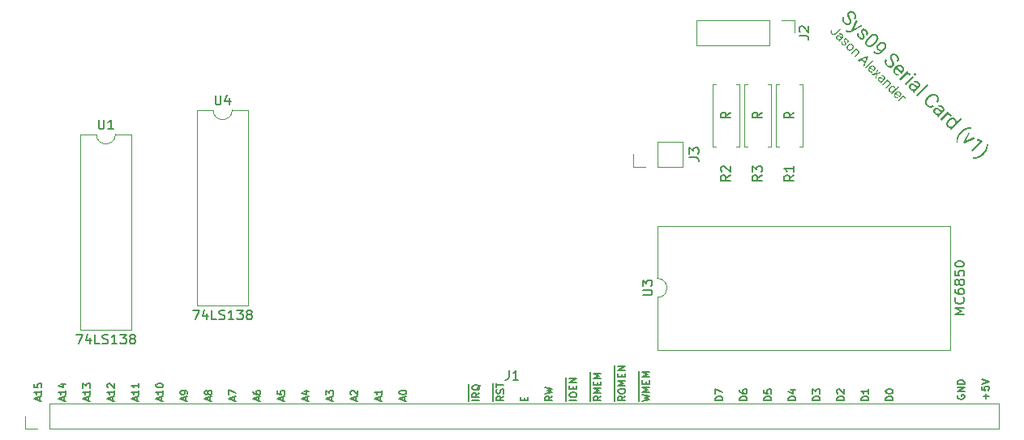
<source format=gto>
%TF.GenerationSoftware,KiCad,Pcbnew,7.0.1*%
%TF.CreationDate,2024-02-11T14:49:15+00:00*%
%TF.ProjectId,Sys09UART,53797330-3955-4415-9254-2e6b69636164,rev?*%
%TF.SameCoordinates,Original*%
%TF.FileFunction,Legend,Top*%
%TF.FilePolarity,Positive*%
%FSLAX46Y46*%
G04 Gerber Fmt 4.6, Leading zero omitted, Abs format (unit mm)*
G04 Created by KiCad (PCBNEW 7.0.1) date 2024-02-11 14:49:15*
%MOMM*%
%LPD*%
G01*
G04 APERTURE LIST*
%ADD10C,0.150000*%
%ADD11C,0.127000*%
%ADD12C,0.120000*%
G04 APERTURE END LIST*
D10*
X168562745Y-99640571D02*
X167800745Y-99640571D01*
X167800745Y-99640571D02*
X167800745Y-99459142D01*
X167800745Y-99459142D02*
X167837031Y-99350285D01*
X167837031Y-99350285D02*
X167909602Y-99277714D01*
X167909602Y-99277714D02*
X167982174Y-99241428D01*
X167982174Y-99241428D02*
X168127317Y-99205142D01*
X168127317Y-99205142D02*
X168236174Y-99205142D01*
X168236174Y-99205142D02*
X168381317Y-99241428D01*
X168381317Y-99241428D02*
X168453888Y-99277714D01*
X168453888Y-99277714D02*
X168526460Y-99350285D01*
X168526460Y-99350285D02*
X168562745Y-99459142D01*
X168562745Y-99459142D02*
X168562745Y-99640571D01*
X167873317Y-98914857D02*
X167837031Y-98878571D01*
X167837031Y-98878571D02*
X167800745Y-98806000D01*
X167800745Y-98806000D02*
X167800745Y-98624571D01*
X167800745Y-98624571D02*
X167837031Y-98552000D01*
X167837031Y-98552000D02*
X167873317Y-98515714D01*
X167873317Y-98515714D02*
X167945888Y-98479428D01*
X167945888Y-98479428D02*
X168018460Y-98479428D01*
X168018460Y-98479428D02*
X168127317Y-98515714D01*
X168127317Y-98515714D02*
X168562745Y-98951142D01*
X168562745Y-98951142D02*
X168562745Y-98479428D01*
X97225031Y-99676857D02*
X97225031Y-99314000D01*
X97442745Y-99749428D02*
X96680745Y-99495428D01*
X96680745Y-99495428D02*
X97442745Y-99241428D01*
X97442745Y-98588285D02*
X97442745Y-99023714D01*
X97442745Y-98805999D02*
X96680745Y-98805999D01*
X96680745Y-98805999D02*
X96789602Y-98878571D01*
X96789602Y-98878571D02*
X96862174Y-98951142D01*
X96862174Y-98951142D02*
X96898460Y-99023714D01*
X96680745Y-98116571D02*
X96680745Y-98044000D01*
X96680745Y-98044000D02*
X96717031Y-97971428D01*
X96717031Y-97971428D02*
X96753317Y-97935143D01*
X96753317Y-97935143D02*
X96825888Y-97898857D01*
X96825888Y-97898857D02*
X96971031Y-97862571D01*
X96971031Y-97862571D02*
X97152460Y-97862571D01*
X97152460Y-97862571D02*
X97297602Y-97898857D01*
X97297602Y-97898857D02*
X97370174Y-97935143D01*
X97370174Y-97935143D02*
X97406460Y-97971428D01*
X97406460Y-97971428D02*
X97442745Y-98044000D01*
X97442745Y-98044000D02*
X97442745Y-98116571D01*
X97442745Y-98116571D02*
X97406460Y-98189143D01*
X97406460Y-98189143D02*
X97370174Y-98225428D01*
X97370174Y-98225428D02*
X97297602Y-98261714D01*
X97297602Y-98261714D02*
X97152460Y-98298000D01*
X97152460Y-98298000D02*
X96971031Y-98298000D01*
X96971031Y-98298000D02*
X96825888Y-98261714D01*
X96825888Y-98261714D02*
X96753317Y-98225428D01*
X96753317Y-98225428D02*
X96717031Y-98189143D01*
X96717031Y-98189143D02*
X96680745Y-98116571D01*
X102305031Y-99676857D02*
X102305031Y-99314000D01*
X102522745Y-99749428D02*
X101760745Y-99495428D01*
X101760745Y-99495428D02*
X102522745Y-99241428D01*
X102087317Y-98878571D02*
X102051031Y-98951142D01*
X102051031Y-98951142D02*
X102014745Y-98987428D01*
X102014745Y-98987428D02*
X101942174Y-99023714D01*
X101942174Y-99023714D02*
X101905888Y-99023714D01*
X101905888Y-99023714D02*
X101833317Y-98987428D01*
X101833317Y-98987428D02*
X101797031Y-98951142D01*
X101797031Y-98951142D02*
X101760745Y-98878571D01*
X101760745Y-98878571D02*
X101760745Y-98733428D01*
X101760745Y-98733428D02*
X101797031Y-98660857D01*
X101797031Y-98660857D02*
X101833317Y-98624571D01*
X101833317Y-98624571D02*
X101905888Y-98588285D01*
X101905888Y-98588285D02*
X101942174Y-98588285D01*
X101942174Y-98588285D02*
X102014745Y-98624571D01*
X102014745Y-98624571D02*
X102051031Y-98660857D01*
X102051031Y-98660857D02*
X102087317Y-98733428D01*
X102087317Y-98733428D02*
X102087317Y-98878571D01*
X102087317Y-98878571D02*
X102123602Y-98951142D01*
X102123602Y-98951142D02*
X102159888Y-98987428D01*
X102159888Y-98987428D02*
X102232460Y-99023714D01*
X102232460Y-99023714D02*
X102377602Y-99023714D01*
X102377602Y-99023714D02*
X102450174Y-98987428D01*
X102450174Y-98987428D02*
X102486460Y-98951142D01*
X102486460Y-98951142D02*
X102522745Y-98878571D01*
X102522745Y-98878571D02*
X102522745Y-98733428D01*
X102522745Y-98733428D02*
X102486460Y-98660857D01*
X102486460Y-98660857D02*
X102450174Y-98624571D01*
X102450174Y-98624571D02*
X102377602Y-98588285D01*
X102377602Y-98588285D02*
X102232460Y-98588285D01*
X102232460Y-98588285D02*
X102159888Y-98624571D01*
X102159888Y-98624571D02*
X102123602Y-98660857D01*
X102123602Y-98660857D02*
X102087317Y-98733428D01*
G36*
X168103305Y-60757599D02*
G01*
X168198585Y-60852879D01*
X167688672Y-61362792D01*
X167675686Y-61375294D01*
X167662568Y-61386960D01*
X167649316Y-61397792D01*
X167635932Y-61407789D01*
X167622415Y-61416951D01*
X167608765Y-61425278D01*
X167594981Y-61432771D01*
X167581065Y-61439428D01*
X167567016Y-61445251D01*
X167552834Y-61450239D01*
X167538519Y-61454392D01*
X167524071Y-61457710D01*
X167509490Y-61460193D01*
X167494776Y-61461842D01*
X167479929Y-61462655D01*
X167464949Y-61462634D01*
X167449990Y-61461785D01*
X167435165Y-61460158D01*
X167420473Y-61457755D01*
X167405914Y-61454574D01*
X167391488Y-61450615D01*
X167377195Y-61445880D01*
X167363035Y-61440367D01*
X167349007Y-61434077D01*
X167335113Y-61427009D01*
X167321352Y-61419164D01*
X167307723Y-61410542D01*
X167294228Y-61401143D01*
X167280866Y-61390967D01*
X167267636Y-61380013D01*
X167254540Y-61368282D01*
X167241576Y-61355773D01*
X167228595Y-61342365D01*
X167216410Y-61328897D01*
X167205022Y-61315370D01*
X167194430Y-61301784D01*
X167184635Y-61288139D01*
X167175636Y-61274435D01*
X167167433Y-61260673D01*
X167160027Y-61246851D01*
X167153418Y-61232971D01*
X167147605Y-61219031D01*
X167142588Y-61205033D01*
X167138368Y-61190975D01*
X167134944Y-61176859D01*
X167132317Y-61162683D01*
X167130486Y-61148449D01*
X167129452Y-61134156D01*
X167129243Y-61119916D01*
X167129844Y-61105799D01*
X167131255Y-61091803D01*
X167133477Y-61077929D01*
X167136508Y-61064177D01*
X167140350Y-61050548D01*
X167145002Y-61037040D01*
X167150464Y-61023654D01*
X167156736Y-61010391D01*
X167163819Y-60997249D01*
X167171712Y-60984229D01*
X167180414Y-60971332D01*
X167189928Y-60958556D01*
X167200251Y-60945902D01*
X167211384Y-60933371D01*
X167223328Y-60920961D01*
X167318081Y-61015714D01*
X167310619Y-61023439D01*
X167303632Y-61031216D01*
X167297119Y-61039045D01*
X167291081Y-61046926D01*
X167282912Y-61058845D01*
X167275811Y-61070882D01*
X167269777Y-61083035D01*
X167264810Y-61095306D01*
X167260910Y-61107694D01*
X167258077Y-61120199D01*
X167256312Y-61132822D01*
X167255614Y-61145562D01*
X167256053Y-61158356D01*
X167257633Y-61171076D01*
X167260355Y-61183722D01*
X167264217Y-61196294D01*
X167269221Y-61208792D01*
X167275367Y-61221216D01*
X167282653Y-61233566D01*
X167291081Y-61245842D01*
X167297333Y-61253985D01*
X167304093Y-61262095D01*
X167311360Y-61270172D01*
X167319134Y-61278216D01*
X167326538Y-61285331D01*
X167334054Y-61291980D01*
X167345539Y-61301079D01*
X167357278Y-61309129D01*
X167369269Y-61316131D01*
X167381513Y-61322083D01*
X167394010Y-61326988D01*
X167406760Y-61330843D01*
X167419763Y-61333650D01*
X167433019Y-61335408D01*
X167446527Y-61336118D01*
X167451086Y-61336121D01*
X167464816Y-61335383D01*
X167478435Y-61333497D01*
X167491943Y-61330464D01*
X167505339Y-61326284D01*
X167518625Y-61320956D01*
X167531800Y-61314481D01*
X167540521Y-61309526D01*
X167549193Y-61304062D01*
X167557816Y-61298088D01*
X167566389Y-61291604D01*
X167574913Y-61284610D01*
X167583387Y-61277106D01*
X167591813Y-61269092D01*
X168103305Y-60757599D01*
G37*
G36*
X168145118Y-61277014D02*
G01*
X168157539Y-61277736D01*
X168170049Y-61279079D01*
X168182648Y-61281041D01*
X168195337Y-61283623D01*
X168208115Y-61286825D01*
X168220983Y-61290647D01*
X168233940Y-61295089D01*
X168242627Y-61298395D01*
X168255589Y-61303830D01*
X168268349Y-61309805D01*
X168280910Y-61316320D01*
X168293269Y-61323375D01*
X168305429Y-61330969D01*
X168317388Y-61339103D01*
X168329146Y-61347777D01*
X168340704Y-61356991D01*
X168348298Y-61363433D01*
X168355802Y-61370115D01*
X168363218Y-61377037D01*
X168370544Y-61384199D01*
X168381746Y-61395759D01*
X168392278Y-61407364D01*
X168402139Y-61419014D01*
X168411330Y-61430710D01*
X168419851Y-61442450D01*
X168427701Y-61454236D01*
X168434881Y-61466067D01*
X168441390Y-61477944D01*
X168447229Y-61489865D01*
X168452398Y-61501832D01*
X168456896Y-61513844D01*
X168460725Y-61525902D01*
X168463882Y-61538004D01*
X168466370Y-61550152D01*
X168468187Y-61562345D01*
X168469333Y-61574583D01*
X168469835Y-61586761D01*
X168469673Y-61598815D01*
X168468848Y-61610745D01*
X168467359Y-61622552D01*
X168465207Y-61634236D01*
X168462391Y-61645796D01*
X168458912Y-61657233D01*
X168454770Y-61668547D01*
X168449963Y-61679737D01*
X168444494Y-61690804D01*
X168438360Y-61701748D01*
X168431564Y-61712568D01*
X168424104Y-61723265D01*
X168415980Y-61733838D01*
X168407193Y-61744288D01*
X168397742Y-61754615D01*
X168154016Y-61998341D01*
X168145103Y-62007400D01*
X168136570Y-62016373D01*
X168128417Y-62025260D01*
X168120644Y-62034060D01*
X168113250Y-62042774D01*
X168106236Y-62051401D01*
X168099602Y-62059943D01*
X168093347Y-62068397D01*
X168087472Y-62076766D01*
X168081977Y-62085048D01*
X168074447Y-62097309D01*
X168067770Y-62109375D01*
X168061949Y-62121248D01*
X168056981Y-62132926D01*
X168049085Y-62140822D01*
X167953454Y-62045191D01*
X167957162Y-62035759D01*
X167961693Y-62026759D01*
X167967536Y-62016722D01*
X167973154Y-62007945D01*
X167979610Y-61998506D01*
X167986906Y-61988403D01*
X167992928Y-61980390D01*
X167995041Y-61977636D01*
X167979035Y-61977567D01*
X167963349Y-61976789D01*
X167947983Y-61975302D01*
X167932936Y-61973107D01*
X167918208Y-61970202D01*
X167903799Y-61966590D01*
X167889710Y-61962268D01*
X167875941Y-61957238D01*
X167862491Y-61951499D01*
X167849360Y-61945051D01*
X167836549Y-61937894D01*
X167824057Y-61930029D01*
X167811884Y-61921455D01*
X167800031Y-61912172D01*
X167788498Y-61902181D01*
X167777283Y-61891481D01*
X167767701Y-61881545D01*
X167758692Y-61871480D01*
X167750258Y-61861284D01*
X167742398Y-61850958D01*
X167735113Y-61840502D01*
X167728402Y-61829916D01*
X167722265Y-61819199D01*
X167716703Y-61808352D01*
X167711715Y-61797375D01*
X167707301Y-61786268D01*
X167703462Y-61775030D01*
X167700198Y-61763662D01*
X167697507Y-61752164D01*
X167695392Y-61740536D01*
X167693850Y-61728778D01*
X167693456Y-61723928D01*
X167820945Y-61723928D01*
X167821151Y-61727242D01*
X167822267Y-61737138D01*
X167824873Y-61750107D01*
X167827666Y-61759666D01*
X167831177Y-61769079D01*
X167835408Y-61778347D01*
X167840357Y-61787470D01*
X167846024Y-61796448D01*
X167852410Y-61805282D01*
X167859515Y-61813970D01*
X167867339Y-61822513D01*
X167870107Y-61825329D01*
X167878326Y-61833150D01*
X167886863Y-61840494D01*
X167895718Y-61847359D01*
X167904891Y-61853746D01*
X167914381Y-61859656D01*
X167924189Y-61865087D01*
X167934314Y-61870040D01*
X167944758Y-61874515D01*
X167955519Y-61878512D01*
X167966597Y-61882031D01*
X167974160Y-61884111D01*
X167985573Y-61886798D01*
X167996847Y-61888871D01*
X168007982Y-61890331D01*
X168018978Y-61891176D01*
X168029836Y-61891408D01*
X168040555Y-61891026D01*
X168051135Y-61890030D01*
X168061576Y-61888421D01*
X168071879Y-61886197D01*
X168082042Y-61883360D01*
X168088741Y-61881128D01*
X168200164Y-61769705D01*
X168128573Y-61698114D01*
X168118154Y-61687891D01*
X168107869Y-61678191D01*
X168097715Y-61669014D01*
X168087694Y-61660360D01*
X168077805Y-61652230D01*
X168068048Y-61644622D01*
X168058424Y-61637537D01*
X168048932Y-61630975D01*
X168039572Y-61624936D01*
X168030344Y-61619420D01*
X168021249Y-61614427D01*
X168012286Y-61609957D01*
X167994757Y-61602586D01*
X167977757Y-61597307D01*
X167961286Y-61594119D01*
X167945344Y-61593024D01*
X167929932Y-61594021D01*
X167915049Y-61597109D01*
X167900694Y-61602290D01*
X167886869Y-61609562D01*
X167873573Y-61618926D01*
X167860807Y-61630383D01*
X167853034Y-61638658D01*
X167846100Y-61647100D01*
X167840005Y-61655709D01*
X167834750Y-61664484D01*
X167830333Y-61673426D01*
X167825749Y-61685607D01*
X167822656Y-61698085D01*
X167821055Y-61710858D01*
X167820945Y-61723928D01*
X167693456Y-61723928D01*
X167692883Y-61716889D01*
X167692495Y-61705038D01*
X167692691Y-61693392D01*
X167693471Y-61681953D01*
X167694835Y-61670719D01*
X167696783Y-61659690D01*
X167699315Y-61648867D01*
X167702431Y-61638250D01*
X167706131Y-61627838D01*
X167710415Y-61617632D01*
X167715283Y-61607632D01*
X167720734Y-61597837D01*
X167726770Y-61588248D01*
X167733390Y-61578865D01*
X167740594Y-61569687D01*
X167748382Y-61560715D01*
X167756754Y-61551948D01*
X167767382Y-61541815D01*
X167778210Y-61532471D01*
X167789239Y-61523917D01*
X167800467Y-61516152D01*
X167811896Y-61509177D01*
X167823525Y-61502992D01*
X167835354Y-61497596D01*
X167847383Y-61492990D01*
X167859613Y-61489174D01*
X167872042Y-61486147D01*
X167884672Y-61483910D01*
X167897502Y-61482462D01*
X167910532Y-61481804D01*
X167923762Y-61481936D01*
X167937192Y-61482857D01*
X167950822Y-61484568D01*
X167964595Y-61487036D01*
X167978407Y-61490273D01*
X167992258Y-61494280D01*
X168006150Y-61499055D01*
X168020081Y-61504599D01*
X168034052Y-61510913D01*
X168048063Y-61517995D01*
X168062114Y-61525847D01*
X168076204Y-61534467D01*
X168090334Y-61543857D01*
X168104504Y-61554016D01*
X168118713Y-61564944D01*
X168132963Y-61576640D01*
X168147252Y-61589106D01*
X168161581Y-61602341D01*
X168168760Y-61609247D01*
X168175949Y-61616345D01*
X168264737Y-61705132D01*
X168304743Y-61665125D01*
X168312883Y-61656483D01*
X168320192Y-61647666D01*
X168326672Y-61638672D01*
X168332322Y-61629502D01*
X168337143Y-61620157D01*
X168341133Y-61610636D01*
X168344294Y-61600939D01*
X168346626Y-61591067D01*
X168348127Y-61581018D01*
X168348799Y-61570794D01*
X168348786Y-61563880D01*
X168348045Y-61553417D01*
X168346347Y-61542955D01*
X168343694Y-61532493D01*
X168340084Y-61522030D01*
X168335518Y-61511568D01*
X168329996Y-61501106D01*
X168323518Y-61490643D01*
X168316083Y-61480181D01*
X168307693Y-61469719D01*
X168298346Y-61459256D01*
X168291583Y-61452281D01*
X168282339Y-61443448D01*
X168272966Y-61435305D01*
X168263463Y-61427853D01*
X168253830Y-61421092D01*
X168244068Y-61415022D01*
X168234176Y-61409642D01*
X168224155Y-61404954D01*
X168214004Y-61400957D01*
X168203724Y-61397650D01*
X168193314Y-61395035D01*
X168186302Y-61393675D01*
X168175977Y-61392209D01*
X168166060Y-61391495D01*
X168153470Y-61391714D01*
X168141604Y-61393272D01*
X168130462Y-61396167D01*
X168120043Y-61400400D01*
X168110348Y-61405971D01*
X168101378Y-61412880D01*
X168097164Y-61416837D01*
X168005218Y-61324891D01*
X168012714Y-61317894D01*
X168020660Y-61311447D01*
X168029057Y-61305549D01*
X168037904Y-61300199D01*
X168047202Y-61295399D01*
X168056950Y-61291147D01*
X168067148Y-61287445D01*
X168077796Y-61284292D01*
X168088895Y-61281688D01*
X168100444Y-61279632D01*
X168108394Y-61278567D01*
X168120546Y-61277429D01*
X168132787Y-61276912D01*
X168145118Y-61277014D01*
G37*
G36*
X168621114Y-62433504D02*
G01*
X168629589Y-62424158D01*
X168636676Y-62414455D01*
X168642376Y-62404396D01*
X168646689Y-62393980D01*
X168649614Y-62383208D01*
X168651152Y-62372079D01*
X168651303Y-62360594D01*
X168650067Y-62348753D01*
X168647443Y-62336133D01*
X168644507Y-62325937D01*
X168640741Y-62315116D01*
X168636146Y-62303668D01*
X168630721Y-62291594D01*
X168624466Y-62278894D01*
X168619836Y-62270079D01*
X168614836Y-62260986D01*
X168609468Y-62251615D01*
X168603731Y-62241966D01*
X168597625Y-62232038D01*
X168591151Y-62221832D01*
X168587775Y-62216625D01*
X168581087Y-62206207D01*
X168574667Y-62195966D01*
X168568514Y-62185902D01*
X168562628Y-62176015D01*
X168557010Y-62166304D01*
X168551659Y-62156771D01*
X168546575Y-62147414D01*
X168541758Y-62138234D01*
X168537209Y-62129231D01*
X168530887Y-62116058D01*
X168525166Y-62103283D01*
X168520046Y-62090905D01*
X168515528Y-62078926D01*
X168512850Y-62071161D01*
X168509354Y-62059764D01*
X168506366Y-62048606D01*
X168503888Y-62037684D01*
X168501919Y-62027000D01*
X168500458Y-62016554D01*
X168499507Y-62006345D01*
X168499064Y-61996374D01*
X168499266Y-61983448D01*
X168500372Y-61970944D01*
X168501795Y-61961844D01*
X168504507Y-61950002D01*
X168508167Y-61938429D01*
X168512776Y-61927125D01*
X168518333Y-61916090D01*
X168524839Y-61905323D01*
X168532294Y-61894825D01*
X168540697Y-61884596D01*
X168547622Y-61877100D01*
X168550049Y-61874636D01*
X168558346Y-61866772D01*
X168566919Y-61859499D01*
X168575767Y-61852816D01*
X168584891Y-61846725D01*
X168594290Y-61841224D01*
X168603965Y-61836315D01*
X168613915Y-61831996D01*
X168624141Y-61828268D01*
X168634642Y-61825131D01*
X168645419Y-61822584D01*
X168656472Y-61820629D01*
X168667800Y-61819264D01*
X168679404Y-61818490D01*
X168691283Y-61818307D01*
X168703437Y-61818715D01*
X168715868Y-61819714D01*
X168728401Y-61821326D01*
X168740823Y-61823530D01*
X168753131Y-61826327D01*
X168765328Y-61829715D01*
X168777412Y-61833696D01*
X168789384Y-61838270D01*
X168801243Y-61843435D01*
X168812990Y-61849193D01*
X168824624Y-61855542D01*
X168836146Y-61862484D01*
X168847556Y-61870018D01*
X168858853Y-61878145D01*
X168870038Y-61886864D01*
X168881110Y-61896174D01*
X168892070Y-61906077D01*
X168902918Y-61916573D01*
X168913961Y-61927984D01*
X168924369Y-61939493D01*
X168934140Y-61951102D01*
X168943275Y-61962809D01*
X168951775Y-61974615D01*
X168959638Y-61986519D01*
X168966865Y-61998522D01*
X168973456Y-62010624D01*
X168979411Y-62022825D01*
X168984730Y-62035124D01*
X168989413Y-62047522D01*
X168993460Y-62060019D01*
X168996870Y-62072614D01*
X168999645Y-62085308D01*
X169001783Y-62098101D01*
X169003286Y-62110992D01*
X169004169Y-62123793D01*
X169004407Y-62136356D01*
X169003999Y-62148682D01*
X169002946Y-62160771D01*
X169001247Y-62172622D01*
X168998902Y-62184237D01*
X168995911Y-62195614D01*
X168992275Y-62206755D01*
X168987993Y-62217658D01*
X168983066Y-62228324D01*
X168977493Y-62238752D01*
X168971274Y-62248944D01*
X168964409Y-62258898D01*
X168956899Y-62268616D01*
X168948743Y-62278096D01*
X168939942Y-62287339D01*
X168848171Y-62195568D01*
X168856895Y-62185846D01*
X168864292Y-62175455D01*
X168870363Y-62164395D01*
X168875106Y-62152666D01*
X168878522Y-62140268D01*
X168880611Y-62127201D01*
X168881307Y-62116962D01*
X168881257Y-62106347D01*
X168880808Y-62099060D01*
X168879567Y-62088098D01*
X168877555Y-62077321D01*
X168874772Y-62066730D01*
X168871218Y-62056323D01*
X168866893Y-62046101D01*
X168861796Y-62036064D01*
X168855928Y-62026213D01*
X168849290Y-62016546D01*
X168841880Y-62007065D01*
X168833699Y-61997768D01*
X168827817Y-61991673D01*
X168818476Y-61982709D01*
X168809142Y-61974503D01*
X168799813Y-61967057D01*
X168790491Y-61960369D01*
X168781175Y-61954439D01*
X168771865Y-61949269D01*
X168762562Y-61944857D01*
X168753264Y-61941204D01*
X168740877Y-61937514D01*
X168728501Y-61935172D01*
X168716364Y-61934150D01*
X168704692Y-61934416D01*
X168693487Y-61935970D01*
X168682748Y-61938813D01*
X168672475Y-61942945D01*
X168662667Y-61948365D01*
X168653326Y-61955074D01*
X168644452Y-61963072D01*
X168636950Y-61971390D01*
X168630765Y-61980027D01*
X168625896Y-61988981D01*
X168622342Y-61998253D01*
X168619752Y-62010291D01*
X168619159Y-62020279D01*
X168619883Y-62030585D01*
X168621290Y-62038524D01*
X168624380Y-62049822D01*
X168628824Y-62062398D01*
X168633046Y-62072669D01*
X168638030Y-62083658D01*
X168643776Y-62095366D01*
X168650283Y-62107793D01*
X168657553Y-62120938D01*
X168662822Y-62130101D01*
X168668430Y-62139583D01*
X168674377Y-62149385D01*
X168680662Y-62159506D01*
X168683932Y-62164686D01*
X168690454Y-62175069D01*
X168696728Y-62185295D01*
X168702753Y-62195363D01*
X168708531Y-62205274D01*
X168714060Y-62215027D01*
X168719341Y-62224622D01*
X168724374Y-62234060D01*
X168729159Y-62243340D01*
X168733696Y-62252462D01*
X168737985Y-62261427D01*
X168743953Y-62274578D01*
X168749362Y-62287375D01*
X168754213Y-62299817D01*
X168758506Y-62311904D01*
X168762249Y-62323697D01*
X168765448Y-62335256D01*
X168768105Y-62346579D01*
X168770219Y-62357669D01*
X168771790Y-62368524D01*
X168772818Y-62379145D01*
X168773303Y-62389531D01*
X168773246Y-62399683D01*
X168772645Y-62409600D01*
X168771000Y-62422459D01*
X168770438Y-62425608D01*
X168767634Y-62438037D01*
X168763782Y-62450229D01*
X168758882Y-62462185D01*
X168752935Y-62473906D01*
X168747788Y-62482542D01*
X168742051Y-62491045D01*
X168735726Y-62499416D01*
X168728811Y-62507654D01*
X168721307Y-62515759D01*
X168718675Y-62518432D01*
X168709656Y-62527002D01*
X168700410Y-62534904D01*
X168690936Y-62542136D01*
X168681234Y-62548700D01*
X168671305Y-62554595D01*
X168661149Y-62559820D01*
X168650764Y-62564377D01*
X168640153Y-62568265D01*
X168629313Y-62571483D01*
X168618246Y-62574033D01*
X168606952Y-62575914D01*
X168595430Y-62577126D01*
X168583680Y-62577669D01*
X168571703Y-62577543D01*
X168559499Y-62576748D01*
X168547066Y-62575283D01*
X168534577Y-62573206D01*
X168522158Y-62570527D01*
X168509809Y-62567246D01*
X168497529Y-62563363D01*
X168485320Y-62558878D01*
X168473180Y-62553791D01*
X168461110Y-62548103D01*
X168449111Y-62541813D01*
X168437181Y-62534921D01*
X168425321Y-62527427D01*
X168413531Y-62519331D01*
X168401811Y-62510634D01*
X168390161Y-62501335D01*
X168378580Y-62491434D01*
X168367070Y-62480931D01*
X168355630Y-62469827D01*
X168347769Y-62461789D01*
X168340199Y-62453689D01*
X168332920Y-62445525D01*
X168325931Y-62437299D01*
X168319233Y-62429009D01*
X168312826Y-62420657D01*
X168306709Y-62412241D01*
X168300883Y-62403762D01*
X168295348Y-62395221D01*
X168290103Y-62386616D01*
X168285149Y-62377948D01*
X168278262Y-62364828D01*
X168272029Y-62351566D01*
X168266451Y-62338162D01*
X168264737Y-62333663D01*
X168260114Y-62320171D01*
X168256182Y-62306742D01*
X168252942Y-62293374D01*
X168250392Y-62280068D01*
X168248533Y-62266823D01*
X168247365Y-62253640D01*
X168246888Y-62240519D01*
X168247102Y-62227460D01*
X168248007Y-62214462D01*
X168249602Y-62201526D01*
X168251050Y-62192936D01*
X168253756Y-62180259D01*
X168257069Y-62167955D01*
X168260989Y-62156024D01*
X168265518Y-62144466D01*
X168270654Y-62133281D01*
X168276398Y-62122470D01*
X168282749Y-62112032D01*
X168289708Y-62101967D01*
X168297275Y-62092275D01*
X168305449Y-62082956D01*
X168311236Y-62076951D01*
X168402655Y-62168371D01*
X168394943Y-62177562D01*
X168388126Y-62186976D01*
X168382202Y-62196612D01*
X168377174Y-62206469D01*
X168373040Y-62216549D01*
X168369800Y-62226851D01*
X168367455Y-62237375D01*
X168366004Y-62248121D01*
X168365448Y-62259090D01*
X168365786Y-62270280D01*
X168366509Y-62277863D01*
X168368351Y-62289301D01*
X168371047Y-62300649D01*
X168374597Y-62311908D01*
X168379003Y-62323077D01*
X168384262Y-62334157D01*
X168390376Y-62345147D01*
X168397344Y-62356048D01*
X168405167Y-62366859D01*
X168413844Y-62377581D01*
X168423375Y-62388214D01*
X168430204Y-62395252D01*
X168439913Y-62404597D01*
X168449627Y-62413220D01*
X168459349Y-62421121D01*
X168469076Y-62428301D01*
X168478809Y-62434758D01*
X168488549Y-62440494D01*
X168498294Y-62445509D01*
X168508046Y-62449801D01*
X168517804Y-62453372D01*
X168527569Y-62456221D01*
X168534082Y-62457719D01*
X168546880Y-62459644D01*
X168559130Y-62460154D01*
X168570831Y-62459249D01*
X168581985Y-62456930D01*
X168592590Y-62453195D01*
X168602646Y-62448046D01*
X168612154Y-62441483D01*
X168621114Y-62433504D01*
G37*
G36*
X169230923Y-62360193D02*
G01*
X169242176Y-62360981D01*
X169253394Y-62362178D01*
X169264578Y-62363786D01*
X169275728Y-62365803D01*
X169286844Y-62368230D01*
X169297892Y-62371077D01*
X169308797Y-62374308D01*
X169319557Y-62377925D01*
X169330174Y-62381928D01*
X169340646Y-62386315D01*
X169350975Y-62391088D01*
X169361160Y-62396245D01*
X169371201Y-62401788D01*
X169381097Y-62407717D01*
X169390850Y-62414030D01*
X169400459Y-62420729D01*
X169409924Y-62427813D01*
X169419246Y-62435282D01*
X169428423Y-62443136D01*
X169437456Y-62451376D01*
X169446345Y-62460000D01*
X169459510Y-62473752D01*
X169471764Y-62487766D01*
X169483105Y-62502041D01*
X169493535Y-62516578D01*
X169503054Y-62531377D01*
X169511661Y-62546438D01*
X169519356Y-62561761D01*
X169526140Y-62577345D01*
X169532012Y-62593192D01*
X169536972Y-62609300D01*
X169541021Y-62625670D01*
X169544158Y-62642302D01*
X169546384Y-62659195D01*
X169547698Y-62676351D01*
X169548100Y-62693768D01*
X169547591Y-62711447D01*
X169546191Y-62729166D01*
X169543876Y-62746747D01*
X169540647Y-62764189D01*
X169536503Y-62781493D01*
X169531446Y-62798658D01*
X169525474Y-62815684D01*
X169518587Y-62832573D01*
X169510786Y-62849322D01*
X169502071Y-62865934D01*
X169492442Y-62882406D01*
X169481898Y-62898741D01*
X169470439Y-62914937D01*
X169464367Y-62922983D01*
X169458067Y-62930994D01*
X169451538Y-62938971D01*
X169444780Y-62946913D01*
X169437793Y-62954821D01*
X169430578Y-62962694D01*
X169423135Y-62970532D01*
X169415463Y-62978336D01*
X169408970Y-62984828D01*
X169399243Y-62994323D01*
X169389406Y-63003461D01*
X169379459Y-63012243D01*
X169369402Y-63020668D01*
X169359236Y-63028737D01*
X169348960Y-63036449D01*
X169338574Y-63043805D01*
X169328079Y-63050805D01*
X169317474Y-63057448D01*
X169306760Y-63063735D01*
X169295935Y-63069665D01*
X169285001Y-63075239D01*
X169273958Y-63080456D01*
X169262805Y-63085317D01*
X169251542Y-63089822D01*
X169240169Y-63093970D01*
X169228747Y-63097733D01*
X169217336Y-63101082D01*
X169205936Y-63104017D01*
X169194547Y-63106538D01*
X169183169Y-63108645D01*
X169171802Y-63110338D01*
X169160446Y-63111617D01*
X169149101Y-63112482D01*
X169137766Y-63112933D01*
X169126443Y-63112970D01*
X169115131Y-63112593D01*
X169103830Y-63111802D01*
X169092539Y-63110597D01*
X169081260Y-63108978D01*
X169069992Y-63106945D01*
X169058734Y-63104498D01*
X169047595Y-63101646D01*
X169036595Y-63098398D01*
X169025733Y-63094754D01*
X169015009Y-63090713D01*
X169004424Y-63086276D01*
X168993978Y-63081443D01*
X168983670Y-63076214D01*
X168973500Y-63070589D01*
X168963469Y-63064567D01*
X168953576Y-63058150D01*
X168943822Y-63051336D01*
X168934206Y-63044126D01*
X168924728Y-63036520D01*
X168915390Y-63028517D01*
X168906189Y-63020119D01*
X168897127Y-63011324D01*
X168884004Y-62997616D01*
X168871788Y-62983644D01*
X168860480Y-62969409D01*
X168850079Y-62954911D01*
X168840586Y-62940149D01*
X168832001Y-62925125D01*
X168824322Y-62909837D01*
X168817552Y-62894286D01*
X168811689Y-62878472D01*
X168806733Y-62862395D01*
X168802685Y-62846054D01*
X168799544Y-62829450D01*
X168797311Y-62812583D01*
X168796050Y-62796284D01*
X168912917Y-62796284D01*
X168912990Y-62807609D01*
X168913698Y-62818736D01*
X168915041Y-62829664D01*
X168917018Y-62840393D01*
X168919630Y-62850923D01*
X168922877Y-62861254D01*
X168926759Y-62871387D01*
X168931275Y-62881321D01*
X168936426Y-62891056D01*
X168942212Y-62900592D01*
X168948632Y-62909930D01*
X168955687Y-62919069D01*
X168963377Y-62928009D01*
X168971701Y-62936750D01*
X168980487Y-62945113D01*
X168989470Y-62952830D01*
X168998653Y-62959901D01*
X169008034Y-62966327D01*
X169017615Y-62972107D01*
X169027394Y-62977242D01*
X169037371Y-62981731D01*
X169047548Y-62985574D01*
X169057923Y-62988772D01*
X169068497Y-62991323D01*
X169079270Y-62993230D01*
X169090242Y-62994490D01*
X169101412Y-62995105D01*
X169112781Y-62995074D01*
X169124349Y-62994398D01*
X169136116Y-62993075D01*
X169148013Y-62991123D01*
X169159928Y-62988510D01*
X169171860Y-62985239D01*
X169183811Y-62981308D01*
X169195779Y-62976718D01*
X169207765Y-62971468D01*
X169219769Y-62965559D01*
X169231790Y-62958990D01*
X169243830Y-62951763D01*
X169255887Y-62943875D01*
X169267962Y-62935329D01*
X169280055Y-62926123D01*
X169292166Y-62916258D01*
X169304295Y-62905733D01*
X169316441Y-62894549D01*
X169328605Y-62882705D01*
X169339193Y-62871792D01*
X169349196Y-62860810D01*
X169358615Y-62849760D01*
X169367450Y-62838641D01*
X169375701Y-62827453D01*
X169383368Y-62816197D01*
X169390451Y-62804872D01*
X169396951Y-62793479D01*
X169402866Y-62782018D01*
X169408197Y-62770487D01*
X169412944Y-62758889D01*
X169417108Y-62747221D01*
X169420687Y-62735485D01*
X169423682Y-62723681D01*
X169426094Y-62711808D01*
X169427921Y-62699867D01*
X169429160Y-62688016D01*
X169429761Y-62676373D01*
X169429724Y-62664937D01*
X169429051Y-62653707D01*
X169427739Y-62642685D01*
X169425791Y-62631870D01*
X169423205Y-62621261D01*
X169419981Y-62610860D01*
X169416120Y-62600666D01*
X169411622Y-62590678D01*
X169406486Y-62580898D01*
X169400712Y-62571324D01*
X169394302Y-62561958D01*
X169387253Y-62552799D01*
X169379568Y-62543846D01*
X169371244Y-62535101D01*
X169362693Y-62526966D01*
X169353928Y-62519451D01*
X169344949Y-62512556D01*
X169335756Y-62506280D01*
X169326349Y-62500624D01*
X169316728Y-62495588D01*
X169306894Y-62491171D01*
X169296846Y-62487373D01*
X169286583Y-62484196D01*
X169276107Y-62481638D01*
X169265417Y-62479699D01*
X169254514Y-62478381D01*
X169243396Y-62477682D01*
X169232065Y-62477602D01*
X169220519Y-62478142D01*
X169208760Y-62479302D01*
X169196898Y-62481135D01*
X169185001Y-62483650D01*
X169173067Y-62486848D01*
X169161098Y-62490729D01*
X169149094Y-62495293D01*
X169137054Y-62500539D01*
X169124978Y-62506468D01*
X169112866Y-62513080D01*
X169100719Y-62520374D01*
X169088536Y-62528351D01*
X169076318Y-62537011D01*
X169064064Y-62546353D01*
X169051774Y-62556378D01*
X169039449Y-62567086D01*
X169027088Y-62578476D01*
X169014691Y-62590549D01*
X169003999Y-62601564D01*
X168993898Y-62612631D01*
X168984390Y-62623750D01*
X168975474Y-62634921D01*
X168967150Y-62646144D01*
X168959419Y-62657419D01*
X168952279Y-62668747D01*
X168945732Y-62680126D01*
X168939777Y-62691558D01*
X168934414Y-62703041D01*
X168929644Y-62714577D01*
X168925465Y-62726165D01*
X168921879Y-62737805D01*
X168918885Y-62749497D01*
X168916483Y-62761241D01*
X168914674Y-62773037D01*
X168913478Y-62784760D01*
X168912917Y-62796284D01*
X168796050Y-62796284D01*
X168795986Y-62795453D01*
X168795567Y-62778060D01*
X168796057Y-62760403D01*
X168797475Y-62742667D01*
X168799799Y-62725077D01*
X168803030Y-62707633D01*
X168807166Y-62690336D01*
X168812209Y-62673186D01*
X168818158Y-62656183D01*
X168825013Y-62639326D01*
X168832774Y-62622616D01*
X168841441Y-62606053D01*
X168851014Y-62589636D01*
X168861494Y-62573366D01*
X168872879Y-62557243D01*
X168878912Y-62549236D01*
X168885171Y-62541266D01*
X168891657Y-62533333D01*
X168898369Y-62525437D01*
X168905308Y-62517577D01*
X168912473Y-62509753D01*
X168919865Y-62501967D01*
X168927483Y-62494217D01*
X168933800Y-62487900D01*
X168943598Y-62478343D01*
X168953516Y-62469149D01*
X168963552Y-62460319D01*
X168973708Y-62451852D01*
X168983984Y-62443748D01*
X168994378Y-62436008D01*
X169004892Y-62428630D01*
X169015525Y-62421616D01*
X169026277Y-62414966D01*
X169037149Y-62408678D01*
X169048139Y-62402754D01*
X169059250Y-62397193D01*
X169070479Y-62391996D01*
X169081827Y-62387161D01*
X169093295Y-62382690D01*
X169104882Y-62378583D01*
X169116512Y-62374861D01*
X169128107Y-62371550D01*
X169139668Y-62368649D01*
X169151195Y-62366157D01*
X169162688Y-62364076D01*
X169174146Y-62362404D01*
X169185570Y-62361142D01*
X169196960Y-62360290D01*
X169208315Y-62359848D01*
X169219636Y-62359816D01*
X169230923Y-62360193D01*
G37*
G36*
X169888001Y-62901656D02*
G01*
X169814655Y-62980968D01*
X169831699Y-62979526D01*
X169848438Y-62978972D01*
X169864873Y-62979307D01*
X169881004Y-62980529D01*
X169896831Y-62982640D01*
X169912353Y-62985640D01*
X169927571Y-62989528D01*
X169942484Y-62994304D01*
X169957093Y-62999968D01*
X169971398Y-63006521D01*
X169985399Y-63013962D01*
X169999095Y-63022291D01*
X170012487Y-63031509D01*
X170025574Y-63041614D01*
X170038357Y-63052609D01*
X170050836Y-63064491D01*
X170061070Y-63075095D01*
X170070607Y-63085741D01*
X170079445Y-63096428D01*
X170087586Y-63107158D01*
X170095029Y-63117929D01*
X170101774Y-63128742D01*
X170107822Y-63139596D01*
X170113172Y-63150493D01*
X170117824Y-63161431D01*
X170121778Y-63172412D01*
X170125034Y-63183434D01*
X170127593Y-63194497D01*
X170129454Y-63205603D01*
X170130617Y-63216750D01*
X170131082Y-63227940D01*
X170130850Y-63239171D01*
X170129920Y-63250444D01*
X170128292Y-63261758D01*
X170125966Y-63273115D01*
X170122943Y-63284513D01*
X170119222Y-63295953D01*
X170114803Y-63307435D01*
X170109686Y-63318959D01*
X170103872Y-63330524D01*
X170097359Y-63342132D01*
X170090149Y-63353781D01*
X170082242Y-63365472D01*
X170073636Y-63377205D01*
X170064333Y-63388979D01*
X170054332Y-63400796D01*
X170043633Y-63412654D01*
X170032236Y-63424554D01*
X169682527Y-63774264D01*
X169591283Y-63683020D01*
X169940993Y-63333310D01*
X169951102Y-63322556D01*
X169960243Y-63311875D01*
X169968416Y-63301269D01*
X169975620Y-63290737D01*
X169981856Y-63280278D01*
X169987123Y-63269894D01*
X169991422Y-63259584D01*
X169994752Y-63249348D01*
X169997113Y-63239186D01*
X169998507Y-63229098D01*
X169998897Y-63222413D01*
X169998698Y-63212431D01*
X169997509Y-63202420D01*
X169995330Y-63192382D01*
X169992161Y-63182316D01*
X169988002Y-63172222D01*
X169982852Y-63162101D01*
X169976713Y-63151951D01*
X169969583Y-63141774D01*
X169961463Y-63131570D01*
X169952353Y-63121337D01*
X169945730Y-63114500D01*
X169937264Y-63106447D01*
X169928579Y-63099002D01*
X169919675Y-63092164D01*
X169910551Y-63085934D01*
X169901209Y-63080312D01*
X169891648Y-63075297D01*
X169881868Y-63070890D01*
X169871869Y-63067090D01*
X169861651Y-63063899D01*
X169851213Y-63061314D01*
X169844134Y-63059929D01*
X169833474Y-63058280D01*
X169822814Y-63057149D01*
X169812154Y-63056536D01*
X169801495Y-63056442D01*
X169790835Y-63056865D01*
X169780175Y-63057807D01*
X169769515Y-63059267D01*
X169758856Y-63061245D01*
X169748196Y-63063741D01*
X169737536Y-63066756D01*
X169730430Y-63069053D01*
X169353873Y-63445610D01*
X169262629Y-63354366D01*
X169801670Y-62815325D01*
X169888001Y-62901656D01*
G37*
G36*
X171086279Y-63740574D02*
G01*
X170642518Y-64734255D01*
X170545308Y-64637045D01*
X170668312Y-64376824D01*
X170367207Y-64075719D01*
X170108039Y-64199776D01*
X170010303Y-64102040D01*
X170179359Y-64026413D01*
X170473717Y-64026413D01*
X170717970Y-64270666D01*
X170927831Y-63816201D01*
X170473717Y-64026413D01*
X170179359Y-64026413D01*
X171003458Y-63657752D01*
X171086279Y-63740574D01*
G37*
G36*
X170820268Y-64912005D02*
G01*
X170729024Y-64820761D01*
X171492665Y-64057120D01*
X171583909Y-64148364D01*
X170820268Y-64912005D01*
G37*
G36*
X171504350Y-64637338D02*
G01*
X171515641Y-64637955D01*
X171526909Y-64638972D01*
X171538153Y-64640387D01*
X171549374Y-64642201D01*
X171560572Y-64644415D01*
X171571679Y-64647022D01*
X171582582Y-64649975D01*
X171593283Y-64653273D01*
X171603781Y-64656917D01*
X171614076Y-64660906D01*
X171624169Y-64665241D01*
X171634058Y-64669921D01*
X171643744Y-64674946D01*
X171653228Y-64680317D01*
X171662509Y-64686034D01*
X171671586Y-64692096D01*
X171680461Y-64698503D01*
X171689133Y-64705256D01*
X171697602Y-64712354D01*
X171705869Y-64719798D01*
X171713932Y-64727587D01*
X171726492Y-64740678D01*
X171738160Y-64753938D01*
X171748936Y-64767366D01*
X171758819Y-64780963D01*
X171767810Y-64794728D01*
X171775908Y-64808662D01*
X171783114Y-64822765D01*
X171789428Y-64837036D01*
X171794849Y-64851476D01*
X171799377Y-64866084D01*
X171803013Y-64880861D01*
X171805757Y-64895807D01*
X171807608Y-64910921D01*
X171808567Y-64926204D01*
X171808634Y-64941656D01*
X171807808Y-64957276D01*
X171806103Y-64972963D01*
X171803487Y-64988658D01*
X171799961Y-65004361D01*
X171795525Y-65020072D01*
X171790179Y-65035792D01*
X171783922Y-65051519D01*
X171776755Y-65067255D01*
X171768678Y-65083000D01*
X171759691Y-65098752D01*
X171749793Y-65114513D01*
X171738986Y-65130282D01*
X171727268Y-65146059D01*
X171721067Y-65153951D01*
X171714639Y-65161844D01*
X171707984Y-65169740D01*
X171701101Y-65177638D01*
X171693990Y-65185538D01*
X171686652Y-65193440D01*
X171679086Y-65201344D01*
X171671293Y-65209250D01*
X171633743Y-65246800D01*
X171272101Y-64885158D01*
X171262756Y-64895316D01*
X171253978Y-64905568D01*
X171245768Y-64915912D01*
X171238126Y-64926350D01*
X171231051Y-64936881D01*
X171224543Y-64947505D01*
X171218603Y-64958222D01*
X171213231Y-64969032D01*
X171208426Y-64979936D01*
X171204189Y-64990933D01*
X171200519Y-65002023D01*
X171197417Y-65013207D01*
X171194882Y-65024483D01*
X171192915Y-65035853D01*
X171191515Y-65047316D01*
X171190683Y-65058873D01*
X171190439Y-65070358D01*
X171190760Y-65081651D01*
X171191646Y-65092752D01*
X171193096Y-65103661D01*
X171195111Y-65114378D01*
X171197691Y-65124904D01*
X171200836Y-65135237D01*
X171204545Y-65145379D01*
X171208820Y-65155329D01*
X171213659Y-65165086D01*
X171219063Y-65174652D01*
X171225031Y-65184026D01*
X171231565Y-65193208D01*
X171238663Y-65202198D01*
X171246326Y-65210996D01*
X171254554Y-65219602D01*
X171263643Y-65228349D01*
X171272816Y-65236495D01*
X171282072Y-65244039D01*
X171291411Y-65250981D01*
X171300833Y-65257322D01*
X171310339Y-65263062D01*
X171319928Y-65268200D01*
X171329600Y-65272737D01*
X171339355Y-65276672D01*
X171349194Y-65280005D01*
X171355800Y-65281894D01*
X171365804Y-65284372D01*
X171375879Y-65286477D01*
X171386025Y-65288209D01*
X171396242Y-65289568D01*
X171406531Y-65290553D01*
X171416890Y-65291166D01*
X171427320Y-65291405D01*
X171437820Y-65291270D01*
X171448392Y-65290763D01*
X171459035Y-65289882D01*
X171466170Y-65289088D01*
X171478803Y-65388053D01*
X171468244Y-65390102D01*
X171457753Y-65391820D01*
X171447332Y-65393207D01*
X171436979Y-65394263D01*
X171426695Y-65394987D01*
X171416480Y-65395379D01*
X171406333Y-65395440D01*
X171396256Y-65395170D01*
X171386248Y-65394568D01*
X171376308Y-65393635D01*
X171366438Y-65392371D01*
X171356636Y-65390775D01*
X171337239Y-65386589D01*
X171327644Y-65383999D01*
X171318118Y-65381078D01*
X171308660Y-65377825D01*
X171299272Y-65374241D01*
X171289952Y-65370325D01*
X171280702Y-65366078D01*
X171271520Y-65361499D01*
X171262407Y-65356590D01*
X171253363Y-65351348D01*
X171244388Y-65345776D01*
X171235481Y-65339871D01*
X171226644Y-65333636D01*
X171217876Y-65327069D01*
X171209176Y-65320171D01*
X171200545Y-65312941D01*
X171191983Y-65305380D01*
X171183491Y-65297487D01*
X171175066Y-65289264D01*
X171161925Y-65275568D01*
X171149654Y-65261635D01*
X171138253Y-65247466D01*
X171127723Y-65233059D01*
X171118063Y-65218414D01*
X171109274Y-65203533D01*
X171101355Y-65188415D01*
X171094307Y-65173059D01*
X171088129Y-65157466D01*
X171082822Y-65141636D01*
X171078385Y-65125569D01*
X171074819Y-65109265D01*
X171072123Y-65092724D01*
X171070298Y-65075945D01*
X171069343Y-65058930D01*
X171069259Y-65041677D01*
X171070062Y-65024385D01*
X171071770Y-65007252D01*
X171074383Y-64990278D01*
X171077900Y-64973463D01*
X171082323Y-64956807D01*
X171087650Y-64940310D01*
X171093882Y-64923973D01*
X171101019Y-64907794D01*
X171109060Y-64891774D01*
X171118006Y-64875913D01*
X171127857Y-64860212D01*
X171138613Y-64844669D01*
X171150273Y-64829285D01*
X171162838Y-64814060D01*
X171163732Y-64813040D01*
X171350185Y-64813040D01*
X171617599Y-65080455D01*
X171624267Y-65073788D01*
X171632059Y-65064798D01*
X171639377Y-65055816D01*
X171646222Y-65046840D01*
X171652595Y-65037871D01*
X171658494Y-65028909D01*
X171663921Y-65019954D01*
X171668874Y-65011006D01*
X171673355Y-65002065D01*
X171679189Y-64988665D01*
X171683959Y-64975282D01*
X171687665Y-64961913D01*
X171690307Y-64948560D01*
X171691884Y-64935223D01*
X171692174Y-64930780D01*
X171692361Y-64917609D01*
X171691475Y-64904678D01*
X171689515Y-64891988D01*
X171686482Y-64879538D01*
X171682376Y-64867329D01*
X171677196Y-64855360D01*
X171670943Y-64843632D01*
X171663616Y-64832145D01*
X171655216Y-64820898D01*
X171645743Y-64809892D01*
X171638831Y-64802688D01*
X171628278Y-64792825D01*
X171617345Y-64783965D01*
X171606033Y-64776108D01*
X171594342Y-64769253D01*
X171582271Y-64763400D01*
X171569820Y-64758550D01*
X171556991Y-64754702D01*
X171543782Y-64751857D01*
X171530193Y-64750014D01*
X171516226Y-64749173D01*
X171506703Y-64749170D01*
X171492268Y-64750029D01*
X171477784Y-64751950D01*
X171463250Y-64754931D01*
X171453533Y-64757509D01*
X171443795Y-64760557D01*
X171434034Y-64764078D01*
X171424252Y-64768070D01*
X171414447Y-64772533D01*
X171404621Y-64777468D01*
X171394773Y-64782875D01*
X171384903Y-64788753D01*
X171375011Y-64795103D01*
X171365097Y-64801924D01*
X171355161Y-64809217D01*
X171350185Y-64813040D01*
X171163732Y-64813040D01*
X171169460Y-64806508D01*
X171176308Y-64798995D01*
X171183383Y-64791522D01*
X171190683Y-64784088D01*
X171207353Y-64767419D01*
X171217275Y-64757733D01*
X171227301Y-64748419D01*
X171237432Y-64739474D01*
X171247667Y-64730899D01*
X171258006Y-64722694D01*
X171268449Y-64714860D01*
X171278996Y-64707396D01*
X171289648Y-64700302D01*
X171300403Y-64693578D01*
X171311263Y-64687224D01*
X171322227Y-64681240D01*
X171333296Y-64675626D01*
X171344468Y-64670383D01*
X171355745Y-64665509D01*
X171367126Y-64661006D01*
X171378611Y-64656873D01*
X171390158Y-64653102D01*
X171401682Y-64649731D01*
X171413183Y-64646758D01*
X171424660Y-64644184D01*
X171436114Y-64642010D01*
X171447545Y-64640234D01*
X171458953Y-64638857D01*
X171470337Y-64637879D01*
X171481698Y-64637299D01*
X171493036Y-64637119D01*
X171504350Y-64637338D01*
G37*
G36*
X172018897Y-65425954D02*
G01*
X172334040Y-65347695D01*
X172440549Y-65454204D01*
X171999420Y-65546150D01*
X171906948Y-65998685D01*
X171801316Y-65893053D01*
X171879750Y-65567908D01*
X171554606Y-65646343D01*
X171448447Y-65540184D01*
X171901157Y-65447888D01*
X171992928Y-65006583D01*
X172098560Y-65112215D01*
X172018897Y-65425954D01*
G37*
G36*
X172517105Y-65649001D02*
G01*
X172529526Y-65649724D01*
X172542036Y-65651066D01*
X172554635Y-65653028D01*
X172567324Y-65655610D01*
X172580102Y-65658812D01*
X172592970Y-65662634D01*
X172605927Y-65667077D01*
X172614615Y-65670382D01*
X172627576Y-65675818D01*
X172640337Y-65681793D01*
X172652897Y-65688307D01*
X172665257Y-65695362D01*
X172677416Y-65702956D01*
X172689375Y-65711090D01*
X172701133Y-65719764D01*
X172712691Y-65728978D01*
X172720285Y-65735420D01*
X172727789Y-65742103D01*
X172735205Y-65749025D01*
X172742532Y-65756187D01*
X172753734Y-65767746D01*
X172764265Y-65779351D01*
X172774126Y-65791002D01*
X172783317Y-65802697D01*
X172791838Y-65814438D01*
X172799688Y-65826224D01*
X172806868Y-65838055D01*
X172813377Y-65849931D01*
X172819216Y-65861853D01*
X172824385Y-65873820D01*
X172828884Y-65885832D01*
X172832712Y-65897889D01*
X172835870Y-65909992D01*
X172838357Y-65922139D01*
X172840174Y-65934332D01*
X172841321Y-65946571D01*
X172841822Y-65958748D01*
X172841661Y-65970802D01*
X172840835Y-65982732D01*
X172839347Y-65994540D01*
X172837194Y-66006223D01*
X172834379Y-66017784D01*
X172830899Y-66029221D01*
X172826757Y-66040534D01*
X172821951Y-66051725D01*
X172816481Y-66062792D01*
X172810348Y-66073735D01*
X172803551Y-66084555D01*
X172796091Y-66095252D01*
X172787967Y-66105825D01*
X172779180Y-66116275D01*
X172769729Y-66126602D01*
X172526003Y-66370328D01*
X172517090Y-66379388D01*
X172508557Y-66388361D01*
X172500404Y-66397247D01*
X172492631Y-66406047D01*
X172485237Y-66414761D01*
X172478223Y-66423389D01*
X172471589Y-66431930D01*
X172465334Y-66440384D01*
X172459460Y-66448753D01*
X172453965Y-66457035D01*
X172446434Y-66469296D01*
X172439758Y-66481363D01*
X172433936Y-66493235D01*
X172428968Y-66504913D01*
X172421072Y-66512809D01*
X172325442Y-66417179D01*
X172329149Y-66407747D01*
X172333681Y-66398746D01*
X172339523Y-66388709D01*
X172345141Y-66379933D01*
X172351598Y-66370493D01*
X172358893Y-66360390D01*
X172364916Y-66352377D01*
X172367028Y-66349623D01*
X172351022Y-66349554D01*
X172335336Y-66348776D01*
X172319970Y-66347289D01*
X172304923Y-66345094D01*
X172290195Y-66342190D01*
X172275787Y-66338577D01*
X172261698Y-66334255D01*
X172247928Y-66329225D01*
X172234478Y-66323486D01*
X172221347Y-66317038D01*
X172208536Y-66309881D01*
X172196044Y-66302016D01*
X172183872Y-66293442D01*
X172172019Y-66284159D01*
X172160485Y-66274168D01*
X172149271Y-66263468D01*
X172139688Y-66253533D01*
X172130679Y-66243467D01*
X172122245Y-66233271D01*
X172114385Y-66222945D01*
X172107100Y-66212489D01*
X172100389Y-66201903D01*
X172094252Y-66191186D01*
X172088690Y-66180339D01*
X172083702Y-66169362D01*
X172079289Y-66158255D01*
X172075450Y-66147017D01*
X172072185Y-66135650D01*
X172069495Y-66124152D01*
X172067379Y-66112523D01*
X172065837Y-66100765D01*
X172065443Y-66095915D01*
X172192932Y-66095915D01*
X172193138Y-66099229D01*
X172194254Y-66109125D01*
X172196860Y-66122095D01*
X172199653Y-66131653D01*
X172203165Y-66141066D01*
X172207395Y-66150334D01*
X172212344Y-66159457D01*
X172218011Y-66168436D01*
X172224398Y-66177269D01*
X172231503Y-66185957D01*
X172239326Y-66194500D01*
X172242094Y-66197316D01*
X172250313Y-66205138D01*
X172258850Y-66212481D01*
X172267705Y-66219346D01*
X172276878Y-66225734D01*
X172286368Y-66231643D01*
X172296176Y-66237074D01*
X172306302Y-66242027D01*
X172316745Y-66246502D01*
X172327506Y-66250499D01*
X172338585Y-66254018D01*
X172346147Y-66256098D01*
X172357560Y-66258785D01*
X172368834Y-66260858D01*
X172379969Y-66262318D01*
X172390966Y-66263163D01*
X172401823Y-66263395D01*
X172412542Y-66263013D01*
X172423122Y-66262018D01*
X172433564Y-66260408D01*
X172443866Y-66258185D01*
X172454030Y-66255348D01*
X172460728Y-66253115D01*
X172572151Y-66141692D01*
X172500560Y-66070101D01*
X172490142Y-66059878D01*
X172479856Y-66050178D01*
X172469702Y-66041001D01*
X172459681Y-66032348D01*
X172449792Y-66024217D01*
X172440035Y-66016609D01*
X172430411Y-66009524D01*
X172420919Y-66002962D01*
X172411559Y-65996923D01*
X172402331Y-65991407D01*
X172393236Y-65986414D01*
X172384273Y-65981944D01*
X172366744Y-65974573D01*
X172349744Y-65969294D01*
X172333273Y-65966107D01*
X172317332Y-65965011D01*
X172301919Y-65966008D01*
X172287036Y-65969097D01*
X172272682Y-65974277D01*
X172258857Y-65981549D01*
X172245561Y-65990914D01*
X172232794Y-66002370D01*
X172225021Y-66010645D01*
X172218087Y-66019087D01*
X172211993Y-66027696D01*
X172206737Y-66036471D01*
X172202320Y-66045413D01*
X172197736Y-66057594D01*
X172194643Y-66070072D01*
X172193042Y-66082845D01*
X172192932Y-66095915D01*
X172065443Y-66095915D01*
X172064870Y-66088876D01*
X172064482Y-66077025D01*
X172064678Y-66065380D01*
X172065458Y-66053940D01*
X172066822Y-66042706D01*
X172068770Y-66031677D01*
X172071302Y-66020854D01*
X172074418Y-66010237D01*
X172078118Y-65999826D01*
X172082402Y-65989620D01*
X172087270Y-65979619D01*
X172092722Y-65969824D01*
X172098758Y-65960235D01*
X172105377Y-65950852D01*
X172112581Y-65941674D01*
X172120369Y-65932702D01*
X172128741Y-65923935D01*
X172139369Y-65913802D01*
X172150197Y-65904458D01*
X172161226Y-65895904D01*
X172172455Y-65888139D01*
X172183883Y-65881165D01*
X172195512Y-65874979D01*
X172207341Y-65869584D01*
X172219371Y-65864978D01*
X172231600Y-65861161D01*
X172244030Y-65858134D01*
X172256659Y-65855897D01*
X172269489Y-65854449D01*
X172282519Y-65853791D01*
X172295749Y-65853923D01*
X172309179Y-65854844D01*
X172322810Y-65856555D01*
X172336582Y-65859023D01*
X172350394Y-65862261D01*
X172364246Y-65866267D01*
X172378137Y-65871042D01*
X172392069Y-65876587D01*
X172406040Y-65882900D01*
X172420050Y-65889983D01*
X172434101Y-65897834D01*
X172448191Y-65906455D01*
X172462321Y-65915844D01*
X172476491Y-65926003D01*
X172490701Y-65936931D01*
X172504950Y-65948628D01*
X172519239Y-65961093D01*
X172533568Y-65974328D01*
X172540747Y-65981234D01*
X172547936Y-65988332D01*
X172636724Y-66077120D01*
X172676731Y-66037113D01*
X172684870Y-66028471D01*
X172692180Y-66019653D01*
X172698659Y-66010659D01*
X172704310Y-66001490D01*
X172709130Y-65992144D01*
X172713121Y-65982623D01*
X172716282Y-65972926D01*
X172718613Y-65963054D01*
X172720115Y-65953005D01*
X172720786Y-65942781D01*
X172720773Y-65935867D01*
X172720032Y-65925405D01*
X172718335Y-65914942D01*
X172715681Y-65904480D01*
X172712071Y-65894018D01*
X172707505Y-65883555D01*
X172701983Y-65873093D01*
X172695505Y-65862631D01*
X172688070Y-65852168D01*
X172679680Y-65841706D01*
X172670333Y-65831244D01*
X172663571Y-65824269D01*
X172654327Y-65815435D01*
X172644953Y-65807292D01*
X172635450Y-65799840D01*
X172625817Y-65793079D01*
X172616055Y-65787009D01*
X172606163Y-65781630D01*
X172596142Y-65776941D01*
X172585991Y-65772944D01*
X172575711Y-65769638D01*
X172565301Y-65767022D01*
X172558289Y-65765662D01*
X172547965Y-65764196D01*
X172538047Y-65763482D01*
X172525457Y-65763702D01*
X172513591Y-65765259D01*
X172502449Y-65768154D01*
X172492030Y-65772387D01*
X172482336Y-65777959D01*
X172473365Y-65784868D01*
X172469151Y-65788824D01*
X172377205Y-65696878D01*
X172384701Y-65689882D01*
X172392648Y-65683434D01*
X172401044Y-65677536D01*
X172409892Y-65672186D01*
X172419189Y-65667386D01*
X172428937Y-65663135D01*
X172439135Y-65659432D01*
X172449783Y-65656279D01*
X172460882Y-65653675D01*
X172472431Y-65651620D01*
X172480381Y-65650554D01*
X172492533Y-65649417D01*
X172504774Y-65648899D01*
X172517105Y-65649001D01*
G37*
G36*
X173167869Y-66181524D02*
G01*
X173094523Y-66260836D01*
X173111566Y-66259394D01*
X173128306Y-66258840D01*
X173144741Y-66259174D01*
X173160872Y-66260397D01*
X173176698Y-66262508D01*
X173192220Y-66265508D01*
X173207438Y-66269395D01*
X173222352Y-66274171D01*
X173236961Y-66279836D01*
X173251266Y-66286388D01*
X173265266Y-66293829D01*
X173278963Y-66302159D01*
X173292354Y-66311376D01*
X173305442Y-66321482D01*
X173318225Y-66332476D01*
X173330704Y-66344359D01*
X173340938Y-66354963D01*
X173350474Y-66365609D01*
X173359313Y-66376296D01*
X173367454Y-66387025D01*
X173374897Y-66397797D01*
X173381642Y-66408610D01*
X173387690Y-66419464D01*
X173393039Y-66430361D01*
X173397691Y-66441299D01*
X173401646Y-66452279D01*
X173404902Y-66463301D01*
X173407461Y-66474365D01*
X173409322Y-66485471D01*
X173410485Y-66496618D01*
X173410950Y-66507807D01*
X173410718Y-66519038D01*
X173409788Y-66530311D01*
X173408160Y-66541626D01*
X173405834Y-66552983D01*
X173402811Y-66564381D01*
X173399090Y-66575821D01*
X173394671Y-66587303D01*
X173389554Y-66598827D01*
X173383739Y-66610392D01*
X173377227Y-66621999D01*
X173370017Y-66633649D01*
X173362109Y-66645340D01*
X173353504Y-66657072D01*
X173344201Y-66668847D01*
X173334200Y-66680663D01*
X173323501Y-66692522D01*
X173312104Y-66704422D01*
X172962394Y-67054131D01*
X172871150Y-66962887D01*
X173220860Y-66613178D01*
X173230970Y-66602423D01*
X173240111Y-66591743D01*
X173248284Y-66581137D01*
X173255488Y-66570604D01*
X173261724Y-66560146D01*
X173266991Y-66549762D01*
X173271289Y-66539452D01*
X173274620Y-66529216D01*
X173276981Y-66519054D01*
X173278374Y-66508965D01*
X173278765Y-66502281D01*
X173278566Y-66492298D01*
X173277377Y-66482288D01*
X173275198Y-66472250D01*
X173272029Y-66462184D01*
X173267869Y-66452090D01*
X173262720Y-66441969D01*
X173256580Y-66431819D01*
X173249451Y-66421642D01*
X173241331Y-66411437D01*
X173232221Y-66401205D01*
X173225598Y-66394368D01*
X173217132Y-66386315D01*
X173208447Y-66378870D01*
X173199542Y-66372032D01*
X173190419Y-66365802D01*
X173181077Y-66360180D01*
X173171516Y-66355165D01*
X173161736Y-66350758D01*
X173151736Y-66346958D01*
X173141518Y-66343766D01*
X173131081Y-66341182D01*
X173124001Y-66339797D01*
X173113342Y-66338148D01*
X173102682Y-66337017D01*
X173092022Y-66336404D01*
X173081362Y-66336309D01*
X173070703Y-66336733D01*
X173060043Y-66337675D01*
X173049383Y-66339135D01*
X173038723Y-66341113D01*
X173028064Y-66343609D01*
X173017404Y-66346624D01*
X173010297Y-66348921D01*
X172633741Y-66725478D01*
X172542497Y-66634234D01*
X173081538Y-66095193D01*
X173167869Y-66181524D01*
G37*
G36*
X173645987Y-66757872D02*
G01*
X173661518Y-66758872D01*
X173676749Y-66760734D01*
X173691679Y-66763459D01*
X173706310Y-66767046D01*
X173720640Y-66771495D01*
X173734670Y-66776806D01*
X173748400Y-66782980D01*
X173761829Y-66790016D01*
X173774959Y-66797914D01*
X173787788Y-66806674D01*
X173800317Y-66816297D01*
X173812545Y-66826782D01*
X173824474Y-66838129D01*
X173835807Y-66849959D01*
X173846336Y-66861982D01*
X173856062Y-66874196D01*
X173864985Y-66886602D01*
X173873105Y-66899200D01*
X173880421Y-66911990D01*
X173886934Y-66924972D01*
X173892644Y-66938146D01*
X173897550Y-66951512D01*
X173901653Y-66965070D01*
X173904953Y-66978820D01*
X173907449Y-66992761D01*
X173909142Y-67006895D01*
X173910032Y-67021220D01*
X173910118Y-67035737D01*
X173909401Y-67050447D01*
X174197697Y-66762151D01*
X174288941Y-66853395D01*
X173525299Y-67617036D01*
X173441425Y-67533162D01*
X173492486Y-67473327D01*
X173477380Y-67474370D01*
X173462462Y-67474558D01*
X173447732Y-67473892D01*
X173433189Y-67472373D01*
X173418834Y-67469999D01*
X173404667Y-67466772D01*
X173390688Y-67462690D01*
X173376896Y-67457754D01*
X173363293Y-67451964D01*
X173349877Y-67445320D01*
X173336649Y-67437823D01*
X173323608Y-67429471D01*
X173310756Y-67420265D01*
X173298091Y-67410205D01*
X173285615Y-67399291D01*
X173273326Y-67387523D01*
X173262151Y-67375759D01*
X173251833Y-67363673D01*
X173242372Y-67351264D01*
X173233768Y-67338534D01*
X173226021Y-67325481D01*
X173219130Y-67312107D01*
X173213096Y-67298410D01*
X173207919Y-67284391D01*
X173203599Y-67270050D01*
X173200136Y-67255386D01*
X173197529Y-67240401D01*
X173195779Y-67225093D01*
X173194939Y-67210393D01*
X173318496Y-67210393D01*
X173319002Y-67220838D01*
X173320130Y-67231109D01*
X173321878Y-67241206D01*
X173324248Y-67251129D01*
X173327238Y-67260878D01*
X173330850Y-67270453D01*
X173335082Y-67279853D01*
X173339936Y-67289080D01*
X173345410Y-67298132D01*
X173351506Y-67307010D01*
X173358222Y-67315715D01*
X173365560Y-67324245D01*
X173373518Y-67332601D01*
X173384494Y-67342973D01*
X173395707Y-67352377D01*
X173407157Y-67360811D01*
X173418844Y-67368276D01*
X173430769Y-67374772D01*
X173442930Y-67380298D01*
X173455329Y-67384856D01*
X173467965Y-67388444D01*
X173480838Y-67391063D01*
X173493948Y-67392713D01*
X173507295Y-67393393D01*
X173520880Y-67393105D01*
X173534701Y-67391847D01*
X173548760Y-67389620D01*
X173563056Y-67386424D01*
X173577589Y-67382259D01*
X173820789Y-67139058D01*
X173824538Y-67124704D01*
X173827361Y-67110591D01*
X173829259Y-67096722D01*
X173830231Y-67083095D01*
X173830279Y-67069710D01*
X173829401Y-67056569D01*
X173827597Y-67043670D01*
X173824869Y-67031013D01*
X173821215Y-67018600D01*
X173816635Y-67006428D01*
X173811131Y-66994500D01*
X173804701Y-66982814D01*
X173797345Y-66971371D01*
X173789065Y-66960170D01*
X173779859Y-66949213D01*
X173769728Y-66938497D01*
X173761242Y-66930413D01*
X173752586Y-66922963D01*
X173743761Y-66916146D01*
X173734765Y-66909962D01*
X173725600Y-66904411D01*
X173716264Y-66899494D01*
X173706759Y-66895210D01*
X173697083Y-66891559D01*
X173687238Y-66888542D01*
X173677222Y-66886158D01*
X173667037Y-66884408D01*
X173656682Y-66883290D01*
X173646156Y-66882806D01*
X173635461Y-66882956D01*
X173624595Y-66883739D01*
X173613560Y-66885155D01*
X173602436Y-66887227D01*
X173591218Y-66889977D01*
X173579905Y-66893407D01*
X173568497Y-66897514D01*
X173556995Y-66902301D01*
X173545399Y-66907766D01*
X173533707Y-66913909D01*
X173521921Y-66920731D01*
X173510041Y-66928232D01*
X173498066Y-66936411D01*
X173485996Y-66945269D01*
X173473832Y-66954805D01*
X173461573Y-66965020D01*
X173449220Y-66975913D01*
X173436772Y-66987485D01*
X173424229Y-66999736D01*
X173413276Y-67010981D01*
X173402920Y-67022212D01*
X173393163Y-67033430D01*
X173384003Y-67044634D01*
X173375440Y-67055824D01*
X173367476Y-67067001D01*
X173360109Y-67078164D01*
X173353339Y-67089313D01*
X173347168Y-67100448D01*
X173341594Y-67111570D01*
X173336618Y-67122678D01*
X173332239Y-67133772D01*
X173328458Y-67144853D01*
X173325275Y-67155920D01*
X173322690Y-67166973D01*
X173320702Y-67178013D01*
X173319346Y-67188980D01*
X173318610Y-67199773D01*
X173318496Y-67210393D01*
X173194939Y-67210393D01*
X173194886Y-67209463D01*
X173194850Y-67193511D01*
X173195670Y-67177237D01*
X173197347Y-67160641D01*
X173199905Y-67143932D01*
X173203278Y-67127321D01*
X173207466Y-67110807D01*
X173212471Y-67094391D01*
X173218291Y-67078071D01*
X173224926Y-67061849D01*
X173232378Y-67045725D01*
X173240644Y-67029697D01*
X173249727Y-67013767D01*
X173259625Y-66997935D01*
X173270339Y-66982199D01*
X173281869Y-66966561D01*
X173294214Y-66951021D01*
X173300692Y-66943287D01*
X173307375Y-66935577D01*
X173314261Y-66927892D01*
X173321351Y-66920231D01*
X173328645Y-66912595D01*
X173336143Y-66904983D01*
X173342987Y-66898139D01*
X173350630Y-66890610D01*
X173358293Y-66883288D01*
X173365976Y-66876174D01*
X173373680Y-66869267D01*
X173381404Y-66862567D01*
X173389148Y-66856074D01*
X173396912Y-66849789D01*
X173412502Y-66837841D01*
X173428172Y-66826722D01*
X173443923Y-66816432D01*
X173459755Y-66806972D01*
X173475668Y-66798341D01*
X173491662Y-66790539D01*
X173507736Y-66783567D01*
X173523892Y-66777424D01*
X173540128Y-66772111D01*
X173556445Y-66767627D01*
X173572844Y-66763972D01*
X173589323Y-66761147D01*
X173597592Y-66760045D01*
X173614024Y-66758458D01*
X173630156Y-66757734D01*
X173645987Y-66757872D01*
G37*
G36*
X174203766Y-67336754D02*
G01*
X174215057Y-67337371D01*
X174226325Y-67338388D01*
X174237569Y-67339803D01*
X174248790Y-67341618D01*
X174259988Y-67343831D01*
X174271095Y-67346438D01*
X174281999Y-67349391D01*
X174292699Y-67352689D01*
X174303197Y-67356333D01*
X174313492Y-67360322D01*
X174323585Y-67364657D01*
X174333474Y-67369337D01*
X174343160Y-67374362D01*
X174352644Y-67379733D01*
X174361925Y-67385450D01*
X174371002Y-67391512D01*
X174379877Y-67397919D01*
X174388549Y-67404672D01*
X174397018Y-67411770D01*
X174405285Y-67419214D01*
X174413348Y-67427003D01*
X174425909Y-67440094D01*
X174437577Y-67453354D01*
X174448352Y-67466782D01*
X174458235Y-67480379D01*
X174467226Y-67494144D01*
X174475324Y-67508078D01*
X174482530Y-67522181D01*
X174488844Y-67536452D01*
X174494265Y-67550892D01*
X174498793Y-67565500D01*
X174502429Y-67580277D01*
X174505173Y-67595223D01*
X174507025Y-67610338D01*
X174507983Y-67625620D01*
X174508050Y-67641072D01*
X174507224Y-67656692D01*
X174505519Y-67672379D01*
X174502903Y-67688074D01*
X174499377Y-67703777D01*
X174494941Y-67719488D01*
X174489595Y-67735208D01*
X174483338Y-67750936D01*
X174476171Y-67766672D01*
X174468094Y-67782416D01*
X174459107Y-67798168D01*
X174449210Y-67813929D01*
X174438402Y-67829698D01*
X174426684Y-67845475D01*
X174420483Y-67853367D01*
X174414055Y-67861260D01*
X174407400Y-67869156D01*
X174400517Y-67877054D01*
X174393406Y-67884954D01*
X174386068Y-67892856D01*
X174378502Y-67900760D01*
X174370709Y-67908666D01*
X174333159Y-67946216D01*
X173971517Y-67584574D01*
X173962172Y-67594732D01*
X173953394Y-67604984D01*
X173945184Y-67615328D01*
X173937542Y-67625766D01*
X173930467Y-67636297D01*
X173923959Y-67646921D01*
X173918019Y-67657638D01*
X173912647Y-67668449D01*
X173907842Y-67679352D01*
X173903605Y-67690349D01*
X173899935Y-67701440D01*
X173896833Y-67712623D01*
X173894298Y-67723900D01*
X173892331Y-67735269D01*
X173890931Y-67746732D01*
X173890099Y-67758289D01*
X173889855Y-67769774D01*
X173890176Y-67781067D01*
X173891062Y-67792168D01*
X173892512Y-67803077D01*
X173894527Y-67813795D01*
X173897107Y-67824320D01*
X173900252Y-67834653D01*
X173903961Y-67844795D01*
X173908236Y-67854745D01*
X173913075Y-67864502D01*
X173918479Y-67874068D01*
X173924447Y-67883442D01*
X173930981Y-67892624D01*
X173938079Y-67901614D01*
X173945742Y-67910412D01*
X173953970Y-67919018D01*
X173963059Y-67927765D01*
X173972232Y-67935911D01*
X173981488Y-67943455D01*
X173990827Y-67950397D01*
X174000249Y-67956738D01*
X174009755Y-67962478D01*
X174019344Y-67967616D01*
X174029016Y-67972153D01*
X174038771Y-67976088D01*
X174048610Y-67979422D01*
X174055216Y-67981310D01*
X174065220Y-67983788D01*
X174075295Y-67985893D01*
X174085441Y-67987625D01*
X174095659Y-67988984D01*
X174105947Y-67989969D01*
X174116306Y-67990582D01*
X174126736Y-67990821D01*
X174137237Y-67990687D01*
X174147808Y-67990179D01*
X174158451Y-67989299D01*
X174165586Y-67988504D01*
X174178220Y-68087469D01*
X174167660Y-68089518D01*
X174157169Y-68091237D01*
X174146748Y-68092623D01*
X174136395Y-68093679D01*
X174126111Y-68094403D01*
X174115896Y-68094795D01*
X174105750Y-68094856D01*
X174095672Y-68094586D01*
X174085664Y-68093985D01*
X174075724Y-68093052D01*
X174065854Y-68091787D01*
X174056052Y-68090191D01*
X174036655Y-68086005D01*
X174027060Y-68083415D01*
X174017534Y-68080494D01*
X174008076Y-68077241D01*
X173998688Y-68073657D01*
X173989368Y-68069741D01*
X173980118Y-68065494D01*
X173970936Y-68060916D01*
X173961823Y-68056006D01*
X173952779Y-68050764D01*
X173943804Y-68045192D01*
X173934898Y-68039288D01*
X173926060Y-68033052D01*
X173917292Y-68026485D01*
X173908592Y-68019587D01*
X173899961Y-68012357D01*
X173891400Y-68004796D01*
X173882907Y-67996904D01*
X173874483Y-67988680D01*
X173861341Y-67974984D01*
X173849070Y-67961051D01*
X173837669Y-67946882D01*
X173827139Y-67932475D01*
X173817479Y-67917831D01*
X173808690Y-67902949D01*
X173800771Y-67887831D01*
X173793723Y-67872475D01*
X173787545Y-67856883D01*
X173782238Y-67841053D01*
X173777801Y-67824986D01*
X173774235Y-67808681D01*
X173771539Y-67792140D01*
X173769714Y-67775361D01*
X173768759Y-67758346D01*
X173768675Y-67741093D01*
X173769478Y-67723801D01*
X173771186Y-67706668D01*
X173773799Y-67689694D01*
X173777317Y-67672879D01*
X173781739Y-67656223D01*
X173787066Y-67639727D01*
X173793298Y-67623389D01*
X173800435Y-67607210D01*
X173808476Y-67591190D01*
X173817422Y-67575329D01*
X173827273Y-67559628D01*
X173838029Y-67544085D01*
X173849689Y-67528701D01*
X173862255Y-67513477D01*
X173863149Y-67512457D01*
X174049601Y-67512457D01*
X174317016Y-67779871D01*
X174323683Y-67773204D01*
X174331475Y-67764214D01*
X174338793Y-67755232D01*
X174345638Y-67746256D01*
X174352011Y-67737287D01*
X174357910Y-67728325D01*
X174363337Y-67719370D01*
X174368290Y-67710422D01*
X174372771Y-67701481D01*
X174378605Y-67688081D01*
X174383375Y-67674698D01*
X174387081Y-67661329D01*
X174389723Y-67647976D01*
X174391300Y-67634639D01*
X174391590Y-67630196D01*
X174391777Y-67617025D01*
X174390891Y-67604094D01*
X174388931Y-67591404D01*
X174385898Y-67578954D01*
X174381792Y-67566745D01*
X174376612Y-67554776D01*
X174370359Y-67543048D01*
X174363032Y-67531561D01*
X174354632Y-67520314D01*
X174345159Y-67509308D01*
X174338247Y-67502104D01*
X174327694Y-67492242D01*
X174316761Y-67483382D01*
X174305449Y-67475524D01*
X174293758Y-67468669D01*
X174281687Y-67462816D01*
X174269237Y-67457966D01*
X174256407Y-67454118D01*
X174243198Y-67451273D01*
X174229610Y-67449430D01*
X174215642Y-67448589D01*
X174206119Y-67448586D01*
X174191684Y-67449445D01*
X174177200Y-67451366D01*
X174162666Y-67454348D01*
X174152949Y-67456925D01*
X174143211Y-67459974D01*
X174133450Y-67463494D01*
X174123668Y-67467486D01*
X174113864Y-67471949D01*
X174104037Y-67476884D01*
X174094189Y-67482291D01*
X174084319Y-67488169D01*
X174074427Y-67494519D01*
X174064513Y-67501340D01*
X174054577Y-67508633D01*
X174049601Y-67512457D01*
X173863149Y-67512457D01*
X173868876Y-67505924D01*
X173875725Y-67498411D01*
X173882799Y-67490938D01*
X173890099Y-67483504D01*
X173906769Y-67466835D01*
X173916691Y-67457150D01*
X173926718Y-67447835D01*
X173936848Y-67438890D01*
X173947083Y-67430315D01*
X173957422Y-67422111D01*
X173967865Y-67414276D01*
X173978412Y-67406812D01*
X173989064Y-67399718D01*
X173999820Y-67392994D01*
X174010679Y-67386640D01*
X174021644Y-67380656D01*
X174032712Y-67375042D01*
X174043884Y-67369799D01*
X174055161Y-67364926D01*
X174066542Y-67360422D01*
X174078027Y-67356289D01*
X174089574Y-67352519D01*
X174101098Y-67349147D01*
X174112599Y-67346174D01*
X174124076Y-67343601D01*
X174135531Y-67341426D01*
X174146961Y-67339650D01*
X174158369Y-67338273D01*
X174169753Y-67337295D01*
X174181114Y-67336715D01*
X174192452Y-67336535D01*
X174203766Y-67336754D01*
G37*
G36*
X174902205Y-68099401D02*
G01*
X174895510Y-68090320D01*
X174888321Y-68081240D01*
X174880639Y-68072159D01*
X174873860Y-68064592D01*
X174866738Y-68057025D01*
X174860794Y-68050971D01*
X174849494Y-68040262D01*
X174838055Y-68030595D01*
X174826475Y-68021969D01*
X174814755Y-68014386D01*
X174802896Y-68007844D01*
X174790897Y-68002344D01*
X174778758Y-67997886D01*
X174766480Y-67994470D01*
X174754061Y-67992096D01*
X174741503Y-67990763D01*
X174728804Y-67990473D01*
X174715966Y-67991224D01*
X174702989Y-67993017D01*
X174689871Y-67995852D01*
X174676613Y-67999729D01*
X174663216Y-68004647D01*
X174288063Y-68379800D01*
X174196819Y-68288556D01*
X174735860Y-67749515D01*
X174824648Y-67838303D01*
X174755162Y-67910596D01*
X174769508Y-67907773D01*
X174783593Y-67905798D01*
X174797418Y-67904670D01*
X174810983Y-67904389D01*
X174824287Y-67904955D01*
X174837331Y-67906368D01*
X174850114Y-67908629D01*
X174862637Y-67911736D01*
X174874899Y-67915691D01*
X174886901Y-67920493D01*
X174898642Y-67926143D01*
X174910123Y-67932639D01*
X174921343Y-67939983D01*
X174932303Y-67948174D01*
X174943003Y-67957212D01*
X174953442Y-67967097D01*
X174961297Y-67975286D01*
X174968192Y-67983184D01*
X174975200Y-67992277D01*
X174980826Y-68000950D01*
X174985643Y-68010539D01*
X174987132Y-68014474D01*
X174902205Y-68099401D01*
G37*
X173642745Y-99640571D02*
X172880745Y-99640571D01*
X172880745Y-99640571D02*
X172880745Y-99459142D01*
X172880745Y-99459142D02*
X172917031Y-99350285D01*
X172917031Y-99350285D02*
X172989602Y-99277714D01*
X172989602Y-99277714D02*
X173062174Y-99241428D01*
X173062174Y-99241428D02*
X173207317Y-99205142D01*
X173207317Y-99205142D02*
X173316174Y-99205142D01*
X173316174Y-99205142D02*
X173461317Y-99241428D01*
X173461317Y-99241428D02*
X173533888Y-99277714D01*
X173533888Y-99277714D02*
X173606460Y-99350285D01*
X173606460Y-99350285D02*
X173642745Y-99459142D01*
X173642745Y-99459142D02*
X173642745Y-99640571D01*
X172880745Y-98733428D02*
X172880745Y-98660857D01*
X172880745Y-98660857D02*
X172917031Y-98588285D01*
X172917031Y-98588285D02*
X172953317Y-98552000D01*
X172953317Y-98552000D02*
X173025888Y-98515714D01*
X173025888Y-98515714D02*
X173171031Y-98479428D01*
X173171031Y-98479428D02*
X173352460Y-98479428D01*
X173352460Y-98479428D02*
X173497602Y-98515714D01*
X173497602Y-98515714D02*
X173570174Y-98552000D01*
X173570174Y-98552000D02*
X173606460Y-98588285D01*
X173606460Y-98588285D02*
X173642745Y-98660857D01*
X173642745Y-98660857D02*
X173642745Y-98733428D01*
X173642745Y-98733428D02*
X173606460Y-98806000D01*
X173606460Y-98806000D02*
X173570174Y-98842285D01*
X173570174Y-98842285D02*
X173497602Y-98878571D01*
X173497602Y-98878571D02*
X173352460Y-98914857D01*
X173352460Y-98914857D02*
X173171031Y-98914857D01*
X173171031Y-98914857D02*
X173025888Y-98878571D01*
X173025888Y-98878571D02*
X172953317Y-98842285D01*
X172953317Y-98842285D02*
X172917031Y-98806000D01*
X172917031Y-98806000D02*
X172880745Y-98733428D01*
X120085031Y-99676857D02*
X120085031Y-99314000D01*
X120302745Y-99749428D02*
X119540745Y-99495428D01*
X119540745Y-99495428D02*
X120302745Y-99241428D01*
X120302745Y-98588285D02*
X120302745Y-99023714D01*
X120302745Y-98805999D02*
X119540745Y-98805999D01*
X119540745Y-98805999D02*
X119649602Y-98878571D01*
X119649602Y-98878571D02*
X119722174Y-98951142D01*
X119722174Y-98951142D02*
X119758460Y-99023714D01*
X183372460Y-99500571D02*
X183372460Y-98920000D01*
X183662745Y-99210285D02*
X183082174Y-99210285D01*
X182900745Y-98194285D02*
X182900745Y-98557142D01*
X182900745Y-98557142D02*
X183263602Y-98593428D01*
X183263602Y-98593428D02*
X183227317Y-98557142D01*
X183227317Y-98557142D02*
X183191031Y-98484571D01*
X183191031Y-98484571D02*
X183191031Y-98303142D01*
X183191031Y-98303142D02*
X183227317Y-98230571D01*
X183227317Y-98230571D02*
X183263602Y-98194285D01*
X183263602Y-98194285D02*
X183336174Y-98157999D01*
X183336174Y-98157999D02*
X183517602Y-98157999D01*
X183517602Y-98157999D02*
X183590174Y-98194285D01*
X183590174Y-98194285D02*
X183626460Y-98230571D01*
X183626460Y-98230571D02*
X183662745Y-98303142D01*
X183662745Y-98303142D02*
X183662745Y-98484571D01*
X183662745Y-98484571D02*
X183626460Y-98557142D01*
X183626460Y-98557142D02*
X183590174Y-98593428D01*
X182900745Y-97940285D02*
X183662745Y-97686285D01*
X183662745Y-97686285D02*
X182900745Y-97432285D01*
X143162745Y-99205142D02*
X142799888Y-99459142D01*
X143162745Y-99640571D02*
X142400745Y-99640571D01*
X142400745Y-99640571D02*
X142400745Y-99350285D01*
X142400745Y-99350285D02*
X142437031Y-99277714D01*
X142437031Y-99277714D02*
X142473317Y-99241428D01*
X142473317Y-99241428D02*
X142545888Y-99205142D01*
X142545888Y-99205142D02*
X142654745Y-99205142D01*
X142654745Y-99205142D02*
X142727317Y-99241428D01*
X142727317Y-99241428D02*
X142763602Y-99277714D01*
X142763602Y-99277714D02*
X142799888Y-99350285D01*
X142799888Y-99350285D02*
X142799888Y-99640571D01*
X143162745Y-98878571D02*
X142400745Y-98878571D01*
X142400745Y-98878571D02*
X142945031Y-98624571D01*
X142945031Y-98624571D02*
X142400745Y-98370571D01*
X142400745Y-98370571D02*
X143162745Y-98370571D01*
X142763602Y-98007714D02*
X142763602Y-97753714D01*
X143162745Y-97644857D02*
X143162745Y-98007714D01*
X143162745Y-98007714D02*
X142400745Y-98007714D01*
X142400745Y-98007714D02*
X142400745Y-97644857D01*
X143162745Y-97318285D02*
X142400745Y-97318285D01*
X142400745Y-97318285D02*
X142945031Y-97064285D01*
X142945031Y-97064285D02*
X142400745Y-96810285D01*
X142400745Y-96810285D02*
X143162745Y-96810285D01*
X142059660Y-99745800D02*
X142059660Y-96705057D01*
X94685031Y-99676857D02*
X94685031Y-99314000D01*
X94902745Y-99749428D02*
X94140745Y-99495428D01*
X94140745Y-99495428D02*
X94902745Y-99241428D01*
X94902745Y-98588285D02*
X94902745Y-99023714D01*
X94902745Y-98805999D02*
X94140745Y-98805999D01*
X94140745Y-98805999D02*
X94249602Y-98878571D01*
X94249602Y-98878571D02*
X94322174Y-98951142D01*
X94322174Y-98951142D02*
X94358460Y-99023714D01*
X94902745Y-97862571D02*
X94902745Y-98298000D01*
X94902745Y-98080285D02*
X94140745Y-98080285D01*
X94140745Y-98080285D02*
X94249602Y-98152857D01*
X94249602Y-98152857D02*
X94322174Y-98225428D01*
X94322174Y-98225428D02*
X94358460Y-98298000D01*
G36*
X169000252Y-59723164D02*
G01*
X168992230Y-59708515D01*
X168984449Y-59694012D01*
X168976910Y-59679657D01*
X168969613Y-59665449D01*
X168962558Y-59651387D01*
X168955744Y-59637473D01*
X168949171Y-59623706D01*
X168942840Y-59610085D01*
X168930904Y-59583286D01*
X168919934Y-59557074D01*
X168909930Y-59531451D01*
X168900892Y-59506416D01*
X168892821Y-59481969D01*
X168885717Y-59458110D01*
X168879579Y-59434839D01*
X168874408Y-59412156D01*
X168870202Y-59390061D01*
X168866964Y-59368555D01*
X168864692Y-59347636D01*
X168863386Y-59327306D01*
X168863094Y-59307455D01*
X168863731Y-59287973D01*
X168865298Y-59268862D01*
X168867795Y-59250121D01*
X168871220Y-59231751D01*
X168875575Y-59213750D01*
X168880860Y-59196120D01*
X168887074Y-59178859D01*
X168894218Y-59161969D01*
X168902291Y-59145449D01*
X168911293Y-59129299D01*
X168921225Y-59113519D01*
X168932086Y-59098109D01*
X168943877Y-59083069D01*
X168956597Y-59068400D01*
X168970247Y-59054101D01*
X168986460Y-59038683D01*
X169003122Y-59024408D01*
X169020233Y-59011277D01*
X169037791Y-58999288D01*
X169055798Y-58988444D01*
X169074253Y-58978742D01*
X169093156Y-58970184D01*
X169112508Y-58962769D01*
X169132308Y-58956497D01*
X169152556Y-58951369D01*
X169173253Y-58947384D01*
X169194397Y-58944542D01*
X169215990Y-58942844D01*
X169238032Y-58942288D01*
X169260521Y-58942877D01*
X169283459Y-58944608D01*
X169306565Y-58947444D01*
X169329495Y-58951410D01*
X169352247Y-58956508D01*
X169374823Y-58962736D01*
X169397222Y-58970095D01*
X169419445Y-58978586D01*
X169441490Y-58988207D01*
X169463358Y-58998959D01*
X169485050Y-59010843D01*
X169506565Y-59023857D01*
X169527903Y-59038002D01*
X169549064Y-59053278D01*
X169570048Y-59069685D01*
X169590856Y-59087223D01*
X169611487Y-59105892D01*
X169631940Y-59125692D01*
X169645530Y-59139617D01*
X169658598Y-59153690D01*
X169671143Y-59167911D01*
X169683166Y-59182281D01*
X169694667Y-59196798D01*
X169705646Y-59211463D01*
X169716102Y-59226277D01*
X169726036Y-59241238D01*
X169735447Y-59256348D01*
X169744337Y-59271605D01*
X169752704Y-59287011D01*
X169760548Y-59302565D01*
X169767871Y-59318267D01*
X169774671Y-59334116D01*
X169780949Y-59350114D01*
X169786704Y-59366260D01*
X169791950Y-59382486D01*
X169796632Y-59398659D01*
X169800751Y-59414778D01*
X169804306Y-59430844D01*
X169807298Y-59446856D01*
X169809726Y-59462815D01*
X169811591Y-59478720D01*
X169812893Y-59494572D01*
X169813631Y-59510370D01*
X169813806Y-59526115D01*
X169813417Y-59541807D01*
X169812465Y-59557445D01*
X169810950Y-59573029D01*
X169808871Y-59588560D01*
X169806228Y-59604038D01*
X169803023Y-59619462D01*
X169799327Y-59634760D01*
X169795147Y-59649792D01*
X169790485Y-59664559D01*
X169785339Y-59679061D01*
X169779710Y-59693298D01*
X169773597Y-59707269D01*
X169767002Y-59720975D01*
X169759923Y-59734416D01*
X169752361Y-59747592D01*
X169744316Y-59760502D01*
X169735788Y-59773147D01*
X169726776Y-59785527D01*
X169717281Y-59797642D01*
X169707303Y-59809491D01*
X169696842Y-59821075D01*
X169685897Y-59832394D01*
X169542978Y-59689474D01*
X169554778Y-59677189D01*
X169565765Y-59664745D01*
X169575941Y-59652143D01*
X169585304Y-59639383D01*
X169593855Y-59626465D01*
X169601594Y-59613388D01*
X169608520Y-59600152D01*
X169617387Y-59580003D01*
X169624427Y-59559497D01*
X169629639Y-59538635D01*
X169633023Y-59517416D01*
X169634580Y-59495841D01*
X169634309Y-59473910D01*
X169632233Y-59451796D01*
X169629802Y-59437102D01*
X169626535Y-59422447D01*
X169622430Y-59407831D01*
X169617489Y-59393254D01*
X169611711Y-59378716D01*
X169605096Y-59364217D01*
X169597644Y-59349757D01*
X169589355Y-59335336D01*
X169580229Y-59320955D01*
X169570267Y-59306612D01*
X169559467Y-59292309D01*
X169547831Y-59278044D01*
X169535357Y-59263819D01*
X169522047Y-59249633D01*
X169515078Y-59242554D01*
X169501917Y-59229757D01*
X169488754Y-59217686D01*
X169475588Y-59206340D01*
X169462421Y-59195721D01*
X169449251Y-59185827D01*
X169436080Y-59176659D01*
X169422906Y-59168217D01*
X169409731Y-59160501D01*
X169396553Y-59153510D01*
X169376783Y-59144386D01*
X169357008Y-59136895D01*
X169337228Y-59131037D01*
X169317444Y-59126812D01*
X169304252Y-59124902D01*
X169284711Y-59123465D01*
X169265567Y-59123693D01*
X169246822Y-59125587D01*
X169228474Y-59129147D01*
X169210524Y-59134372D01*
X169192972Y-59141262D01*
X169175818Y-59149818D01*
X169159062Y-59160040D01*
X169142704Y-59171927D01*
X169126744Y-59185480D01*
X169116325Y-59195441D01*
X169104559Y-59208187D01*
X169094135Y-59221554D01*
X169085053Y-59235540D01*
X169077313Y-59250146D01*
X169070914Y-59265372D01*
X169065857Y-59281219D01*
X169062142Y-59297685D01*
X169059769Y-59314771D01*
X169058737Y-59332477D01*
X169059047Y-59350803D01*
X169059999Y-59363365D01*
X169062678Y-59383084D01*
X169066865Y-59404042D01*
X169070494Y-59418703D01*
X169074794Y-59433916D01*
X169079764Y-59449679D01*
X169085404Y-59465994D01*
X169091715Y-59482859D01*
X169098696Y-59500276D01*
X169106347Y-59518244D01*
X169114669Y-59536763D01*
X169123661Y-59555832D01*
X169133324Y-59575453D01*
X169143657Y-59595626D01*
X169154660Y-59616349D01*
X169166333Y-59637623D01*
X169178148Y-59658974D01*
X169189442Y-59679929D01*
X169200216Y-59700486D01*
X169210469Y-59720647D01*
X169220203Y-59740411D01*
X169229416Y-59759778D01*
X169238109Y-59778748D01*
X169246281Y-59797322D01*
X169253934Y-59815498D01*
X169261066Y-59833278D01*
X169267678Y-59850661D01*
X169273770Y-59867646D01*
X169279341Y-59884236D01*
X169284392Y-59900428D01*
X169288923Y-59916223D01*
X169292934Y-59931621D01*
X169296504Y-59946696D01*
X169299646Y-59961585D01*
X169302360Y-59976290D01*
X169305630Y-59998000D01*
X169307937Y-60019293D01*
X169309282Y-60040170D01*
X169309664Y-60060630D01*
X169309084Y-60080674D01*
X169307542Y-60100302D01*
X169305037Y-60119513D01*
X169301571Y-60138308D01*
X169298725Y-60150607D01*
X169293720Y-60168782D01*
X169287689Y-60186688D01*
X169280630Y-60204327D01*
X169272544Y-60221696D01*
X169263431Y-60238798D01*
X169253291Y-60255631D01*
X169242124Y-60272196D01*
X169229930Y-60288493D01*
X169216708Y-60304521D01*
X169202460Y-60320281D01*
X169192390Y-60330638D01*
X169175777Y-60346452D01*
X169158770Y-60361059D01*
X169141371Y-60374458D01*
X169123579Y-60386651D01*
X169105394Y-60397637D01*
X169086817Y-60407415D01*
X169067847Y-60415987D01*
X169048484Y-60423352D01*
X169028728Y-60429509D01*
X169008580Y-60434460D01*
X168988038Y-60438203D01*
X168967105Y-60440739D01*
X168945778Y-60442069D01*
X168924058Y-60442191D01*
X168901946Y-60441106D01*
X168879441Y-60438815D01*
X168856846Y-60435343D01*
X168834331Y-60430717D01*
X168811896Y-60424938D01*
X168789541Y-60418005D01*
X168767266Y-60409919D01*
X168745072Y-60400679D01*
X168722958Y-60390286D01*
X168700923Y-60378739D01*
X168678970Y-60366038D01*
X168657096Y-60352184D01*
X168635302Y-60337176D01*
X168613589Y-60321015D01*
X168591956Y-60303700D01*
X168570403Y-60285231D01*
X168548931Y-60265609D01*
X168527538Y-60244834D01*
X168513877Y-60230842D01*
X168500663Y-60216634D01*
X168487894Y-60202210D01*
X168475572Y-60187570D01*
X168463696Y-60172715D01*
X168452266Y-60157643D01*
X168441282Y-60142356D01*
X168430745Y-60126853D01*
X168420654Y-60111133D01*
X168411009Y-60095198D01*
X168401810Y-60079047D01*
X168393057Y-60062680D01*
X168384751Y-60046097D01*
X168376891Y-60029299D01*
X168369477Y-60012284D01*
X168362509Y-59995053D01*
X168356124Y-59977763D01*
X168350324Y-59960570D01*
X168345110Y-59943473D01*
X168340483Y-59926472D01*
X168336441Y-59909569D01*
X168332985Y-59892762D01*
X168330116Y-59876052D01*
X168327832Y-59859438D01*
X168326135Y-59842921D01*
X168325023Y-59826500D01*
X168324498Y-59810177D01*
X168324559Y-59793949D01*
X168325205Y-59777819D01*
X168326438Y-59761785D01*
X168328257Y-59745848D01*
X168330662Y-59730007D01*
X168333706Y-59714342D01*
X168337312Y-59698929D01*
X168341479Y-59683769D01*
X168346207Y-59668862D01*
X168351497Y-59654208D01*
X168357348Y-59639807D01*
X168363761Y-59625659D01*
X168370735Y-59611763D01*
X168378270Y-59598121D01*
X168386366Y-59584731D01*
X168395024Y-59571595D01*
X168404244Y-59558711D01*
X168414024Y-59546081D01*
X168424366Y-59533703D01*
X168435270Y-59521578D01*
X168446735Y-59509706D01*
X168589654Y-59652626D01*
X168577890Y-59664953D01*
X168567010Y-59677523D01*
X168557015Y-59690336D01*
X168547903Y-59703391D01*
X168539676Y-59716689D01*
X168532333Y-59730230D01*
X168525875Y-59744013D01*
X168520300Y-59758039D01*
X168515610Y-59772307D01*
X168511803Y-59786818D01*
X168508881Y-59801572D01*
X168506844Y-59816569D01*
X168505690Y-59831808D01*
X168505421Y-59847289D01*
X168506036Y-59863014D01*
X168507535Y-59878981D01*
X168509887Y-59895038D01*
X168513062Y-59911034D01*
X168517059Y-59926968D01*
X168521879Y-59942840D01*
X168527522Y-59958651D01*
X168533987Y-59974400D01*
X168541274Y-59990088D01*
X168549384Y-60005713D01*
X168558316Y-60021277D01*
X168568071Y-60036779D01*
X168578649Y-60052220D01*
X168590049Y-60067599D01*
X168602271Y-60082916D01*
X168615316Y-60098172D01*
X168629184Y-60113366D01*
X168643874Y-60128498D01*
X168657898Y-60142162D01*
X168671872Y-60155057D01*
X168685797Y-60167182D01*
X168699673Y-60178539D01*
X168713500Y-60189127D01*
X168727277Y-60198946D01*
X168741004Y-60207995D01*
X168754683Y-60216276D01*
X168768312Y-60223788D01*
X168781891Y-60230530D01*
X168802168Y-60239202D01*
X168822334Y-60246144D01*
X168842389Y-60251355D01*
X168862333Y-60254835D01*
X168881988Y-60256630D01*
X168901175Y-60256782D01*
X168919895Y-60255291D01*
X168938148Y-60252158D01*
X168955934Y-60247383D01*
X168973252Y-60240965D01*
X168990103Y-60232904D01*
X169006486Y-60223202D01*
X169022403Y-60211856D01*
X169037852Y-60198869D01*
X169047892Y-60189298D01*
X169062038Y-60174176D01*
X169074569Y-60158716D01*
X169085485Y-60142918D01*
X169094787Y-60126783D01*
X169102474Y-60110310D01*
X169108547Y-60093499D01*
X169113004Y-60076350D01*
X169115847Y-60058864D01*
X169117076Y-60041040D01*
X169116690Y-60022878D01*
X169115535Y-60010582D01*
X169112509Y-59991195D01*
X169107873Y-59970244D01*
X169103888Y-59955408D01*
X169099188Y-59939877D01*
X169093771Y-59923651D01*
X169087639Y-59906730D01*
X169080792Y-59889114D01*
X169073229Y-59870803D01*
X169064950Y-59851797D01*
X169055956Y-59832095D01*
X169046247Y-59811699D01*
X169035821Y-59790608D01*
X169024680Y-59768822D01*
X169012824Y-59746340D01*
X169000252Y-59723164D01*
G37*
G36*
X169543767Y-60815196D02*
G01*
X170332852Y-60399334D01*
X170479456Y-60545939D01*
X169229502Y-61152096D01*
X169212405Y-61159678D01*
X169195527Y-61166695D01*
X169178869Y-61173148D01*
X169162430Y-61179038D01*
X169146211Y-61184363D01*
X169130212Y-61189125D01*
X169114431Y-61193323D01*
X169098871Y-61196956D01*
X169083530Y-61200026D01*
X169068408Y-61202532D01*
X169053506Y-61204474D01*
X169024360Y-61206666D01*
X168996093Y-61206602D01*
X168968703Y-61204283D01*
X168942191Y-61199707D01*
X168916558Y-61192876D01*
X168891802Y-61183790D01*
X168867925Y-61172447D01*
X168844925Y-61158849D01*
X168822804Y-61142995D01*
X168801561Y-61124886D01*
X168791268Y-61114985D01*
X168767317Y-61086822D01*
X168725994Y-61026022D01*
X168837066Y-60914950D01*
X168871282Y-60954957D01*
X168884292Y-60967467D01*
X168897265Y-60978941D01*
X168910201Y-60989379D01*
X168923100Y-60998780D01*
X168935962Y-61007145D01*
X168953054Y-61016686D01*
X168970080Y-61024385D01*
X168987040Y-61030241D01*
X169003935Y-61034255D01*
X169008148Y-61034971D01*
X169025511Y-61036649D01*
X169043911Y-61036419D01*
X169063347Y-61034280D01*
X169078604Y-61031424D01*
X169094444Y-61027494D01*
X169110867Y-61022491D01*
X169127873Y-61016415D01*
X169145461Y-61009265D01*
X169163633Y-61001042D01*
X169176072Y-60994964D01*
X169288723Y-60943376D01*
X169796969Y-59863452D01*
X169946469Y-60012951D01*
X169543767Y-60815196D01*
G37*
G36*
X170465506Y-61730092D02*
G01*
X170478218Y-61716072D01*
X170488849Y-61701518D01*
X170497399Y-61686429D01*
X170503868Y-61670805D01*
X170508256Y-61654647D01*
X170510563Y-61637954D01*
X170510790Y-61620726D01*
X170508935Y-61602964D01*
X170504999Y-61584034D01*
X170500595Y-61568741D01*
X170494947Y-61552508D01*
X170488054Y-61535337D01*
X170479917Y-61517226D01*
X170470535Y-61498176D01*
X170463588Y-61484954D01*
X170456089Y-61471314D01*
X170448037Y-61457258D01*
X170439431Y-61442784D01*
X170430273Y-61427892D01*
X170420561Y-61412583D01*
X170415497Y-61404772D01*
X170405466Y-61389145D01*
X170395835Y-61373784D01*
X170386606Y-61358688D01*
X170377777Y-61343857D01*
X170369349Y-61329291D01*
X170361323Y-61314991D01*
X170353697Y-61300956D01*
X170346472Y-61287186D01*
X170339649Y-61273681D01*
X170330165Y-61253922D01*
X170321583Y-61234759D01*
X170313904Y-61216193D01*
X170307126Y-61198224D01*
X170303110Y-61186576D01*
X170297865Y-61169482D01*
X170293384Y-61152743D01*
X170289667Y-61136361D01*
X170286713Y-61120335D01*
X170284522Y-61104666D01*
X170283095Y-61089352D01*
X170282431Y-61074395D01*
X170282733Y-61055006D01*
X170284393Y-61036251D01*
X170286528Y-61022600D01*
X170290595Y-61004838D01*
X170296085Y-60987479D01*
X170302999Y-60970523D01*
X170311335Y-60953970D01*
X170321094Y-60937820D01*
X170332276Y-60922073D01*
X170344881Y-60906729D01*
X170355268Y-60895486D01*
X170358909Y-60891788D01*
X170371354Y-60879992D01*
X170384213Y-60869083D01*
X170397486Y-60859059D01*
X170411171Y-60849922D01*
X170425270Y-60841672D01*
X170439782Y-60834307D01*
X170454708Y-60827829D01*
X170470046Y-60822237D01*
X170485799Y-60817531D01*
X170501964Y-60813711D01*
X170518543Y-60810778D01*
X170535535Y-60808731D01*
X170552940Y-60807570D01*
X170570759Y-60807296D01*
X170588991Y-60807907D01*
X170607636Y-60809405D01*
X170626437Y-60811824D01*
X170645069Y-60815130D01*
X170663532Y-60819325D01*
X170681827Y-60824408D01*
X170699953Y-60830379D01*
X170717910Y-60837239D01*
X170735699Y-60844987D01*
X170753319Y-60853624D01*
X170770771Y-60863148D01*
X170788054Y-60873561D01*
X170805168Y-60884863D01*
X170822114Y-60897052D01*
X170838891Y-60910130D01*
X170855500Y-60924096D01*
X170871940Y-60938951D01*
X170888211Y-60954694D01*
X170904777Y-60971810D01*
X170920388Y-60989075D01*
X170935045Y-61006487D01*
X170948748Y-61024048D01*
X170961497Y-61041757D01*
X170973292Y-61059613D01*
X170984132Y-61077618D01*
X170994019Y-61095771D01*
X171002951Y-61114072D01*
X171010930Y-61132521D01*
X171017954Y-61151118D01*
X171024024Y-61169863D01*
X171029140Y-61188756D01*
X171033302Y-61207797D01*
X171036510Y-61226986D01*
X171038764Y-61246323D01*
X171040089Y-61265524D01*
X171040446Y-61284369D01*
X171039834Y-61302858D01*
X171038254Y-61320991D01*
X171035705Y-61338769D01*
X171032188Y-61356190D01*
X171027702Y-61373256D01*
X171022248Y-61389967D01*
X171015825Y-61406321D01*
X171008434Y-61422320D01*
X171000074Y-61437963D01*
X170990745Y-61453251D01*
X170980449Y-61468182D01*
X170969183Y-61482758D01*
X170956949Y-61496979D01*
X170943747Y-61510843D01*
X170806092Y-61373188D01*
X170819178Y-61358604D01*
X170830273Y-61343018D01*
X170839379Y-61326428D01*
X170846493Y-61308834D01*
X170851618Y-61290237D01*
X170854751Y-61270637D01*
X170855795Y-61255278D01*
X170855720Y-61239355D01*
X170855048Y-61228426D01*
X170853186Y-61211983D01*
X170850168Y-61195817D01*
X170845993Y-61179929D01*
X170840662Y-61164319D01*
X170834174Y-61148986D01*
X170826529Y-61133931D01*
X170817728Y-61119154D01*
X170807770Y-61104654D01*
X170796655Y-61090432D01*
X170784384Y-61076487D01*
X170775560Y-61067345D01*
X170761549Y-61053898D01*
X170747547Y-61041590D01*
X170733555Y-61030420D01*
X170719572Y-61020388D01*
X170705598Y-61011494D01*
X170691633Y-61003738D01*
X170677678Y-60997120D01*
X170663731Y-60991641D01*
X170645151Y-60986106D01*
X170626587Y-60982593D01*
X170608380Y-60981059D01*
X170590873Y-60981458D01*
X170574065Y-60983790D01*
X170557956Y-60988055D01*
X170542547Y-60994252D01*
X170527836Y-61002383D01*
X170513825Y-61012446D01*
X170500512Y-61024443D01*
X170489260Y-61036920D01*
X170479982Y-61049875D01*
X170472678Y-61063306D01*
X170467349Y-61077215D01*
X170463462Y-61095272D01*
X170462574Y-61110254D01*
X170463660Y-61125713D01*
X170465769Y-61137620D01*
X170470404Y-61154568D01*
X170477071Y-61173432D01*
X170483404Y-61188838D01*
X170490880Y-61205322D01*
X170499498Y-61222884D01*
X170509260Y-61241524D01*
X170520164Y-61261242D01*
X170528068Y-61274986D01*
X170536480Y-61289209D01*
X170545401Y-61303912D01*
X170554829Y-61319093D01*
X170559733Y-61326864D01*
X170569516Y-61342439D01*
X170578926Y-61357778D01*
X170587965Y-61372880D01*
X170596631Y-61387746D01*
X170604925Y-61402375D01*
X170612847Y-61416768D01*
X170620396Y-61430925D01*
X170627574Y-61444845D01*
X170634379Y-61458528D01*
X170640812Y-61471975D01*
X170649764Y-61491702D01*
X170657878Y-61510897D01*
X170665155Y-61529561D01*
X170671595Y-61547692D01*
X170677208Y-61565381D01*
X170682008Y-61582718D01*
X170685993Y-61599704D01*
X170689163Y-61616338D01*
X170691520Y-61632621D01*
X170693062Y-61648552D01*
X170693790Y-61664131D01*
X170693704Y-61679359D01*
X170692803Y-61694235D01*
X170690336Y-61713523D01*
X170689492Y-61718247D01*
X170685285Y-61736890D01*
X170679507Y-61755178D01*
X170672158Y-61773113D01*
X170663238Y-61790694D01*
X170655517Y-61803648D01*
X170646912Y-61816403D01*
X170637424Y-61828959D01*
X170627052Y-61841316D01*
X170615796Y-61853474D01*
X170611847Y-61857482D01*
X170598319Y-61870338D01*
X170584450Y-61882190D01*
X170570239Y-61893039D01*
X170555686Y-61902885D01*
X170540793Y-61911727D01*
X170525558Y-61919565D01*
X170509981Y-61926400D01*
X170494064Y-61932232D01*
X170477805Y-61937060D01*
X170461204Y-61940885D01*
X170444263Y-61943706D01*
X170426980Y-61945524D01*
X170409355Y-61946338D01*
X170391390Y-61946149D01*
X170373083Y-61944956D01*
X170354434Y-61942760D01*
X170335701Y-61939644D01*
X170317072Y-61935625D01*
X170298548Y-61930703D01*
X170280129Y-61924879D01*
X170261814Y-61918152D01*
X170243605Y-61910522D01*
X170225500Y-61901989D01*
X170207501Y-61892554D01*
X170189606Y-61882216D01*
X170171816Y-61870975D01*
X170154131Y-61858832D01*
X170136551Y-61845786D01*
X170119076Y-61831837D01*
X170101705Y-61816986D01*
X170084440Y-61801232D01*
X170067279Y-61784575D01*
X170055488Y-61772519D01*
X170044134Y-61760368D01*
X170033215Y-61748123D01*
X170022732Y-61735783D01*
X170012685Y-61723349D01*
X170003074Y-61710820D01*
X169993899Y-61698197D01*
X169985160Y-61685479D01*
X169976856Y-61672666D01*
X169968989Y-61659759D01*
X169961558Y-61646757D01*
X169951228Y-61627077D01*
X169941879Y-61607184D01*
X169933511Y-61587078D01*
X169930940Y-61580329D01*
X169924006Y-61560092D01*
X169918108Y-61539948D01*
X169913247Y-61519896D01*
X169909423Y-61499937D01*
X169906634Y-61480070D01*
X169904883Y-61460296D01*
X169904167Y-61440614D01*
X169904488Y-61421025D01*
X169905845Y-61401528D01*
X169908238Y-61382124D01*
X169910410Y-61369239D01*
X169914468Y-61350223D01*
X169919438Y-61331767D01*
X169925319Y-61313870D01*
X169932112Y-61296534D01*
X169939816Y-61279757D01*
X169948431Y-61263540D01*
X169957958Y-61247882D01*
X169968397Y-61232785D01*
X169979747Y-61218247D01*
X169992008Y-61204269D01*
X170000689Y-61195262D01*
X170137818Y-61332391D01*
X170126250Y-61346178D01*
X170116023Y-61360299D01*
X170107139Y-61374752D01*
X170099596Y-61389539D01*
X170093394Y-61404659D01*
X170088535Y-61420112D01*
X170085017Y-61435898D01*
X170082841Y-61452017D01*
X170082007Y-61468469D01*
X170082514Y-61485255D01*
X170083598Y-61496630D01*
X170086361Y-61513786D01*
X170090405Y-61530808D01*
X170095731Y-61547696D01*
X170102339Y-61564450D01*
X170110228Y-61581070D01*
X170119399Y-61597555D01*
X170129851Y-61613906D01*
X170141585Y-61630124D01*
X170154600Y-61646207D01*
X170168897Y-61662155D01*
X170179141Y-61672713D01*
X170193704Y-61686730D01*
X170208276Y-61699665D01*
X170222858Y-61711517D01*
X170237448Y-61722286D01*
X170252049Y-61731973D01*
X170266658Y-61740577D01*
X170281277Y-61748098D01*
X170295904Y-61754537D01*
X170310541Y-61759893D01*
X170325188Y-61764166D01*
X170334957Y-61766414D01*
X170354155Y-61769301D01*
X170372530Y-61770066D01*
X170390082Y-61768709D01*
X170406812Y-61765229D01*
X170422719Y-61759628D01*
X170437804Y-61751905D01*
X170452066Y-61742059D01*
X170465506Y-61730092D01*
G37*
G36*
X171707696Y-61332029D02*
G01*
X171731688Y-61335165D01*
X171755500Y-61339933D01*
X171779131Y-61346335D01*
X171802580Y-61354368D01*
X171825849Y-61364035D01*
X171848937Y-61375334D01*
X171871844Y-61388266D01*
X171894570Y-61402831D01*
X171917115Y-61419028D01*
X171939479Y-61436858D01*
X171961662Y-61456321D01*
X171972686Y-61466664D01*
X171983665Y-61477416D01*
X171994339Y-61488309D01*
X172004616Y-61499241D01*
X172023976Y-61521223D01*
X172041744Y-61543361D01*
X172057921Y-61565655D01*
X172072506Y-61588106D01*
X172085500Y-61610712D01*
X172096902Y-61633475D01*
X172106712Y-61656395D01*
X172114931Y-61679470D01*
X172121559Y-61702702D01*
X172126594Y-61726090D01*
X172130039Y-61749634D01*
X172131891Y-61773335D01*
X172132152Y-61797192D01*
X172130822Y-61821205D01*
X172127900Y-61845375D01*
X172123428Y-61869816D01*
X172117380Y-61894577D01*
X172109758Y-61919660D01*
X172100560Y-61945063D01*
X172089787Y-61970787D01*
X172077439Y-61996832D01*
X172063516Y-62023198D01*
X172055964Y-62036501D01*
X172048018Y-62049884D01*
X172039678Y-62063347D01*
X172030945Y-62076891D01*
X172021817Y-62090515D01*
X172012296Y-62104219D01*
X172002381Y-62118003D01*
X171992073Y-62131868D01*
X171981370Y-62145812D01*
X171970274Y-62159837D01*
X171958784Y-62173942D01*
X171946900Y-62188128D01*
X171934623Y-62202393D01*
X171921952Y-62216739D01*
X171908886Y-62231164D01*
X171895428Y-62245670D01*
X171881575Y-62260257D01*
X171867329Y-62274923D01*
X171688877Y-62453375D01*
X171673816Y-62468275D01*
X171658838Y-62482772D01*
X171643943Y-62496865D01*
X171629129Y-62510556D01*
X171614398Y-62523844D01*
X171599749Y-62536728D01*
X171585183Y-62549210D01*
X171570698Y-62561289D01*
X171556296Y-62572964D01*
X171541976Y-62584237D01*
X171527738Y-62595106D01*
X171513583Y-62605573D01*
X171499510Y-62615636D01*
X171485519Y-62625296D01*
X171471610Y-62634554D01*
X171457784Y-62643408D01*
X171444040Y-62651859D01*
X171430378Y-62659908D01*
X171416798Y-62667553D01*
X171403301Y-62674795D01*
X171389885Y-62681634D01*
X171363302Y-62694104D01*
X171337047Y-62704961D01*
X171311122Y-62714206D01*
X171285525Y-62721839D01*
X171260258Y-62727859D01*
X171247747Y-62730265D01*
X171222905Y-62733853D01*
X171198257Y-62735801D01*
X171173801Y-62736107D01*
X171149539Y-62734773D01*
X171125471Y-62731797D01*
X171101595Y-62727181D01*
X171077913Y-62720924D01*
X171054424Y-62713025D01*
X171031129Y-62703486D01*
X171008026Y-62692306D01*
X170985117Y-62679485D01*
X170962402Y-62665024D01*
X170939879Y-62648921D01*
X170917550Y-62631177D01*
X170895414Y-62611793D01*
X170884419Y-62601485D01*
X170873472Y-62590767D01*
X170862896Y-62579968D01*
X170842942Y-62558221D01*
X170824584Y-62536276D01*
X170807821Y-62514134D01*
X170792654Y-62491795D01*
X170779082Y-62469258D01*
X170767107Y-62446524D01*
X170756727Y-62423592D01*
X170747942Y-62400463D01*
X170740753Y-62377137D01*
X170735160Y-62353613D01*
X170731163Y-62329891D01*
X170728841Y-62306771D01*
X170907359Y-62306771D01*
X170908021Y-62322472D01*
X170909745Y-62337927D01*
X170912529Y-62353136D01*
X170916374Y-62368097D01*
X170921280Y-62382812D01*
X170927248Y-62397280D01*
X170934276Y-62411501D01*
X170942365Y-62425476D01*
X170951516Y-62439203D01*
X170961727Y-62452684D01*
X170973000Y-62465918D01*
X170985333Y-62478906D01*
X170998104Y-62491062D01*
X171011082Y-62502195D01*
X171024268Y-62512307D01*
X171037661Y-62521397D01*
X171051263Y-62529465D01*
X171065072Y-62536510D01*
X171079088Y-62542534D01*
X171093313Y-62547536D01*
X171107745Y-62551516D01*
X171122384Y-62554474D01*
X171137232Y-62556410D01*
X171152287Y-62557324D01*
X171167549Y-62557216D01*
X171183020Y-62556086D01*
X171198698Y-62553934D01*
X171214584Y-62550760D01*
X171230777Y-62546506D01*
X171247311Y-62541178D01*
X171264187Y-62534777D01*
X171281404Y-62527302D01*
X171298963Y-62518754D01*
X171316863Y-62509133D01*
X171335104Y-62498438D01*
X171353687Y-62486670D01*
X171372611Y-62473829D01*
X171391876Y-62459914D01*
X171411483Y-62444926D01*
X171431430Y-62428864D01*
X171451720Y-62411729D01*
X171472350Y-62393521D01*
X171493322Y-62374239D01*
X171514636Y-62353884D01*
X171739938Y-62128582D01*
X171750721Y-62117704D01*
X171761223Y-62106915D01*
X171781384Y-62085606D01*
X171800423Y-62064654D01*
X171818340Y-62044061D01*
X171835133Y-62023825D01*
X171850804Y-62003947D01*
X171865352Y-61984426D01*
X171878778Y-61965264D01*
X171891081Y-61946459D01*
X171902261Y-61928012D01*
X171912318Y-61909923D01*
X171921252Y-61892192D01*
X171929064Y-61874819D01*
X171935753Y-61857803D01*
X171941320Y-61841145D01*
X171945763Y-61824845D01*
X171949142Y-61808845D01*
X171951447Y-61793022D01*
X171952678Y-61777376D01*
X171952837Y-61761906D01*
X171951922Y-61746614D01*
X171949933Y-61731498D01*
X171946872Y-61716559D01*
X171942736Y-61701797D01*
X171937528Y-61687212D01*
X171931246Y-61672804D01*
X171923891Y-61658572D01*
X171915462Y-61644518D01*
X171905960Y-61630640D01*
X171895384Y-61616939D01*
X171883736Y-61603415D01*
X171871013Y-61590067D01*
X171857797Y-61577474D01*
X171844401Y-61565947D01*
X171830827Y-61555488D01*
X171817073Y-61546096D01*
X171803141Y-61537771D01*
X171789030Y-61530513D01*
X171774739Y-61524323D01*
X171760270Y-61519200D01*
X171745623Y-61515144D01*
X171730796Y-61512155D01*
X171715790Y-61510233D01*
X171700606Y-61509379D01*
X171685242Y-61509592D01*
X171669700Y-61510872D01*
X171653978Y-61513219D01*
X171638078Y-61516633D01*
X171621970Y-61521066D01*
X171605560Y-61526532D01*
X171588848Y-61533033D01*
X171571833Y-61540569D01*
X171554516Y-61549138D01*
X171536897Y-61558742D01*
X171518976Y-61569380D01*
X171500752Y-61581053D01*
X171482226Y-61593759D01*
X171463397Y-61607500D01*
X171444267Y-61622276D01*
X171424834Y-61638085D01*
X171405099Y-61654929D01*
X171385061Y-61672808D01*
X171364722Y-61691720D01*
X171344080Y-61711667D01*
X171124042Y-61931706D01*
X171113208Y-61942638D01*
X171102653Y-61953489D01*
X171082377Y-61974949D01*
X171063214Y-61996087D01*
X171045163Y-62016901D01*
X171028224Y-62037393D01*
X171012398Y-62057562D01*
X170997684Y-62077408D01*
X170984083Y-62096932D01*
X170971594Y-62116132D01*
X170960218Y-62135010D01*
X170949954Y-62153565D01*
X170940803Y-62171797D01*
X170932764Y-62189706D01*
X170925837Y-62207292D01*
X170920023Y-62224556D01*
X170915321Y-62241496D01*
X170911739Y-62258185D01*
X170909218Y-62274627D01*
X170907758Y-62290822D01*
X170907359Y-62306771D01*
X170728841Y-62306771D01*
X170728761Y-62305973D01*
X170727955Y-62281857D01*
X170728745Y-62257543D01*
X170731130Y-62233033D01*
X170732921Y-62220703D01*
X170737657Y-62195863D01*
X170743902Y-62170760D01*
X170751656Y-62145394D01*
X170760919Y-62119765D01*
X170771692Y-62093872D01*
X170783974Y-62067716D01*
X170797766Y-62041297D01*
X170805227Y-62027989D01*
X170813067Y-62014615D01*
X170821283Y-62001175D01*
X170829877Y-61987669D01*
X170838848Y-61974098D01*
X170848196Y-61960461D01*
X170857922Y-61946758D01*
X170868025Y-61932989D01*
X170878505Y-61919154D01*
X170889363Y-61905254D01*
X170900598Y-61891287D01*
X170912210Y-61877255D01*
X170924200Y-61863157D01*
X170936567Y-61848994D01*
X170949311Y-61834764D01*
X170962433Y-61820469D01*
X170975931Y-61806108D01*
X170989808Y-61791681D01*
X171173524Y-61607965D01*
X171188388Y-61593261D01*
X171203173Y-61578957D01*
X171217879Y-61565053D01*
X171232506Y-61551549D01*
X171247054Y-61538445D01*
X171261522Y-61525741D01*
X171275912Y-61513436D01*
X171290222Y-61501532D01*
X171304453Y-61490028D01*
X171318605Y-61478923D01*
X171332677Y-61468219D01*
X171346671Y-61457914D01*
X171360585Y-61448010D01*
X171374420Y-61438505D01*
X171388176Y-61429401D01*
X171401853Y-61420696D01*
X171415451Y-61412391D01*
X171428969Y-61404486D01*
X171442408Y-61396981D01*
X171455769Y-61389876D01*
X171482251Y-61376866D01*
X171508418Y-61365456D01*
X171534267Y-61355645D01*
X171559800Y-61347435D01*
X171585016Y-61340824D01*
X171609915Y-61335813D01*
X171634632Y-61332418D01*
X171659167Y-61330655D01*
X171683522Y-61330526D01*
X171707696Y-61332029D01*
G37*
G36*
X172513516Y-62166417D02*
G01*
X172528989Y-62167404D01*
X172544410Y-62168984D01*
X172559776Y-62171155D01*
X172575089Y-62173919D01*
X172590349Y-62177275D01*
X172605531Y-62181174D01*
X172620547Y-62185635D01*
X172635397Y-62190658D01*
X172650080Y-62196242D01*
X172664596Y-62202387D01*
X172678946Y-62209093D01*
X172693129Y-62216361D01*
X172707145Y-62224191D01*
X172720995Y-62232581D01*
X172734679Y-62241533D01*
X172748196Y-62251047D01*
X172761546Y-62261121D01*
X172774730Y-62271757D01*
X172787747Y-62282955D01*
X172800598Y-62294714D01*
X172813282Y-62307034D01*
X172832521Y-62327208D01*
X172850295Y-62347789D01*
X172866606Y-62368778D01*
X172881452Y-62390173D01*
X172894834Y-62411976D01*
X172906752Y-62434186D01*
X172917207Y-62456803D01*
X172926197Y-62479827D01*
X172933723Y-62503258D01*
X172939785Y-62527097D01*
X172944382Y-62551342D01*
X172947516Y-62575995D01*
X172949186Y-62601055D01*
X172949391Y-62626522D01*
X172948133Y-62652396D01*
X172945410Y-62678677D01*
X172941288Y-62705175D01*
X172935762Y-62731631D01*
X172928835Y-62758046D01*
X172920505Y-62784419D01*
X172910772Y-62810752D01*
X172899638Y-62837044D01*
X172887101Y-62863294D01*
X172873161Y-62889503D01*
X172865665Y-62902593D01*
X172857819Y-62915672D01*
X172849622Y-62928740D01*
X172841075Y-62941799D01*
X172832177Y-62954847D01*
X172822928Y-62967885D01*
X172813329Y-62980912D01*
X172803379Y-62993929D01*
X172793079Y-63006936D01*
X172782428Y-63019933D01*
X172771426Y-63032920D01*
X172760074Y-63045896D01*
X172748371Y-63058862D01*
X172736318Y-63071817D01*
X172723914Y-63084762D01*
X172711159Y-63097698D01*
X172671152Y-63137704D01*
X172651506Y-63157108D01*
X172631948Y-63175936D01*
X172612480Y-63194189D01*
X172593100Y-63211866D01*
X172573809Y-63228968D01*
X172554608Y-63245496D01*
X172535495Y-63261447D01*
X172516471Y-63276824D01*
X172497536Y-63291625D01*
X172478690Y-63305851D01*
X172459933Y-63319502D01*
X172441265Y-63332578D01*
X172422685Y-63345078D01*
X172404195Y-63357003D01*
X172385794Y-63368353D01*
X172367481Y-63379128D01*
X172349258Y-63389327D01*
X172331123Y-63398951D01*
X172313077Y-63408000D01*
X172295121Y-63416474D01*
X172277253Y-63424372D01*
X172259474Y-63431696D01*
X172241784Y-63438444D01*
X172224183Y-63444616D01*
X172206671Y-63450214D01*
X172189248Y-63455236D01*
X172171914Y-63459683D01*
X172154669Y-63463555D01*
X172137512Y-63466851D01*
X172120445Y-63469572D01*
X172103467Y-63471718D01*
X172086577Y-63473289D01*
X172069779Y-63474310D01*
X172053008Y-63474809D01*
X172036266Y-63474783D01*
X172019551Y-63474235D01*
X172002863Y-63473163D01*
X171986204Y-63471568D01*
X171969572Y-63469449D01*
X171952968Y-63466808D01*
X171936392Y-63463643D01*
X171919844Y-63459954D01*
X171903323Y-63455742D01*
X171886830Y-63451007D01*
X171870365Y-63445749D01*
X171853928Y-63439967D01*
X171837518Y-63433662D01*
X171821136Y-63426834D01*
X171804782Y-63419482D01*
X171788456Y-63411607D01*
X171772157Y-63403209D01*
X171755886Y-63394287D01*
X171739643Y-63384842D01*
X171723428Y-63374874D01*
X171707241Y-63364382D01*
X171691081Y-63353367D01*
X171674949Y-63341829D01*
X171658845Y-63329767D01*
X171642768Y-63317182D01*
X171626719Y-63304074D01*
X171610698Y-63290442D01*
X171594705Y-63276287D01*
X171578740Y-63261609D01*
X171562802Y-63246408D01*
X171536218Y-63219824D01*
X171651765Y-63104278D01*
X171680717Y-63133230D01*
X171702276Y-63153432D01*
X171723854Y-63172386D01*
X171745450Y-63190091D01*
X171767064Y-63206549D01*
X171788698Y-63221758D01*
X171810349Y-63235719D01*
X171832019Y-63248432D01*
X171853708Y-63259897D01*
X171875415Y-63270113D01*
X171897140Y-63279082D01*
X171918885Y-63286802D01*
X171940647Y-63293274D01*
X171962428Y-63298498D01*
X171984228Y-63302474D01*
X172006046Y-63305202D01*
X172027883Y-63306681D01*
X172049852Y-63306831D01*
X172071936Y-63305571D01*
X172094136Y-63302900D01*
X172116451Y-63298818D01*
X172138881Y-63293326D01*
X172161426Y-63286423D01*
X172184086Y-63278109D01*
X172206861Y-63268385D01*
X172229752Y-63257250D01*
X172252757Y-63244705D01*
X172275878Y-63230749D01*
X172299114Y-63215382D01*
X172322465Y-63198605D01*
X172345931Y-63180417D01*
X172357708Y-63170795D01*
X172369513Y-63160819D01*
X172381347Y-63150491D01*
X172393209Y-63139810D01*
X172375473Y-63141162D01*
X172357797Y-63141861D01*
X172340181Y-63141908D01*
X172322626Y-63141303D01*
X172305130Y-63140045D01*
X172287695Y-63138135D01*
X172270319Y-63135573D01*
X172253004Y-63132358D01*
X172235749Y-63128491D01*
X172218554Y-63123972D01*
X172207124Y-63120596D01*
X172190272Y-63114939D01*
X172173766Y-63108527D01*
X172157608Y-63101361D01*
X172141796Y-63093441D01*
X172126332Y-63084767D01*
X172111214Y-63075339D01*
X172096444Y-63065156D01*
X172082020Y-63054220D01*
X172067944Y-63042529D01*
X172054214Y-63030084D01*
X172045254Y-63021368D01*
X172033882Y-63009634D01*
X172023059Y-62997725D01*
X172012785Y-62985642D01*
X172003059Y-62973383D01*
X171993883Y-62960950D01*
X171985256Y-62948342D01*
X171977178Y-62935559D01*
X171969649Y-62922601D01*
X171959385Y-62902837D01*
X171950356Y-62882680D01*
X171942562Y-62862129D01*
X171936004Y-62841185D01*
X171930681Y-62819848D01*
X171929181Y-62812648D01*
X171925543Y-62790878D01*
X171923117Y-62768997D01*
X171922723Y-62761847D01*
X172108000Y-62761847D01*
X172109076Y-62783779D01*
X172112063Y-62805069D01*
X172116960Y-62825715D01*
X172123768Y-62845718D01*
X172132487Y-62865078D01*
X172143117Y-62883795D01*
X172155657Y-62901869D01*
X172165079Y-62913561D01*
X172175350Y-62924967D01*
X172180804Y-62930563D01*
X172193969Y-62942974D01*
X172207703Y-62954446D01*
X172222006Y-62964978D01*
X172236879Y-62974572D01*
X172252320Y-62983226D01*
X172268331Y-62990941D01*
X172284910Y-62997716D01*
X172302059Y-63003553D01*
X172319776Y-63008450D01*
X172338063Y-63012408D01*
X172350570Y-63014525D01*
X172369424Y-63016929D01*
X172388083Y-63018418D01*
X172406548Y-63018990D01*
X172424818Y-63018646D01*
X172442895Y-63017386D01*
X172460777Y-63015210D01*
X172478464Y-63012118D01*
X172495957Y-63008110D01*
X172513256Y-63003185D01*
X172530361Y-62997345D01*
X172541656Y-62992942D01*
X172597455Y-62937143D01*
X172614168Y-62919974D01*
X172630023Y-62902750D01*
X172645020Y-62885470D01*
X172659160Y-62868135D01*
X172672443Y-62850744D01*
X172684868Y-62833297D01*
X172696435Y-62815795D01*
X172707145Y-62798238D01*
X172716998Y-62780625D01*
X172725993Y-62762956D01*
X172734131Y-62745232D01*
X172741411Y-62727452D01*
X172747834Y-62709617D01*
X172753399Y-62691727D01*
X172758107Y-62673780D01*
X172761958Y-62655779D01*
X172764955Y-62637931D01*
X172767037Y-62620513D01*
X172768204Y-62603526D01*
X172768455Y-62586967D01*
X172767792Y-62570839D01*
X172766214Y-62555140D01*
X172763721Y-62539871D01*
X172760313Y-62525032D01*
X172755989Y-62510623D01*
X172750751Y-62496643D01*
X172741178Y-62476480D01*
X172733652Y-62463574D01*
X172725211Y-62451099D01*
X172715855Y-62439053D01*
X172705583Y-62427437D01*
X172700105Y-62421791D01*
X172688651Y-62410888D01*
X172676926Y-62400817D01*
X172664930Y-62391576D01*
X172646427Y-62379272D01*
X172627312Y-62368837D01*
X172607588Y-62360272D01*
X172587252Y-62353576D01*
X172566306Y-62348749D01*
X172544749Y-62345791D01*
X172522581Y-62344702D01*
X172507463Y-62345014D01*
X172492074Y-62346158D01*
X172484278Y-62347041D01*
X172468656Y-62349404D01*
X172453113Y-62352543D01*
X172437648Y-62356461D01*
X172422260Y-62361155D01*
X172406951Y-62366627D01*
X172391721Y-62372876D01*
X172376568Y-62379902D01*
X172361493Y-62387706D01*
X172346497Y-62396287D01*
X172331579Y-62405645D01*
X172316738Y-62415780D01*
X172301976Y-62426693D01*
X172287293Y-62438383D01*
X172272687Y-62450850D01*
X172258159Y-62464094D01*
X172243710Y-62478116D01*
X172230054Y-62492185D01*
X172217118Y-62506361D01*
X172204902Y-62520644D01*
X172193405Y-62535034D01*
X172182628Y-62549531D01*
X172172571Y-62564134D01*
X172163233Y-62578845D01*
X172154615Y-62593663D01*
X172146717Y-62608587D01*
X172139539Y-62623618D01*
X172133080Y-62638757D01*
X172127341Y-62654002D01*
X172122321Y-62669354D01*
X172118022Y-62684813D01*
X172114442Y-62700379D01*
X172111581Y-62716052D01*
X172109539Y-62731603D01*
X172108345Y-62746868D01*
X172108000Y-62761847D01*
X171922723Y-62761847D01*
X171921904Y-62747005D01*
X171921902Y-62724903D01*
X171923113Y-62702689D01*
X171924593Y-62687818D01*
X171926613Y-62672897D01*
X171929171Y-62657927D01*
X171932267Y-62642908D01*
X171935903Y-62627840D01*
X171940077Y-62612722D01*
X171944790Y-62597555D01*
X171950042Y-62582339D01*
X171952870Y-62574712D01*
X171958941Y-62559525D01*
X171965442Y-62544497D01*
X171972372Y-62529627D01*
X171979733Y-62514915D01*
X171987523Y-62500362D01*
X171995743Y-62485967D01*
X172004393Y-62471730D01*
X172013472Y-62457652D01*
X172022982Y-62443732D01*
X172032921Y-62429971D01*
X172043289Y-62416367D01*
X172054088Y-62402922D01*
X172065316Y-62389636D01*
X172076974Y-62376507D01*
X172089062Y-62363537D01*
X172101580Y-62350726D01*
X172115341Y-62337285D01*
X172129253Y-62324335D01*
X172143315Y-62311877D01*
X172157527Y-62299911D01*
X172171889Y-62288436D01*
X172186401Y-62277452D01*
X172201064Y-62266960D01*
X172215876Y-62256959D01*
X172230838Y-62247450D01*
X172245951Y-62238432D01*
X172261214Y-62229906D01*
X172276627Y-62221871D01*
X172292190Y-62214328D01*
X172307903Y-62207276D01*
X172323766Y-62200715D01*
X172339779Y-62194646D01*
X172355841Y-62189119D01*
X172371849Y-62184184D01*
X172387803Y-62179841D01*
X172403705Y-62176090D01*
X172419552Y-62172932D01*
X172435347Y-62170365D01*
X172451087Y-62168391D01*
X172466775Y-62167010D01*
X172482409Y-62166220D01*
X172497989Y-62166023D01*
X172513516Y-62166417D01*
G37*
G36*
X173452604Y-64175516D02*
G01*
X173444582Y-64160867D01*
X173436801Y-64146364D01*
X173429262Y-64132009D01*
X173421965Y-64117801D01*
X173414910Y-64103739D01*
X173408096Y-64089825D01*
X173401523Y-64076058D01*
X173395193Y-64062437D01*
X173383256Y-64035638D01*
X173372286Y-64009427D01*
X173362282Y-63983803D01*
X173353244Y-63958768D01*
X173345174Y-63934321D01*
X173338069Y-63910462D01*
X173331931Y-63887191D01*
X173326760Y-63864508D01*
X173322555Y-63842414D01*
X173319316Y-63820907D01*
X173317044Y-63799988D01*
X173315738Y-63779658D01*
X173315446Y-63759807D01*
X173316083Y-63740326D01*
X173317650Y-63721214D01*
X173320147Y-63702474D01*
X173323572Y-63684103D01*
X173327928Y-63666102D01*
X173333212Y-63648472D01*
X173339426Y-63631211D01*
X173346570Y-63614321D01*
X173354643Y-63597801D01*
X173363645Y-63581651D01*
X173373577Y-63565871D01*
X173384438Y-63550461D01*
X173396229Y-63535422D01*
X173408949Y-63520752D01*
X173422599Y-63506453D01*
X173438812Y-63491035D01*
X173455474Y-63476760D01*
X173472585Y-63463629D01*
X173490143Y-63451641D01*
X173508150Y-63440796D01*
X173526605Y-63431094D01*
X173545509Y-63422536D01*
X173564860Y-63415121D01*
X173584660Y-63408849D01*
X173604908Y-63403721D01*
X173625605Y-63399736D01*
X173646749Y-63396894D01*
X173668342Y-63395196D01*
X173690384Y-63394641D01*
X173712873Y-63395229D01*
X173735811Y-63396960D01*
X173758917Y-63399796D01*
X173781847Y-63403762D01*
X173804600Y-63408860D01*
X173827175Y-63415088D01*
X173849574Y-63422448D01*
X173871797Y-63430938D01*
X173893842Y-63440559D01*
X173915711Y-63451312D01*
X173937402Y-63463195D01*
X173958917Y-63476209D01*
X173980255Y-63490354D01*
X174001416Y-63505630D01*
X174022401Y-63522037D01*
X174043208Y-63539575D01*
X174063839Y-63558244D01*
X174084292Y-63578044D01*
X174097882Y-63591969D01*
X174110950Y-63606042D01*
X174123495Y-63620264D01*
X174135518Y-63634633D01*
X174147019Y-63649150D01*
X174157998Y-63663816D01*
X174168454Y-63678629D01*
X174178388Y-63693590D01*
X174187799Y-63708700D01*
X174196689Y-63723958D01*
X174205056Y-63739363D01*
X174212900Y-63754917D01*
X174220223Y-63770619D01*
X174227023Y-63786468D01*
X174233301Y-63802466D01*
X174239056Y-63818612D01*
X174244302Y-63834838D01*
X174248984Y-63851011D01*
X174253103Y-63867130D01*
X174256658Y-63883196D01*
X174259650Y-63899208D01*
X174262078Y-63915167D01*
X174263943Y-63931072D01*
X174265245Y-63946924D01*
X174265983Y-63962722D01*
X174266158Y-63978467D01*
X174265769Y-63994159D01*
X174264817Y-64009797D01*
X174263302Y-64025381D01*
X174261223Y-64040912D01*
X174258581Y-64056390D01*
X174255375Y-64071814D01*
X174251679Y-64087112D01*
X174247499Y-64102144D01*
X174242837Y-64116911D01*
X174237691Y-64131413D01*
X174232062Y-64145650D01*
X174225949Y-64159621D01*
X174219354Y-64173327D01*
X174212275Y-64186768D01*
X174204713Y-64199944D01*
X174196668Y-64212854D01*
X174188140Y-64225499D01*
X174179128Y-64237879D01*
X174169633Y-64249994D01*
X174159655Y-64261843D01*
X174149194Y-64273427D01*
X174138249Y-64284746D01*
X173995330Y-64141826D01*
X174007130Y-64129541D01*
X174018117Y-64117097D01*
X174028293Y-64104495D01*
X174037656Y-64091735D01*
X174046207Y-64078817D01*
X174053946Y-64065740D01*
X174060872Y-64052505D01*
X174069739Y-64032355D01*
X174076779Y-64011849D01*
X174081991Y-63990987D01*
X174085375Y-63969768D01*
X174086932Y-63948193D01*
X174086661Y-63926262D01*
X174084585Y-63904148D01*
X174082154Y-63889454D01*
X174078887Y-63874799D01*
X174074782Y-63860183D01*
X174069841Y-63845606D01*
X174064063Y-63831068D01*
X174057448Y-63816569D01*
X174049996Y-63802109D01*
X174041707Y-63787689D01*
X174032581Y-63773307D01*
X174022619Y-63758964D01*
X174011819Y-63744661D01*
X174000183Y-63730397D01*
X173987709Y-63716171D01*
X173974399Y-63701985D01*
X173967430Y-63694906D01*
X173954269Y-63682109D01*
X173941106Y-63670038D01*
X173927940Y-63658692D01*
X173914773Y-63648073D01*
X173901603Y-63638179D01*
X173888432Y-63629011D01*
X173875258Y-63620569D01*
X173862083Y-63612853D01*
X173848905Y-63605862D01*
X173829135Y-63596738D01*
X173809360Y-63589247D01*
X173789580Y-63583389D01*
X173769796Y-63579164D01*
X173756604Y-63577254D01*
X173737063Y-63575817D01*
X173717919Y-63576045D01*
X173699174Y-63577939D01*
X173680826Y-63581499D01*
X173662876Y-63586724D01*
X173645324Y-63593614D01*
X173628170Y-63602170D01*
X173611414Y-63612392D01*
X173595056Y-63624279D01*
X173579096Y-63637832D01*
X173568677Y-63647793D01*
X173556911Y-63660539D01*
X173546487Y-63673906D01*
X173537405Y-63687892D01*
X173529665Y-63702498D01*
X173523266Y-63717724D01*
X173518209Y-63733571D01*
X173514494Y-63750037D01*
X173512121Y-63767123D01*
X173511089Y-63784829D01*
X173511399Y-63803155D01*
X173512351Y-63815717D01*
X173515030Y-63835436D01*
X173519217Y-63856394D01*
X173522846Y-63871055D01*
X173527146Y-63886268D01*
X173532116Y-63902031D01*
X173537756Y-63918346D01*
X173544067Y-63935211D01*
X173551048Y-63952628D01*
X173558700Y-63970596D01*
X173567021Y-63989115D01*
X173576013Y-64008185D01*
X173585676Y-64027806D01*
X173596009Y-64047978D01*
X173607012Y-64068701D01*
X173618685Y-64089975D01*
X173630500Y-64111326D01*
X173641794Y-64132281D01*
X173652568Y-64152839D01*
X173662821Y-64172999D01*
X173672555Y-64192763D01*
X173681768Y-64212130D01*
X173690461Y-64231101D01*
X173698633Y-64249674D01*
X173706286Y-64267850D01*
X173713418Y-64285630D01*
X173720030Y-64303013D01*
X173726122Y-64319999D01*
X173731693Y-64336588D01*
X173736744Y-64352780D01*
X173741275Y-64368575D01*
X173745286Y-64383973D01*
X173748856Y-64399048D01*
X173751998Y-64413938D01*
X173754712Y-64428642D01*
X173757982Y-64450352D01*
X173760289Y-64471645D01*
X173761634Y-64492522D01*
X173762016Y-64512982D01*
X173761436Y-64533026D01*
X173759894Y-64552654D01*
X173757389Y-64571865D01*
X173753923Y-64590660D01*
X173751077Y-64602959D01*
X173746072Y-64621134D01*
X173740041Y-64639040D01*
X173732982Y-64656679D01*
X173724896Y-64674049D01*
X173715783Y-64691150D01*
X173705643Y-64707983D01*
X173694476Y-64724548D01*
X173682282Y-64740845D01*
X173669061Y-64756873D01*
X173654812Y-64772633D01*
X173644742Y-64782990D01*
X173628129Y-64798804D01*
X173611122Y-64813411D01*
X173593723Y-64826810D01*
X173575931Y-64839003D01*
X173557746Y-64849989D01*
X173539169Y-64859767D01*
X173520199Y-64868339D01*
X173500836Y-64875704D01*
X173481080Y-64881861D01*
X173460932Y-64886812D01*
X173440391Y-64890555D01*
X173419457Y-64893091D01*
X173398130Y-64894421D01*
X173376410Y-64894543D01*
X173354298Y-64893459D01*
X173331793Y-64891167D01*
X173309198Y-64887695D01*
X173286683Y-64883069D01*
X173264248Y-64877290D01*
X173241893Y-64870357D01*
X173219618Y-64862271D01*
X173197424Y-64853031D01*
X173175310Y-64842638D01*
X173153276Y-64831091D01*
X173131322Y-64818390D01*
X173109448Y-64804536D01*
X173087655Y-64789528D01*
X173065941Y-64773367D01*
X173044308Y-64756052D01*
X173022755Y-64737583D01*
X173001283Y-64717961D01*
X172979890Y-64697186D01*
X172966229Y-64683194D01*
X172953015Y-64668986D01*
X172940246Y-64654562D01*
X172927924Y-64639923D01*
X172916048Y-64625067D01*
X172904618Y-64609995D01*
X172893634Y-64594708D01*
X172883097Y-64579205D01*
X172873006Y-64563486D01*
X172863361Y-64547550D01*
X172854162Y-64531399D01*
X172845410Y-64515032D01*
X172837103Y-64498450D01*
X172829243Y-64481651D01*
X172821829Y-64464636D01*
X172814862Y-64447406D01*
X172808476Y-64430115D01*
X172802676Y-64412922D01*
X172797462Y-64395825D01*
X172792835Y-64378825D01*
X172788793Y-64361921D01*
X172785337Y-64345114D01*
X172782468Y-64328404D01*
X172780184Y-64311790D01*
X172778487Y-64295273D01*
X172777376Y-64278852D01*
X172776850Y-64262529D01*
X172776911Y-64246302D01*
X172777558Y-64230171D01*
X172778790Y-64214137D01*
X172780609Y-64198200D01*
X172783014Y-64182360D01*
X172786058Y-64166694D01*
X172789664Y-64151281D01*
X172793831Y-64136121D01*
X172798559Y-64121214D01*
X172803849Y-64106560D01*
X172809700Y-64092159D01*
X172816113Y-64078011D01*
X172823087Y-64064115D01*
X172830622Y-64050473D01*
X172838718Y-64037083D01*
X172847376Y-64023947D01*
X172856596Y-64011063D01*
X172866376Y-63998433D01*
X172876718Y-63986055D01*
X172887622Y-63973930D01*
X172899087Y-63962058D01*
X173042006Y-64104978D01*
X173030242Y-64117305D01*
X173019362Y-64129875D01*
X173009367Y-64142688D01*
X173000256Y-64155743D01*
X172992028Y-64169041D01*
X172984685Y-64182582D01*
X172978227Y-64196365D01*
X172972652Y-64210391D01*
X172967962Y-64224659D01*
X172964156Y-64239170D01*
X172961234Y-64253924D01*
X172959196Y-64268921D01*
X172958042Y-64284160D01*
X172957773Y-64299641D01*
X172958388Y-64315366D01*
X172959887Y-64331333D01*
X172962239Y-64347390D01*
X172965414Y-64363386D01*
X172969411Y-64379320D01*
X172974231Y-64395193D01*
X172979874Y-64411003D01*
X172986339Y-64426752D01*
X172993626Y-64442440D01*
X173001736Y-64458065D01*
X173010669Y-64473629D01*
X173020424Y-64489132D01*
X173031001Y-64504572D01*
X173042401Y-64519951D01*
X173054624Y-64535268D01*
X173067669Y-64550524D01*
X173081536Y-64565718D01*
X173096226Y-64580850D01*
X173110250Y-64594514D01*
X173124224Y-64607409D01*
X173138150Y-64619535D01*
X173152025Y-64630891D01*
X173165852Y-64641479D01*
X173179629Y-64651298D01*
X173193357Y-64660348D01*
X173207035Y-64668628D01*
X173220664Y-64676140D01*
X173234244Y-64682882D01*
X173254520Y-64691554D01*
X173274686Y-64698496D01*
X173294741Y-64703707D01*
X173314685Y-64707188D01*
X173334340Y-64708982D01*
X173353527Y-64709134D01*
X173372247Y-64707643D01*
X173390500Y-64704510D01*
X173408286Y-64699735D01*
X173425604Y-64693317D01*
X173442455Y-64685257D01*
X173458838Y-64675554D01*
X173474755Y-64664208D01*
X173490204Y-64651221D01*
X173500244Y-64641650D01*
X173514390Y-64626528D01*
X173526921Y-64611068D01*
X173537837Y-64595270D01*
X173547139Y-64579135D01*
X173554826Y-64562662D01*
X173560899Y-64545851D01*
X173565356Y-64528702D01*
X173568200Y-64511216D01*
X173569428Y-64493392D01*
X173569042Y-64475230D01*
X173567887Y-64462935D01*
X173564861Y-64443547D01*
X173560225Y-64422597D01*
X173556240Y-64407761D01*
X173551540Y-64392229D01*
X173546123Y-64376003D01*
X173539992Y-64359082D01*
X173533144Y-64341466D01*
X173525581Y-64323155D01*
X173517303Y-64304149D01*
X173508308Y-64284448D01*
X173498599Y-64264051D01*
X173488173Y-64242960D01*
X173477032Y-64221174D01*
X173465176Y-64198693D01*
X173452604Y-64175516D01*
G37*
G36*
X174337650Y-64583131D02*
G01*
X174354586Y-64584058D01*
X174371488Y-64585582D01*
X174388354Y-64587705D01*
X174405186Y-64590427D01*
X174421983Y-64593747D01*
X174438643Y-64597658D01*
X174454998Y-64602087D01*
X174471050Y-64607034D01*
X174486797Y-64612500D01*
X174502239Y-64618484D01*
X174517378Y-64624986D01*
X174532212Y-64632006D01*
X174546741Y-64639544D01*
X174560967Y-64647601D01*
X174574888Y-64656175D01*
X174588504Y-64665268D01*
X174601817Y-64674879D01*
X174614825Y-64685008D01*
X174627528Y-64695656D01*
X174639928Y-64706821D01*
X174652023Y-64718505D01*
X174670863Y-64738142D01*
X174688365Y-64758031D01*
X174704529Y-64778173D01*
X174719353Y-64798569D01*
X174732839Y-64819217D01*
X174744987Y-64840118D01*
X174755796Y-64861272D01*
X174765266Y-64882679D01*
X174773398Y-64904338D01*
X174780190Y-64926251D01*
X174785645Y-64948417D01*
X174789760Y-64970835D01*
X174792537Y-64993507D01*
X174793976Y-65016431D01*
X174794075Y-65039609D01*
X174792837Y-65063039D01*
X174790279Y-65086569D01*
X174786355Y-65110111D01*
X174781066Y-65133666D01*
X174774412Y-65157233D01*
X174766393Y-65180812D01*
X174757008Y-65204404D01*
X174746258Y-65228008D01*
X174734142Y-65251624D01*
X174720661Y-65275253D01*
X174705815Y-65298894D01*
X174689603Y-65322547D01*
X174672026Y-65346213D01*
X174662726Y-65358050D01*
X174653084Y-65369891D01*
X174643100Y-65381735D01*
X174632776Y-65393581D01*
X174622110Y-65405431D01*
X174611103Y-65417284D01*
X174599754Y-65429140D01*
X174588064Y-65440999D01*
X174531739Y-65497325D01*
X173989276Y-64954862D01*
X173975258Y-64970099D01*
X173962092Y-64985476D01*
X173949777Y-65000993D01*
X173938313Y-65016649D01*
X173927701Y-65032445D01*
X173917940Y-65048382D01*
X173909030Y-65064458D01*
X173900971Y-65080673D01*
X173893764Y-65097029D01*
X173887408Y-65113525D01*
X173881903Y-65130160D01*
X173877250Y-65146935D01*
X173873448Y-65163850D01*
X173870497Y-65180905D01*
X173868398Y-65198099D01*
X173867149Y-65215434D01*
X173866783Y-65232661D01*
X173867265Y-65249601D01*
X173868593Y-65266253D01*
X173870769Y-65282616D01*
X173873791Y-65298692D01*
X173877661Y-65314480D01*
X173882378Y-65329981D01*
X173887943Y-65345193D01*
X173894354Y-65360117D01*
X173901613Y-65374754D01*
X173909719Y-65389103D01*
X173918672Y-65403164D01*
X173928472Y-65416937D01*
X173939119Y-65430422D01*
X173950614Y-65443619D01*
X173962956Y-65456528D01*
X173976589Y-65469648D01*
X173990348Y-65481867D01*
X174004232Y-65493183D01*
X174018241Y-65503596D01*
X174032374Y-65513108D01*
X174046633Y-65521717D01*
X174061016Y-65529424D01*
X174075524Y-65536229D01*
X174090158Y-65542132D01*
X174104916Y-65547133D01*
X174114824Y-65549965D01*
X174129831Y-65553683D01*
X174144943Y-65556841D01*
X174160163Y-65559438D01*
X174175488Y-65561476D01*
X174190921Y-65562955D01*
X174206459Y-65563873D01*
X174222104Y-65564232D01*
X174237855Y-65564030D01*
X174253713Y-65563269D01*
X174269677Y-65561948D01*
X174280379Y-65560757D01*
X174299330Y-65709204D01*
X174283491Y-65712278D01*
X174267755Y-65714855D01*
X174252122Y-65716935D01*
X174236593Y-65718519D01*
X174221167Y-65719605D01*
X174205844Y-65720193D01*
X174190625Y-65720285D01*
X174175509Y-65719880D01*
X174160496Y-65718977D01*
X174145587Y-65717578D01*
X174130781Y-65715681D01*
X174116078Y-65713287D01*
X174086983Y-65707009D01*
X174072590Y-65703123D01*
X174058301Y-65698741D01*
X174044115Y-65693862D01*
X174030032Y-65688486D01*
X174016053Y-65682612D01*
X174002177Y-65676241D01*
X173988404Y-65669374D01*
X173974735Y-65662009D01*
X173961169Y-65654147D01*
X173947706Y-65645788D01*
X173934347Y-65636932D01*
X173921091Y-65627579D01*
X173907938Y-65617728D01*
X173894889Y-65607381D01*
X173881943Y-65596536D01*
X173869100Y-65585195D01*
X173856360Y-65573356D01*
X173843724Y-65561020D01*
X173824012Y-65540477D01*
X173805605Y-65519578D01*
X173788504Y-65498323D01*
X173772709Y-65476713D01*
X173758219Y-65454746D01*
X173745035Y-65432424D01*
X173733157Y-65409747D01*
X173722585Y-65386713D01*
X173713318Y-65363324D01*
X173705357Y-65339579D01*
X173698702Y-65315479D01*
X173693353Y-65291022D01*
X173689309Y-65266210D01*
X173686571Y-65241043D01*
X173685139Y-65215519D01*
X173685013Y-65189640D01*
X173686218Y-65163702D01*
X173688780Y-65138002D01*
X173692699Y-65112542D01*
X173697975Y-65087319D01*
X173704609Y-65062336D01*
X173712600Y-65037590D01*
X173721947Y-65013084D01*
X173732652Y-64988815D01*
X173744715Y-64964786D01*
X173758134Y-64940995D01*
X173772910Y-64917442D01*
X173789044Y-64894128D01*
X173806535Y-64871052D01*
X173825382Y-64848215D01*
X173826723Y-64846685D01*
X174106402Y-64846685D01*
X174507524Y-65247808D01*
X174517526Y-65237806D01*
X174529212Y-65224322D01*
X174540190Y-65210848D01*
X174550458Y-65197385D01*
X174560017Y-65183931D01*
X174568866Y-65170489D01*
X174577005Y-65157056D01*
X174584436Y-65143634D01*
X174591157Y-65130221D01*
X174599908Y-65110123D01*
X174607063Y-65090047D01*
X174612622Y-65069994D01*
X174616585Y-65049965D01*
X174618951Y-65029959D01*
X174619385Y-65023295D01*
X174619666Y-65003538D01*
X174618337Y-64984141D01*
X174615397Y-64965106D01*
X174610848Y-64946431D01*
X174604688Y-64928118D01*
X174596918Y-64910165D01*
X174587539Y-64892573D01*
X174576549Y-64875342D01*
X174563949Y-64858471D01*
X174549739Y-64841962D01*
X174539371Y-64831156D01*
X174523541Y-64816363D01*
X174507142Y-64803073D01*
X174490174Y-64791286D01*
X174472637Y-64781004D01*
X174454531Y-64772225D01*
X174435855Y-64764949D01*
X174416611Y-64759178D01*
X174396797Y-64754910D01*
X174376415Y-64752145D01*
X174355463Y-64750884D01*
X174341179Y-64750879D01*
X174319527Y-64752169D01*
X174297800Y-64755049D01*
X174275999Y-64759522D01*
X174261424Y-64763388D01*
X174246817Y-64767961D01*
X174232176Y-64773241D01*
X174217502Y-64779229D01*
X174202796Y-64785924D01*
X174188056Y-64793327D01*
X174173284Y-64801437D01*
X174158479Y-64810254D01*
X174143641Y-64819779D01*
X174128770Y-64830011D01*
X174113866Y-64840950D01*
X174106402Y-64846685D01*
X173826723Y-64846685D01*
X173835315Y-64836886D01*
X173845587Y-64825617D01*
X173856199Y-64814407D01*
X173867149Y-64803257D01*
X173892154Y-64778252D01*
X173907037Y-64763725D01*
X173922077Y-64749752D01*
X173937273Y-64736335D01*
X173952625Y-64723473D01*
X173968133Y-64711166D01*
X173983798Y-64699415D01*
X173999619Y-64688218D01*
X174015596Y-64677577D01*
X174031730Y-64667491D01*
X174048020Y-64657960D01*
X174064466Y-64648985D01*
X174081068Y-64640564D01*
X174097827Y-64632699D01*
X174114742Y-64625389D01*
X174131813Y-64618634D01*
X174149041Y-64612434D01*
X174166362Y-64606778D01*
X174183648Y-64601721D01*
X174200899Y-64597262D01*
X174218115Y-64593401D01*
X174235296Y-64590139D01*
X174252443Y-64587475D01*
X174269554Y-64585410D01*
X174286630Y-64583942D01*
X174303672Y-64583074D01*
X174320678Y-64582803D01*
X174337650Y-64583131D01*
G37*
G36*
X175385308Y-65727101D02*
G01*
X175375265Y-65713481D01*
X175364482Y-65699860D01*
X175352958Y-65686239D01*
X175342790Y-65674888D01*
X175332108Y-65663538D01*
X175323192Y-65654457D01*
X175306242Y-65638394D01*
X175289082Y-65623893D01*
X175271713Y-65610955D01*
X175254134Y-65599579D01*
X175236345Y-65589767D01*
X175218346Y-65581517D01*
X175200138Y-65574830D01*
X175181720Y-65569706D01*
X175163092Y-65566144D01*
X175144254Y-65564146D01*
X175125207Y-65563710D01*
X175105950Y-65564836D01*
X175086483Y-65567526D01*
X175066807Y-65571778D01*
X175046921Y-65577594D01*
X175026825Y-65584972D01*
X174464095Y-66147701D01*
X174327229Y-66010835D01*
X175135791Y-65202273D01*
X175268972Y-65335454D01*
X175164743Y-65443894D01*
X175186262Y-65439661D01*
X175207390Y-65436697D01*
X175228128Y-65435005D01*
X175248475Y-65434584D01*
X175268431Y-65435433D01*
X175287997Y-65437553D01*
X175307171Y-65440944D01*
X175325955Y-65445605D01*
X175344349Y-65451538D01*
X175362352Y-65458741D01*
X175379964Y-65467215D01*
X175397185Y-65476959D01*
X175414016Y-65487975D01*
X175430455Y-65500261D01*
X175446505Y-65513818D01*
X175462163Y-65528646D01*
X175473946Y-65540930D01*
X175484289Y-65552776D01*
X175494801Y-65566416D01*
X175503240Y-65579426D01*
X175510465Y-65593809D01*
X175512698Y-65599711D01*
X175385308Y-65727101D01*
G37*
G36*
X174986554Y-66670160D02*
G01*
X174849689Y-66533294D01*
X175658250Y-65724733D01*
X175795116Y-65861598D01*
X174986554Y-66670160D01*
G37*
G36*
X175859601Y-65501273D02*
G01*
X175872478Y-65489820D01*
X175886040Y-65480533D01*
X175900287Y-65473411D01*
X175915219Y-65468455D01*
X175930835Y-65465663D01*
X175936193Y-65465214D01*
X175952269Y-65465726D01*
X175968123Y-65469236D01*
X175983755Y-65475744D01*
X175996612Y-65483458D01*
X176009314Y-65493253D01*
X176019365Y-65502589D01*
X176030839Y-65515181D01*
X176040257Y-65527953D01*
X176047619Y-65540905D01*
X176053738Y-65556685D01*
X176056897Y-65572724D01*
X176057267Y-65586288D01*
X176055376Y-65602311D01*
X176051283Y-65617613D01*
X176044988Y-65632193D01*
X176036490Y-65646051D01*
X176025790Y-65659188D01*
X176021734Y-65663406D01*
X176008946Y-65674732D01*
X175995455Y-65683837D01*
X175981260Y-65690722D01*
X175966363Y-65695385D01*
X175950762Y-65697828D01*
X175945405Y-65698149D01*
X175929419Y-65697190D01*
X175913636Y-65693325D01*
X175898056Y-65686555D01*
X175885229Y-65678693D01*
X175872543Y-65668814D01*
X175862496Y-65659458D01*
X175851016Y-65646898D01*
X175841578Y-65634222D01*
X175832951Y-65618859D01*
X175827267Y-65603329D01*
X175824525Y-65587632D01*
X175824331Y-65577075D01*
X175826213Y-65561419D01*
X175830278Y-65546429D01*
X175836527Y-65532105D01*
X175844960Y-65518447D01*
X175855577Y-65505455D01*
X175859601Y-65501273D01*
G37*
G36*
X175985226Y-66229070D02*
G01*
X176003857Y-66230153D01*
X176022622Y-66232167D01*
X176041521Y-66235110D01*
X176060554Y-66238983D01*
X176079721Y-66243787D01*
X176099023Y-66249520D01*
X176118458Y-66256183D01*
X176131490Y-66261142D01*
X176150932Y-66269294D01*
X176170073Y-66278257D01*
X176188913Y-66288029D01*
X176207453Y-66298611D01*
X176225692Y-66310003D01*
X176243630Y-66322204D01*
X176261268Y-66335215D01*
X176278604Y-66349035D01*
X176289995Y-66358699D01*
X176301252Y-66368722D01*
X176312376Y-66379105D01*
X176323365Y-66389848D01*
X176340168Y-66407188D01*
X176355966Y-66424595D01*
X176370758Y-66442070D01*
X176384544Y-66459614D01*
X176397325Y-66477225D01*
X176409100Y-66494903D01*
X176419870Y-66512650D01*
X176429634Y-66530465D01*
X176438393Y-66548347D01*
X176446146Y-66566297D01*
X176452894Y-66584315D01*
X176458636Y-66602401D01*
X176463372Y-66620555D01*
X176467103Y-66638777D01*
X176469829Y-66657067D01*
X176471549Y-66675424D01*
X176472302Y-66693690D01*
X176472059Y-66711771D01*
X176470821Y-66729667D01*
X176468588Y-66747377D01*
X176465360Y-66764903D01*
X176461136Y-66782244D01*
X176455917Y-66799399D01*
X176449703Y-66816370D01*
X176442494Y-66833155D01*
X176434289Y-66849755D01*
X176425090Y-66866171D01*
X176414895Y-66882401D01*
X176403704Y-66898446D01*
X176391519Y-66914306D01*
X176378338Y-66929981D01*
X176364162Y-66945471D01*
X175998572Y-67311061D01*
X175985203Y-67324650D01*
X175972404Y-67338109D01*
X175960174Y-67351439D01*
X175948514Y-67364639D01*
X175937424Y-67377710D01*
X175926903Y-67390651D01*
X175916951Y-67403463D01*
X175907570Y-67416145D01*
X175898757Y-67428697D01*
X175890515Y-67441120D01*
X175879219Y-67459512D01*
X175869205Y-67477612D01*
X175860472Y-67495421D01*
X175853021Y-67512938D01*
X175841176Y-67524782D01*
X175697731Y-67381336D01*
X175703292Y-67367188D01*
X175710089Y-67353687D01*
X175718853Y-67338631D01*
X175727279Y-67325467D01*
X175736964Y-67311307D01*
X175747908Y-67296153D01*
X175756941Y-67284133D01*
X175760110Y-67280003D01*
X175736102Y-67279899D01*
X175712573Y-67278732D01*
X175689523Y-67276502D01*
X175666952Y-67273209D01*
X175644861Y-67268853D01*
X175623248Y-67263433D01*
X175602115Y-67256951D01*
X175581460Y-67249405D01*
X175561285Y-67240797D01*
X175541589Y-67231125D01*
X175522372Y-67220390D01*
X175503634Y-67208592D01*
X175485376Y-67195731D01*
X175467596Y-67181807D01*
X175450295Y-67166820D01*
X175433474Y-67150770D01*
X175419100Y-67135867D01*
X175405587Y-67120769D01*
X175392936Y-67105475D01*
X175381146Y-67089986D01*
X175370218Y-67074302D01*
X175360151Y-67058422D01*
X175350946Y-67042347D01*
X175342603Y-67026077D01*
X175335121Y-67009611D01*
X175328501Y-66992950D01*
X175322743Y-66976094D01*
X175317845Y-66959042D01*
X175313810Y-66941795D01*
X175310636Y-66924353D01*
X175308324Y-66906715D01*
X175307732Y-66899441D01*
X175498967Y-66899441D01*
X175499275Y-66904411D01*
X175500949Y-66919256D01*
X175504858Y-66938710D01*
X175509047Y-66953047D01*
X175514315Y-66967167D01*
X175520660Y-66981069D01*
X175528084Y-66994754D01*
X175536585Y-67008221D01*
X175546165Y-67021471D01*
X175556822Y-67034504D01*
X175568557Y-67047319D01*
X175572709Y-67051542D01*
X175585038Y-67063274D01*
X175597844Y-67074290D01*
X175611126Y-67084588D01*
X175624885Y-67094169D01*
X175639120Y-67103032D01*
X175653832Y-67111179D01*
X175669021Y-67118609D01*
X175684685Y-67125321D01*
X175700827Y-67131317D01*
X175717445Y-67136595D01*
X175728789Y-67139715D01*
X175745908Y-67143746D01*
X175762819Y-67146856D01*
X175779522Y-67149045D01*
X175796017Y-67150313D01*
X175812303Y-67150661D01*
X175828381Y-67150088D01*
X175844251Y-67148594D01*
X175859913Y-67146180D01*
X175875367Y-67142845D01*
X175890612Y-67138589D01*
X175900660Y-67135241D01*
X176067795Y-66968106D01*
X175960408Y-66860719D01*
X175944781Y-66845385D01*
X175929352Y-66830835D01*
X175914121Y-66817070D01*
X175899089Y-66804089D01*
X175884256Y-66791893D01*
X175869621Y-66780481D01*
X175855184Y-66769854D01*
X175840946Y-66760011D01*
X175826906Y-66750953D01*
X175813065Y-66742679D01*
X175799422Y-66735189D01*
X175785978Y-66728484D01*
X175759684Y-66717428D01*
X175734184Y-66709509D01*
X175709478Y-66704728D01*
X175685566Y-66703085D01*
X175662447Y-66704580D01*
X175640122Y-66709213D01*
X175618591Y-66716983D01*
X175597853Y-66727892D01*
X175577909Y-66741938D01*
X175558759Y-66759123D01*
X175547100Y-66771536D01*
X175536699Y-66784199D01*
X175527557Y-66797112D01*
X175519673Y-66810275D01*
X175513048Y-66823687D01*
X175506172Y-66841959D01*
X175501533Y-66860676D01*
X175499131Y-66879836D01*
X175498967Y-66899441D01*
X175307732Y-66899441D01*
X175306873Y-66888882D01*
X175306291Y-66871106D01*
X175306585Y-66853638D01*
X175307755Y-66836478D01*
X175309801Y-66819627D01*
X175312723Y-66803084D01*
X175316521Y-66786850D01*
X175321195Y-66770924D01*
X175326745Y-66755306D01*
X175333171Y-66739997D01*
X175340473Y-66724997D01*
X175348651Y-66710305D01*
X175357704Y-66695921D01*
X175367634Y-66681846D01*
X175378440Y-66668079D01*
X175390122Y-66654621D01*
X175402679Y-66641471D01*
X175418622Y-66626271D01*
X175434864Y-66612255D01*
X175451407Y-66599424D01*
X175468250Y-66587777D01*
X175485393Y-66577315D01*
X175502836Y-66568037D01*
X175520580Y-66559943D01*
X175538624Y-66553034D01*
X175556968Y-66547310D01*
X175575612Y-66542769D01*
X175594557Y-66539414D01*
X175613801Y-66537242D01*
X175633346Y-66536255D01*
X175653192Y-66536453D01*
X175673337Y-66537834D01*
X175693782Y-66540401D01*
X175714441Y-66544103D01*
X175735159Y-66548959D01*
X175755937Y-66554968D01*
X175776774Y-66562131D01*
X175797671Y-66570448D01*
X175818627Y-66579918D01*
X175839644Y-66590542D01*
X175860719Y-66602319D01*
X175881855Y-66615250D01*
X175903050Y-66629335D01*
X175924305Y-66644573D01*
X175945619Y-66660964D01*
X175966993Y-66678509D01*
X175988427Y-66697208D01*
X176009920Y-66717061D01*
X176020689Y-66727419D01*
X176031473Y-66738066D01*
X176164654Y-66871247D01*
X176224664Y-66811237D01*
X176236873Y-66798274D01*
X176247837Y-66785047D01*
X176257557Y-66771557D01*
X176266032Y-66757803D01*
X176273263Y-66743785D01*
X176279249Y-66729503D01*
X176283991Y-66714958D01*
X176287488Y-66700149D01*
X176289740Y-66685076D01*
X176290748Y-66669739D01*
X176290728Y-66659369D01*
X176289616Y-66643675D01*
X176287070Y-66627982D01*
X176283090Y-66612288D01*
X176277675Y-66596595D01*
X176270826Y-66580901D01*
X176262543Y-66565208D01*
X176252825Y-66549514D01*
X176241674Y-66533820D01*
X176229088Y-66518127D01*
X176215067Y-66502433D01*
X176204924Y-66491971D01*
X176191058Y-66478720D01*
X176176998Y-66466506D01*
X176162743Y-66455328D01*
X176148294Y-66445187D01*
X176133651Y-66436081D01*
X176118813Y-66428013D01*
X176103781Y-66420980D01*
X176088555Y-66414984D01*
X176073134Y-66410024D01*
X176057520Y-66406101D01*
X176047002Y-66404061D01*
X176031515Y-66401862D01*
X176016639Y-66400792D01*
X175997754Y-66401121D01*
X175979955Y-66403457D01*
X175963241Y-66407799D01*
X175947614Y-66414149D01*
X175933072Y-66422506D01*
X175919615Y-66432870D01*
X175913294Y-66438804D01*
X175775376Y-66300885D01*
X175786620Y-66290391D01*
X175798540Y-66280719D01*
X175811135Y-66271872D01*
X175824405Y-66263848D01*
X175838352Y-66256647D01*
X175852973Y-66250270D01*
X175868271Y-66244717D01*
X175884243Y-66239987D01*
X175900891Y-66236080D01*
X175918215Y-66232997D01*
X175930139Y-66231400D01*
X175948367Y-66229693D01*
X175966730Y-66228917D01*
X175985226Y-66229070D01*
G37*
G36*
X176172023Y-67855629D02*
G01*
X176035158Y-67718763D01*
X177180620Y-66573301D01*
X177317485Y-66710167D01*
X176172023Y-67855629D01*
G37*
G36*
X177915747Y-68919235D02*
G01*
X177903796Y-68928516D01*
X177891830Y-68937477D01*
X177867848Y-68954434D01*
X177843803Y-68970106D01*
X177819694Y-68984493D01*
X177795522Y-68997594D01*
X177771285Y-69009411D01*
X177746985Y-69019942D01*
X177722622Y-69029188D01*
X177698194Y-69037149D01*
X177673703Y-69043825D01*
X177649148Y-69049215D01*
X177624529Y-69053320D01*
X177599846Y-69056141D01*
X177575100Y-69057676D01*
X177550290Y-69057926D01*
X177525416Y-69056890D01*
X177500601Y-69054577D01*
X177475967Y-69050993D01*
X177451514Y-69046138D01*
X177427241Y-69040012D01*
X177403150Y-69032616D01*
X177379240Y-69023949D01*
X177355510Y-69014011D01*
X177331962Y-69002802D01*
X177308594Y-68990322D01*
X177285408Y-68976572D01*
X177262402Y-68961551D01*
X177239577Y-68945259D01*
X177216933Y-68927696D01*
X177194471Y-68908863D01*
X177183307Y-68898970D01*
X177172189Y-68888759D01*
X177161116Y-68878230D01*
X177150088Y-68867384D01*
X177138354Y-68855381D01*
X177127036Y-68843258D01*
X177116135Y-68831016D01*
X177105652Y-68818654D01*
X177095585Y-68806172D01*
X177085935Y-68793570D01*
X177076702Y-68780849D01*
X177067886Y-68768008D01*
X177059487Y-68755047D01*
X177051505Y-68741966D01*
X177043940Y-68728766D01*
X177036791Y-68715445D01*
X177030060Y-68702005D01*
X177023745Y-68688445D01*
X177017847Y-68674766D01*
X177007303Y-68647047D01*
X176998426Y-68618849D01*
X176991217Y-68590172D01*
X176985675Y-68561016D01*
X176983529Y-68546259D01*
X176981801Y-68531381D01*
X176980489Y-68516384D01*
X176979595Y-68501267D01*
X176979117Y-68486030D01*
X176979056Y-68470674D01*
X176979412Y-68455198D01*
X176980185Y-68439601D01*
X176981374Y-68423886D01*
X176982992Y-68408115D01*
X176985015Y-68392388D01*
X176987444Y-68376706D01*
X176990278Y-68361066D01*
X176993518Y-68345471D01*
X176997164Y-68329919D01*
X177001215Y-68314411D01*
X177005671Y-68298946D01*
X177010534Y-68283525D01*
X177015802Y-68268148D01*
X177021475Y-68252815D01*
X177027554Y-68237525D01*
X177034039Y-68222279D01*
X177040929Y-68207077D01*
X177048225Y-68191918D01*
X177055927Y-68176803D01*
X177064034Y-68161732D01*
X177072547Y-68146704D01*
X177081465Y-68131721D01*
X177090789Y-68116780D01*
X177100519Y-68101884D01*
X177110654Y-68087031D01*
X177121194Y-68072222D01*
X177132141Y-68057457D01*
X177143493Y-68042735D01*
X177155250Y-68028057D01*
X177167413Y-68013423D01*
X177179982Y-67998832D01*
X177192956Y-67984285D01*
X177206336Y-67969782D01*
X177220122Y-67955323D01*
X177234313Y-67940907D01*
X177338279Y-67836942D01*
X177357198Y-67818441D01*
X177376254Y-67800644D01*
X177395445Y-67783550D01*
X177414772Y-67767160D01*
X177434235Y-67751472D01*
X177453833Y-67736488D01*
X177473567Y-67722207D01*
X177493437Y-67708630D01*
X177513443Y-67695755D01*
X177533584Y-67683584D01*
X177553861Y-67672116D01*
X177574273Y-67661352D01*
X177594822Y-67651290D01*
X177615506Y-67641932D01*
X177636326Y-67633277D01*
X177657281Y-67625326D01*
X177678272Y-67618108D01*
X177699196Y-67611656D01*
X177720055Y-67605968D01*
X177740848Y-67601045D01*
X177761576Y-67596887D01*
X177782237Y-67593495D01*
X177802833Y-67590867D01*
X177823363Y-67589004D01*
X177843827Y-67587906D01*
X177864225Y-67587573D01*
X177884558Y-67588004D01*
X177904824Y-67589201D01*
X177925025Y-67591163D01*
X177945160Y-67593889D01*
X177965230Y-67597381D01*
X177985233Y-67601637D01*
X178005085Y-67606637D01*
X178024701Y-67612359D01*
X178044081Y-67618802D01*
X178063224Y-67625967D01*
X178082130Y-67633854D01*
X178100800Y-67642463D01*
X178119233Y-67651793D01*
X178137430Y-67661845D01*
X178155391Y-67672619D01*
X178173115Y-67684115D01*
X178190603Y-67696332D01*
X178207854Y-67709271D01*
X178224869Y-67722932D01*
X178241647Y-67737315D01*
X178258188Y-67752419D01*
X178274494Y-67768245D01*
X178285059Y-67778998D01*
X178295304Y-67789806D01*
X178314834Y-67811588D01*
X178333082Y-67833589D01*
X178350050Y-67855810D01*
X178365736Y-67878251D01*
X178380141Y-67900912D01*
X178393265Y-67923794D01*
X178405109Y-67946895D01*
X178415671Y-67970216D01*
X178424952Y-67993757D01*
X178432952Y-68017519D01*
X178439670Y-68041500D01*
X178445108Y-68065701D01*
X178449265Y-68090123D01*
X178452141Y-68114764D01*
X178453735Y-68139626D01*
X178454096Y-68164514D01*
X178453205Y-68189301D01*
X178451061Y-68213988D01*
X178447665Y-68238574D01*
X178443017Y-68263059D01*
X178437117Y-68287443D01*
X178429964Y-68311727D01*
X178421559Y-68335910D01*
X178411901Y-68359992D01*
X178400992Y-68383973D01*
X178388830Y-68407854D01*
X178375416Y-68431634D01*
X178360749Y-68455313D01*
X178344831Y-68478891D01*
X178327660Y-68502369D01*
X178309237Y-68525745D01*
X178166317Y-68382826D01*
X178179655Y-68364479D01*
X178192099Y-68346352D01*
X178203648Y-68328444D01*
X178214302Y-68310757D01*
X178224063Y-68293290D01*
X178232928Y-68276043D01*
X178240899Y-68259016D01*
X178247976Y-68242209D01*
X178254158Y-68225622D01*
X178259446Y-68209255D01*
X178263839Y-68193108D01*
X178267338Y-68177182D01*
X178269942Y-68161475D01*
X178271652Y-68145988D01*
X178272467Y-68130721D01*
X178272388Y-68115674D01*
X178271508Y-68100770D01*
X178269789Y-68085932D01*
X178267231Y-68071160D01*
X178263834Y-68056453D01*
X178259598Y-68041813D01*
X178254523Y-68027238D01*
X178248609Y-68012729D01*
X178241857Y-67998285D01*
X178234265Y-67983908D01*
X178225834Y-67969596D01*
X178216564Y-67955350D01*
X178206456Y-67941170D01*
X178195508Y-67927056D01*
X178183721Y-67913007D01*
X178171096Y-67899025D01*
X178157631Y-67885108D01*
X178140423Y-67868691D01*
X178122884Y-67853527D01*
X178105014Y-67839616D01*
X178086813Y-67826956D01*
X178068281Y-67815549D01*
X178049418Y-67805394D01*
X178030223Y-67796491D01*
X178010698Y-67788841D01*
X177990841Y-67782443D01*
X177970654Y-67777297D01*
X177950135Y-67773404D01*
X177929286Y-67770762D01*
X177908105Y-67769373D01*
X177886593Y-67769236D01*
X177864751Y-67770352D01*
X177842577Y-67772720D01*
X177820270Y-67776349D01*
X177797898Y-67781249D01*
X177775460Y-67787420D01*
X177752956Y-67794862D01*
X177730386Y-67803574D01*
X177707751Y-67813558D01*
X177685049Y-67824812D01*
X177662282Y-67837336D01*
X177639449Y-67851132D01*
X177616551Y-67866198D01*
X177593586Y-67882535D01*
X177570556Y-67900143D01*
X177547460Y-67919022D01*
X177535887Y-67928938D01*
X177524298Y-67939171D01*
X177512692Y-67949723D01*
X177501070Y-67960592D01*
X177489431Y-67971778D01*
X177477776Y-67983283D01*
X177372758Y-68088301D01*
X177361878Y-68099324D01*
X177351282Y-68110348D01*
X177340970Y-68121375D01*
X177330942Y-68132404D01*
X177311736Y-68154468D01*
X177293666Y-68176540D01*
X177276730Y-68198620D01*
X177260930Y-68220709D01*
X177246264Y-68242806D01*
X177232734Y-68264911D01*
X177220339Y-68287024D01*
X177209078Y-68309145D01*
X177198953Y-68331275D01*
X177189963Y-68353413D01*
X177182108Y-68375559D01*
X177175388Y-68397713D01*
X177169804Y-68419876D01*
X177165354Y-68442047D01*
X177162140Y-68464012D01*
X177160197Y-68485623D01*
X177159524Y-68506881D01*
X177160123Y-68527785D01*
X177161992Y-68548336D01*
X177165132Y-68568532D01*
X177169542Y-68588375D01*
X177175224Y-68607865D01*
X177182176Y-68627001D01*
X177190399Y-68645783D01*
X177199893Y-68664211D01*
X177210658Y-68682286D01*
X177222693Y-68700007D01*
X177235999Y-68717374D01*
X177250576Y-68734388D01*
X177266424Y-68751048D01*
X177281223Y-68765427D01*
X177296010Y-68778955D01*
X177310784Y-68791632D01*
X177325546Y-68803458D01*
X177340296Y-68814432D01*
X177355033Y-68824555D01*
X177369758Y-68833827D01*
X177384471Y-68842248D01*
X177399171Y-68849817D01*
X177413859Y-68856535D01*
X177428535Y-68862401D01*
X177443198Y-68867416D01*
X177457849Y-68871580D01*
X177472488Y-68874893D01*
X177494423Y-68878266D01*
X177501728Y-68878965D01*
X177524013Y-68879717D01*
X177539229Y-68879026D01*
X177554734Y-68877381D01*
X177570526Y-68874782D01*
X177586606Y-68871229D01*
X177602974Y-68866721D01*
X177619630Y-68861260D01*
X177636574Y-68854844D01*
X177653805Y-68847475D01*
X177671325Y-68839151D01*
X177689132Y-68829873D01*
X177707227Y-68819641D01*
X177725610Y-68808455D01*
X177744281Y-68796315D01*
X177763240Y-68783220D01*
X177772828Y-68776315D01*
X177915747Y-68919235D01*
G37*
G36*
X178524615Y-68768458D02*
G01*
X178543245Y-68769542D01*
X178562010Y-68771555D01*
X178580909Y-68774498D01*
X178599942Y-68778372D01*
X178619110Y-68783175D01*
X178638411Y-68788908D01*
X178657847Y-68795571D01*
X178670878Y-68800530D01*
X178690320Y-68808683D01*
X178709461Y-68817645D01*
X178728302Y-68827418D01*
X178746841Y-68837999D01*
X178765080Y-68849391D01*
X178783019Y-68861592D01*
X178800656Y-68874603D01*
X178817993Y-68888423D01*
X178829383Y-68898087D01*
X178840641Y-68908110D01*
X178851764Y-68918493D01*
X178862754Y-68929236D01*
X178879557Y-68946576D01*
X178895354Y-68963983D01*
X178910146Y-68981459D01*
X178923932Y-68999002D01*
X178936713Y-69016613D01*
X178948488Y-69034292D01*
X178959258Y-69052038D01*
X178969022Y-69069853D01*
X178977781Y-69087735D01*
X178985534Y-69105686D01*
X178992282Y-69123704D01*
X178998024Y-69141790D01*
X179002761Y-69159944D01*
X179006492Y-69178165D01*
X179009217Y-69196455D01*
X179010937Y-69214812D01*
X179011690Y-69233078D01*
X179011447Y-69251159D01*
X179010210Y-69269055D01*
X179007976Y-69286766D01*
X179004748Y-69304291D01*
X179000524Y-69321632D01*
X178995306Y-69338787D01*
X178989092Y-69355758D01*
X178981882Y-69372543D01*
X178973678Y-69389144D01*
X178964478Y-69405559D01*
X178954283Y-69421789D01*
X178943093Y-69437834D01*
X178930907Y-69453694D01*
X178917726Y-69469369D01*
X178903550Y-69484859D01*
X178537961Y-69850449D01*
X178524592Y-69864038D01*
X178511792Y-69877497D01*
X178499563Y-69890827D01*
X178487903Y-69904027D01*
X178476812Y-69917098D01*
X178466291Y-69930039D01*
X178456340Y-69942851D01*
X178446958Y-69955533D01*
X178438146Y-69968086D01*
X178429903Y-69980509D01*
X178418607Y-69998900D01*
X178408593Y-70017000D01*
X178399860Y-70034809D01*
X178392409Y-70052326D01*
X178380565Y-70064170D01*
X178237119Y-69920724D01*
X178242680Y-69906576D01*
X178249477Y-69893075D01*
X178258241Y-69878020D01*
X178266668Y-69864855D01*
X178276353Y-69850696D01*
X178287296Y-69835541D01*
X178296330Y-69823522D01*
X178299498Y-69819391D01*
X178275490Y-69819287D01*
X178251961Y-69818120D01*
X178228911Y-69815890D01*
X178206340Y-69812597D01*
X178184249Y-69808241D01*
X178162636Y-69802822D01*
X178141503Y-69796339D01*
X178120849Y-69788794D01*
X178100673Y-69780185D01*
X178080977Y-69770513D01*
X178061760Y-69759778D01*
X178043023Y-69747981D01*
X178024764Y-69735120D01*
X178006984Y-69721196D01*
X177989684Y-69706208D01*
X177972862Y-69690158D01*
X177958488Y-69675255D01*
X177944975Y-69660157D01*
X177932324Y-69644863D01*
X177920534Y-69629374D01*
X177909606Y-69613690D01*
X177899540Y-69597811D01*
X177890335Y-69581736D01*
X177881991Y-69565465D01*
X177874510Y-69549000D01*
X177867889Y-69532339D01*
X177862131Y-69515482D01*
X177857234Y-69498431D01*
X177853198Y-69481184D01*
X177850024Y-69463741D01*
X177847712Y-69446104D01*
X177847120Y-69438829D01*
X178038355Y-69438829D01*
X178038663Y-69443799D01*
X178040337Y-69458644D01*
X178044246Y-69478098D01*
X178048436Y-69492436D01*
X178053703Y-69506555D01*
X178060049Y-69520458D01*
X178067472Y-69534142D01*
X178075973Y-69547610D01*
X178085553Y-69560860D01*
X178096210Y-69573892D01*
X178107946Y-69586707D01*
X178112097Y-69590930D01*
X178124426Y-69602663D01*
X178137232Y-69613678D01*
X178150514Y-69623976D01*
X178164273Y-69633557D01*
X178178508Y-69642421D01*
X178193220Y-69650567D01*
X178208409Y-69657997D01*
X178224074Y-69664710D01*
X178240215Y-69670705D01*
X178256833Y-69675983D01*
X178268177Y-69679103D01*
X178285296Y-69683134D01*
X178302207Y-69686244D01*
X178318910Y-69688433D01*
X178335405Y-69689702D01*
X178351691Y-69690049D01*
X178367770Y-69689476D01*
X178383640Y-69687983D01*
X178399302Y-69685568D01*
X178414755Y-69682233D01*
X178430001Y-69677978D01*
X178440049Y-69674629D01*
X178607183Y-69507495D01*
X178499796Y-69400108D01*
X178484169Y-69384773D01*
X178468740Y-69370224D01*
X178453510Y-69356459D01*
X178438478Y-69343478D01*
X178423644Y-69331281D01*
X178409009Y-69319870D01*
X178394573Y-69309242D01*
X178380335Y-69299399D01*
X178366295Y-69290341D01*
X178352453Y-69282067D01*
X178338811Y-69274578D01*
X178325366Y-69267873D01*
X178299072Y-69256816D01*
X178273573Y-69248897D01*
X178248866Y-69244116D01*
X178224954Y-69242473D01*
X178201835Y-69243968D01*
X178179510Y-69248601D01*
X178157979Y-69256372D01*
X178137241Y-69267280D01*
X178117297Y-69281327D01*
X178098147Y-69298511D01*
X178086488Y-69310924D01*
X178076088Y-69323587D01*
X178066945Y-69336500D01*
X178059062Y-69349663D01*
X178052436Y-69363076D01*
X178045560Y-69381348D01*
X178040921Y-69400064D01*
X178038519Y-69419224D01*
X178038355Y-69438829D01*
X177847120Y-69438829D01*
X177846261Y-69428270D01*
X177845680Y-69410494D01*
X177845974Y-69393026D01*
X177847144Y-69375866D01*
X177849190Y-69359015D01*
X177852112Y-69342472D01*
X177855910Y-69326238D01*
X177860583Y-69310312D01*
X177866133Y-69294695D01*
X177872559Y-69279386D01*
X177879861Y-69264385D01*
X177888039Y-69249693D01*
X177897093Y-69235309D01*
X177907022Y-69221234D01*
X177917828Y-69207467D01*
X177929510Y-69194009D01*
X177942068Y-69180859D01*
X177958010Y-69165659D01*
X177974252Y-69151643D01*
X177990795Y-69138812D01*
X178007638Y-69127166D01*
X178024781Y-69116703D01*
X178042225Y-69107425D01*
X178059968Y-69099332D01*
X178078012Y-69092423D01*
X178096356Y-69086698D01*
X178115001Y-69082158D01*
X178133945Y-69078802D01*
X178153190Y-69076630D01*
X178172735Y-69075643D01*
X178192580Y-69075841D01*
X178212725Y-69077223D01*
X178233171Y-69079789D01*
X178253829Y-69083491D01*
X178274547Y-69088347D01*
X178295325Y-69094357D01*
X178316162Y-69101520D01*
X178337059Y-69109836D01*
X178358016Y-69119306D01*
X178379032Y-69129930D01*
X178400108Y-69141708D01*
X178421243Y-69154638D01*
X178442438Y-69168723D01*
X178463693Y-69183961D01*
X178485007Y-69200353D01*
X178506381Y-69217898D01*
X178527815Y-69236597D01*
X178549308Y-69256449D01*
X178560077Y-69266808D01*
X178570861Y-69277455D01*
X178704042Y-69410636D01*
X178764052Y-69350625D01*
X178776261Y-69337662D01*
X178787226Y-69324436D01*
X178796945Y-69310945D01*
X178805421Y-69297191D01*
X178812651Y-69283173D01*
X178818637Y-69268891D01*
X178823379Y-69254346D01*
X178826876Y-69239537D01*
X178829128Y-69224464D01*
X178830136Y-69209128D01*
X178830117Y-69198757D01*
X178829005Y-69183063D01*
X178826458Y-69167370D01*
X178822478Y-69151676D01*
X178817063Y-69135983D01*
X178810214Y-69120289D01*
X178801931Y-69104596D01*
X178792214Y-69088902D01*
X178781062Y-69073209D01*
X178768476Y-69057515D01*
X178754456Y-69041822D01*
X178744312Y-69031359D01*
X178730446Y-69018109D01*
X178716386Y-69005894D01*
X178702131Y-68994717D01*
X178687682Y-68984575D01*
X178673039Y-68975470D01*
X178658201Y-68967401D01*
X178643170Y-68960368D01*
X178627943Y-68954372D01*
X178612523Y-68949413D01*
X178596908Y-68945489D01*
X178586390Y-68943449D01*
X178570903Y-68941250D01*
X178556027Y-68940180D01*
X178537142Y-68940509D01*
X178519343Y-68942845D01*
X178502630Y-68947188D01*
X178487002Y-68953538D01*
X178472460Y-68961894D01*
X178459004Y-68972258D01*
X178452683Y-68978192D01*
X178314764Y-68840274D01*
X178326008Y-68829779D01*
X178337928Y-68820108D01*
X178350523Y-68811260D01*
X178363794Y-68803236D01*
X178377740Y-68796035D01*
X178392362Y-68789658D01*
X178407659Y-68784105D01*
X178423631Y-68779375D01*
X178440280Y-68775468D01*
X178457603Y-68772386D01*
X178469528Y-68770788D01*
X178487756Y-68769081D01*
X178506118Y-68768305D01*
X178524615Y-68768458D01*
G37*
G36*
X179620780Y-69962574D02*
G01*
X179610737Y-69948953D01*
X179599954Y-69935332D01*
X179588431Y-69921711D01*
X179578262Y-69910361D01*
X179567580Y-69899010D01*
X179558664Y-69889930D01*
X179541714Y-69873866D01*
X179524555Y-69859365D01*
X179507185Y-69846427D01*
X179489606Y-69835052D01*
X179471817Y-69825239D01*
X179453819Y-69816989D01*
X179435610Y-69810302D01*
X179417192Y-69805178D01*
X179398564Y-69801617D01*
X179379727Y-69799618D01*
X179360679Y-69799182D01*
X179341422Y-69800309D01*
X179321956Y-69802998D01*
X179302279Y-69807251D01*
X179282393Y-69813066D01*
X179262297Y-69820444D01*
X178699568Y-70383173D01*
X178562702Y-70246307D01*
X179371263Y-69437746D01*
X179504444Y-69570927D01*
X179400216Y-69679367D01*
X179421734Y-69675133D01*
X179442863Y-69672170D01*
X179463600Y-69670477D01*
X179483947Y-69670056D01*
X179503903Y-69670905D01*
X179523469Y-69673025D01*
X179542644Y-69676416D01*
X179561428Y-69681078D01*
X179579821Y-69687010D01*
X179597824Y-69694213D01*
X179615436Y-69702687D01*
X179632657Y-69712432D01*
X179649488Y-69723447D01*
X179665928Y-69735733D01*
X179681977Y-69749290D01*
X179697636Y-69764118D01*
X179709418Y-69776402D01*
X179719761Y-69788249D01*
X179730273Y-69801888D01*
X179738712Y-69814898D01*
X179745938Y-69829281D01*
X179748171Y-69835183D01*
X179620780Y-69962574D01*
G37*
G36*
X179882089Y-70095916D02*
G01*
X179905386Y-70097416D01*
X179928232Y-70100210D01*
X179950628Y-70104297D01*
X179972573Y-70109677D01*
X179994069Y-70116350D01*
X180015114Y-70124318D01*
X180035708Y-70133578D01*
X180055853Y-70144132D01*
X180075547Y-70155979D01*
X180094790Y-70169120D01*
X180113584Y-70183554D01*
X180131927Y-70199281D01*
X180149819Y-70216302D01*
X180166819Y-70234048D01*
X180182613Y-70252081D01*
X180197202Y-70270403D01*
X180210587Y-70289012D01*
X180222766Y-70307909D01*
X180233740Y-70327094D01*
X180243510Y-70346567D01*
X180252074Y-70366328D01*
X180259433Y-70386377D01*
X180265588Y-70406713D01*
X180270537Y-70427338D01*
X180274282Y-70448250D01*
X180276821Y-70469450D01*
X180278156Y-70490939D01*
X180278285Y-70512715D01*
X180277210Y-70534778D01*
X180709653Y-70102335D01*
X180846519Y-70239201D01*
X179701057Y-71384663D01*
X179575246Y-71258851D01*
X179651838Y-71169099D01*
X179629179Y-71170663D01*
X179606802Y-71170946D01*
X179584706Y-71169947D01*
X179562892Y-71167668D01*
X179541360Y-71164107D01*
X179520109Y-71159266D01*
X179499140Y-71153143D01*
X179478453Y-71145740D01*
X179458047Y-71137055D01*
X179437924Y-71127089D01*
X179418082Y-71115842D01*
X179398521Y-71103315D01*
X179379243Y-71089506D01*
X179360246Y-71074416D01*
X179341530Y-71058045D01*
X179323097Y-71040393D01*
X179306335Y-71022747D01*
X179290859Y-71004617D01*
X179276667Y-70986005D01*
X179263761Y-70966909D01*
X179252140Y-70947330D01*
X179241804Y-70927268D01*
X179232753Y-70906723D01*
X179224988Y-70885695D01*
X179218507Y-70864183D01*
X179213312Y-70842188D01*
X179209402Y-70819710D01*
X179206777Y-70796748D01*
X179205518Y-70774698D01*
X179390852Y-70774698D01*
X179391612Y-70790366D01*
X179393303Y-70805772D01*
X179395926Y-70820918D01*
X179399480Y-70835802D01*
X179403966Y-70850425D01*
X179409383Y-70864787D01*
X179415732Y-70878888D01*
X179423012Y-70892728D01*
X179431224Y-70906307D01*
X179440367Y-70919624D01*
X179450442Y-70932681D01*
X179461448Y-70945476D01*
X179473386Y-70958010D01*
X179489850Y-70973569D01*
X179506669Y-70987674D01*
X179523844Y-71000325D01*
X179541375Y-71011522D01*
X179559261Y-71021266D01*
X179577504Y-71029556D01*
X179596102Y-71036392D01*
X179615055Y-71041774D01*
X179634365Y-71045703D01*
X179654030Y-71048178D01*
X179674051Y-71049199D01*
X179694428Y-71048766D01*
X179715160Y-71046879D01*
X179736248Y-71043539D01*
X179757692Y-71038744D01*
X179779492Y-71032496D01*
X180144292Y-70667696D01*
X180149915Y-70646164D01*
X180154150Y-70624996D01*
X180156997Y-70604191D01*
X180158456Y-70583751D01*
X180158527Y-70563674D01*
X180157210Y-70543962D01*
X180154505Y-70524613D01*
X180150412Y-70505629D01*
X180144931Y-70487008D01*
X180138062Y-70468751D01*
X180129805Y-70450859D01*
X180120160Y-70433330D01*
X180109127Y-70416165D01*
X180096706Y-70399364D01*
X180082897Y-70382927D01*
X180067700Y-70366854D01*
X180054972Y-70354729D01*
X180041988Y-70343553D01*
X180028750Y-70333327D01*
X180015257Y-70324051D01*
X180001508Y-70315725D01*
X179987505Y-70308349D01*
X179973247Y-70301923D01*
X179958734Y-70296448D01*
X179943965Y-70291922D01*
X179928942Y-70288346D01*
X179913664Y-70285720D01*
X179898131Y-70284044D01*
X179882343Y-70283318D01*
X179866300Y-70283542D01*
X179850002Y-70284716D01*
X179833449Y-70286841D01*
X179816763Y-70289949D01*
X179799935Y-70294075D01*
X179782966Y-70299218D01*
X179765855Y-70305380D01*
X179748601Y-70312559D01*
X179731206Y-70320757D01*
X179713669Y-70329972D01*
X179695991Y-70340205D01*
X179678170Y-70351456D01*
X179660207Y-70363725D01*
X179642103Y-70377011D01*
X179623856Y-70391316D01*
X179605468Y-70406638D01*
X179586938Y-70422979D01*
X179568266Y-70440337D01*
X179549452Y-70458713D01*
X179533022Y-70475580D01*
X179517489Y-70492427D01*
X179502853Y-70509254D01*
X179489113Y-70526060D01*
X179476269Y-70542845D01*
X179464322Y-70559610D01*
X179453272Y-70576354D01*
X179443118Y-70593078D01*
X179433860Y-70609781D01*
X179425500Y-70626464D01*
X179418035Y-70643126D01*
X179411467Y-70659767D01*
X179405796Y-70676388D01*
X179401022Y-70692988D01*
X179397143Y-70709568D01*
X179394162Y-70726127D01*
X179392127Y-70742579D01*
X179391024Y-70758769D01*
X179390852Y-70774698D01*
X179205518Y-70774698D01*
X179205438Y-70773304D01*
X179205383Y-70749376D01*
X179206614Y-70724965D01*
X179209130Y-70700070D01*
X179212966Y-70675007D01*
X179218025Y-70650090D01*
X179224308Y-70625319D01*
X179231815Y-70600694D01*
X179240545Y-70576215D01*
X179250498Y-70551883D01*
X179261675Y-70527696D01*
X179274075Y-70503655D01*
X179287699Y-70479760D01*
X179302546Y-70456011D01*
X179318617Y-70432408D01*
X179335912Y-70408951D01*
X179354429Y-70385640D01*
X179364147Y-70374039D01*
X179374171Y-70362475D01*
X179384500Y-70350947D01*
X179395136Y-70339456D01*
X179406077Y-70328001D01*
X179417324Y-70316583D01*
X179427589Y-70306318D01*
X179439053Y-70295024D01*
X179450548Y-70284041D01*
X179462073Y-70273369D01*
X179473629Y-70263008D01*
X179485215Y-70252959D01*
X179496831Y-70243220D01*
X179508477Y-70233792D01*
X179531861Y-70215869D01*
X179555367Y-70199191D01*
X179578993Y-70183757D01*
X179602741Y-70169566D01*
X179626610Y-70156620D01*
X179650601Y-70144918D01*
X179674713Y-70134459D01*
X179698946Y-70125245D01*
X179723301Y-70117275D01*
X179747777Y-70110549D01*
X179772374Y-70105067D01*
X179797092Y-70100829D01*
X179809497Y-70099176D01*
X179834145Y-70096796D01*
X179858342Y-70095710D01*
X179882089Y-70095916D01*
G37*
G36*
X180709653Y-71527319D02*
G01*
X180730702Y-71506621D01*
X180751996Y-71486375D01*
X180773538Y-71466581D01*
X180795326Y-71447239D01*
X180817361Y-71428350D01*
X180839643Y-71409914D01*
X180862172Y-71391930D01*
X180884947Y-71374398D01*
X180907969Y-71357318D01*
X180931238Y-71340691D01*
X180954754Y-71324517D01*
X180978516Y-71308794D01*
X181002525Y-71293524D01*
X181026781Y-71278707D01*
X181051283Y-71264342D01*
X181076033Y-71250429D01*
X181100967Y-71237024D01*
X181126025Y-71224183D01*
X181151206Y-71211905D01*
X181176511Y-71200190D01*
X181201939Y-71189039D01*
X181227490Y-71178451D01*
X181253165Y-71168427D01*
X181278963Y-71158966D01*
X181304884Y-71150068D01*
X181330929Y-71141734D01*
X181357097Y-71133963D01*
X181383389Y-71126756D01*
X181409804Y-71120112D01*
X181436342Y-71114032D01*
X181463004Y-71108515D01*
X181489789Y-71103561D01*
X181516404Y-71099238D01*
X181542491Y-71095546D01*
X181568050Y-71092485D01*
X181593080Y-71090056D01*
X181617581Y-71088258D01*
X181641555Y-71087091D01*
X181664999Y-71086555D01*
X181687915Y-71086651D01*
X181710303Y-71087377D01*
X181732162Y-71088736D01*
X181753493Y-71090725D01*
X181774296Y-71093346D01*
X181794569Y-71096598D01*
X181814315Y-71100481D01*
X181833532Y-71104996D01*
X181852220Y-71110141D01*
X181789841Y-71228846D01*
X181765765Y-71226182D01*
X181741309Y-71224508D01*
X181716472Y-71223822D01*
X181691255Y-71224125D01*
X181665657Y-71225417D01*
X181639679Y-71227699D01*
X181613321Y-71230969D01*
X181586582Y-71235229D01*
X181559463Y-71240478D01*
X181531963Y-71246715D01*
X181504083Y-71253942D01*
X181475823Y-71262158D01*
X181461550Y-71266637D01*
X181447182Y-71271363D01*
X181432719Y-71276336D01*
X181418161Y-71281557D01*
X181403507Y-71287025D01*
X181388759Y-71292740D01*
X181373915Y-71298702D01*
X181358977Y-71304912D01*
X181344028Y-71311362D01*
X181329121Y-71318014D01*
X181314255Y-71324866D01*
X181299431Y-71331919D01*
X181284649Y-71339174D01*
X181269908Y-71346629D01*
X181255209Y-71354285D01*
X181240552Y-71362142D01*
X181225936Y-71370201D01*
X181211362Y-71378460D01*
X181196829Y-71386920D01*
X181182338Y-71395582D01*
X181167889Y-71404444D01*
X181153482Y-71413507D01*
X181139116Y-71422772D01*
X181124791Y-71432237D01*
X181110509Y-71441903D01*
X181096268Y-71451770D01*
X181082068Y-71461839D01*
X181067911Y-71472108D01*
X181053794Y-71482578D01*
X181039720Y-71493250D01*
X181025687Y-71504122D01*
X181011696Y-71515195D01*
X180997746Y-71526470D01*
X180983839Y-71537945D01*
X180969972Y-71549621D01*
X180956148Y-71561499D01*
X180942365Y-71573577D01*
X180928623Y-71585856D01*
X180914924Y-71598337D01*
X180901266Y-71611018D01*
X180837570Y-71673134D01*
X180819865Y-71691044D01*
X180802511Y-71709010D01*
X180785509Y-71727033D01*
X180768858Y-71745112D01*
X180752559Y-71763248D01*
X180736611Y-71781440D01*
X180721015Y-71799689D01*
X180705771Y-71817995D01*
X180690879Y-71836357D01*
X180676338Y-71854775D01*
X180662148Y-71873250D01*
X180648311Y-71891782D01*
X180634824Y-71910370D01*
X180621690Y-71929015D01*
X180608907Y-71947716D01*
X180596476Y-71966474D01*
X180584396Y-71985289D01*
X180572668Y-72004160D01*
X180561292Y-72023087D01*
X180550267Y-72042071D01*
X180539594Y-72061112D01*
X180529273Y-72080209D01*
X180519303Y-72099363D01*
X180509685Y-72118573D01*
X180500418Y-72137840D01*
X180491503Y-72157163D01*
X180482940Y-72176543D01*
X180474728Y-72195980D01*
X180466868Y-72215473D01*
X180459359Y-72235022D01*
X180452202Y-72254628D01*
X180445397Y-72274291D01*
X180437807Y-72297792D01*
X180430830Y-72321051D01*
X180424466Y-72344067D01*
X180418715Y-72366840D01*
X180413576Y-72389371D01*
X180409050Y-72411659D01*
X180405137Y-72433704D01*
X180401837Y-72455507D01*
X180399149Y-72477067D01*
X180397075Y-72498384D01*
X180395612Y-72519459D01*
X180394763Y-72540291D01*
X180394527Y-72560881D01*
X180394903Y-72581227D01*
X180395892Y-72601332D01*
X180397494Y-72621193D01*
X180285632Y-72676729D01*
X180280497Y-72657325D01*
X180276013Y-72637409D01*
X180272181Y-72616981D01*
X180269001Y-72596041D01*
X180266473Y-72574589D01*
X180264597Y-72552625D01*
X180263372Y-72530149D01*
X180262800Y-72507160D01*
X180262879Y-72483660D01*
X180263610Y-72459648D01*
X180264993Y-72435124D01*
X180267027Y-72410088D01*
X180269714Y-72384539D01*
X180273052Y-72358479D01*
X180277042Y-72331907D01*
X180281684Y-72304823D01*
X180286772Y-72278231D01*
X180292393Y-72251787D01*
X180298550Y-72225491D01*
X180305241Y-72199344D01*
X180312467Y-72173344D01*
X180320227Y-72147493D01*
X180328522Y-72121789D01*
X180337352Y-72096234D01*
X180346716Y-72070826D01*
X180356615Y-72045567D01*
X180367049Y-72020456D01*
X180378017Y-71995493D01*
X180389520Y-71970677D01*
X180401557Y-71946010D01*
X180414129Y-71921491D01*
X180427236Y-71897120D01*
X180440877Y-71872897D01*
X180455053Y-71848822D01*
X180469764Y-71824896D01*
X180485009Y-71801117D01*
X180500789Y-71777486D01*
X180517104Y-71754003D01*
X180533953Y-71730669D01*
X180551336Y-71707482D01*
X180569255Y-71684443D01*
X180587708Y-71661553D01*
X180606696Y-71638811D01*
X180626218Y-71616216D01*
X180646275Y-71593770D01*
X180666866Y-71571472D01*
X180687993Y-71549321D01*
X180709653Y-71527319D01*
G37*
G36*
X181248694Y-72556972D02*
G01*
X182068047Y-72134530D01*
X182207808Y-72274291D01*
X181112092Y-72795697D01*
X181007600Y-72691205D01*
X181526111Y-71592594D01*
X181665872Y-71732355D01*
X181248694Y-72556972D01*
G37*
G36*
X181963292Y-73646898D02*
G01*
X181825637Y-73509242D01*
X182730794Y-72604085D01*
X182351517Y-72431160D01*
X182476013Y-72306665D01*
X183020055Y-72547496D01*
X183041374Y-72568816D01*
X181963292Y-73646898D01*
G37*
G36*
X183115598Y-73948003D02*
G01*
X183094788Y-73968473D01*
X183073748Y-73988495D01*
X183052478Y-74008069D01*
X183030978Y-74027194D01*
X183009247Y-74045871D01*
X182987286Y-74064100D01*
X182965094Y-74081881D01*
X182942673Y-74099213D01*
X182920021Y-74116097D01*
X182897139Y-74132533D01*
X182874026Y-74148521D01*
X182850683Y-74164060D01*
X182827110Y-74179151D01*
X182803306Y-74193794D01*
X182779273Y-74207988D01*
X182755009Y-74221734D01*
X182730574Y-74235018D01*
X182705962Y-74247759D01*
X182681174Y-74259956D01*
X182656209Y-74271611D01*
X182631066Y-74282724D01*
X182605747Y-74293293D01*
X182580252Y-74303319D01*
X182554579Y-74312803D01*
X182528730Y-74321744D01*
X182502703Y-74330141D01*
X182476500Y-74337996D01*
X182450120Y-74345308D01*
X182423563Y-74352078D01*
X182396830Y-74358304D01*
X182369919Y-74363988D01*
X182342832Y-74369128D01*
X182315912Y-74373676D01*
X182289504Y-74377580D01*
X182263609Y-74380840D01*
X182238225Y-74383457D01*
X182213353Y-74385430D01*
X182188993Y-74386759D01*
X182165146Y-74387445D01*
X182141810Y-74387487D01*
X182118986Y-74386885D01*
X182096675Y-74385640D01*
X182074875Y-74383752D01*
X182053587Y-74381219D01*
X182032812Y-74378043D01*
X182012548Y-74374224D01*
X181992797Y-74369761D01*
X181973557Y-74364654D01*
X182028303Y-74252003D01*
X182053708Y-74254741D01*
X182079517Y-74256374D01*
X182105732Y-74256904D01*
X182132351Y-74256329D01*
X182159376Y-74254650D01*
X182186806Y-74251867D01*
X182214640Y-74247980D01*
X182242880Y-74242988D01*
X182271525Y-74236892D01*
X182300575Y-74229692D01*
X182315252Y-74225678D01*
X182330030Y-74221388D01*
X182344910Y-74216822D01*
X182359891Y-74211979D01*
X182374973Y-74206861D01*
X182390156Y-74201467D01*
X182405441Y-74195796D01*
X182420826Y-74189850D01*
X182436314Y-74183627D01*
X182451902Y-74177129D01*
X182467592Y-74170354D01*
X182483383Y-74163303D01*
X182499197Y-74156009D01*
X182514959Y-74148504D01*
X182530667Y-74140788D01*
X182546321Y-74132862D01*
X182561922Y-74124725D01*
X182577470Y-74116377D01*
X182592964Y-74107818D01*
X182608404Y-74099049D01*
X182623791Y-74090068D01*
X182639125Y-74080877D01*
X182654405Y-74071475D01*
X182669632Y-74061863D01*
X182684805Y-74052040D01*
X182699925Y-74042005D01*
X182714991Y-74031761D01*
X182730004Y-74021305D01*
X182744964Y-74010638D01*
X182759870Y-73999761D01*
X182774722Y-73988673D01*
X182789521Y-73977375D01*
X182804267Y-73965865D01*
X182818959Y-73954145D01*
X182833598Y-73942214D01*
X182848183Y-73930072D01*
X182862714Y-73917719D01*
X182877193Y-73905156D01*
X182891617Y-73892382D01*
X182905989Y-73879397D01*
X182920307Y-73866201D01*
X182934571Y-73852795D01*
X182948782Y-73839178D01*
X182962939Y-73825350D01*
X182986628Y-73801661D01*
X183005891Y-73782143D01*
X183024727Y-73762543D01*
X183043134Y-73742860D01*
X183061114Y-73723095D01*
X183078667Y-73703248D01*
X183095791Y-73683319D01*
X183112488Y-73663307D01*
X183128758Y-73643213D01*
X183144599Y-73623037D01*
X183160013Y-73602778D01*
X183174999Y-73582438D01*
X183189558Y-73562015D01*
X183203689Y-73541509D01*
X183217392Y-73520922D01*
X183230667Y-73500252D01*
X183243514Y-73479500D01*
X183255971Y-73458685D01*
X183268009Y-73437889D01*
X183279627Y-73417115D01*
X183290825Y-73396361D01*
X183301604Y-73375627D01*
X183311964Y-73354914D01*
X183321904Y-73334222D01*
X183331424Y-73313550D01*
X183340526Y-73292899D01*
X183349207Y-73272269D01*
X183357469Y-73251658D01*
X183365312Y-73231069D01*
X183372735Y-73210500D01*
X183379739Y-73189952D01*
X183386323Y-73169424D01*
X183392488Y-73148917D01*
X183398269Y-73128544D01*
X183403571Y-73108420D01*
X183408394Y-73088545D01*
X183412738Y-73068919D01*
X183416603Y-73049542D01*
X183419988Y-73030413D01*
X183422895Y-73011534D01*
X183425322Y-72992903D01*
X183427271Y-72974521D01*
X183428740Y-72956387D01*
X183429730Y-72938503D01*
X183430241Y-72920867D01*
X183430273Y-72903480D01*
X183429826Y-72886342D01*
X183428899Y-72869453D01*
X183427494Y-72852812D01*
X183540145Y-72798066D01*
X183545254Y-72817297D01*
X183549723Y-72837024D01*
X183553553Y-72857247D01*
X183556743Y-72877965D01*
X183559294Y-72899178D01*
X183561205Y-72920888D01*
X183562477Y-72943092D01*
X183563109Y-72965793D01*
X183563102Y-72988988D01*
X183562456Y-73012680D01*
X183561169Y-73036867D01*
X183559244Y-73061549D01*
X183556678Y-73086727D01*
X183553474Y-73112401D01*
X183549630Y-73138570D01*
X183545146Y-73165235D01*
X183540099Y-73192044D01*
X183534498Y-73218711D01*
X183528345Y-73245236D01*
X183521638Y-73271619D01*
X183514379Y-73297860D01*
X183506566Y-73323959D01*
X183498200Y-73349917D01*
X183489281Y-73375732D01*
X183479809Y-73401406D01*
X183469783Y-73426938D01*
X183459205Y-73452328D01*
X183448073Y-73477576D01*
X183436388Y-73502682D01*
X183424150Y-73527646D01*
X183411359Y-73552468D01*
X183398015Y-73577149D01*
X183384204Y-73601669D01*
X183369881Y-73626010D01*
X183355046Y-73650172D01*
X183339699Y-73674156D01*
X183323840Y-73697960D01*
X183307469Y-73721586D01*
X183290586Y-73745033D01*
X183273191Y-73768300D01*
X183255284Y-73791389D01*
X183236864Y-73814299D01*
X183217933Y-73837030D01*
X183198490Y-73859583D01*
X183188577Y-73870792D01*
X183178535Y-73881956D01*
X183168365Y-73893076D01*
X183158068Y-73904150D01*
X183147642Y-73915181D01*
X183137089Y-73926166D01*
X183126407Y-73937107D01*
X183115598Y-73948003D01*
G37*
X89605031Y-99676857D02*
X89605031Y-99314000D01*
X89822745Y-99749428D02*
X89060745Y-99495428D01*
X89060745Y-99495428D02*
X89822745Y-99241428D01*
X89822745Y-98588285D02*
X89822745Y-99023714D01*
X89822745Y-98805999D02*
X89060745Y-98805999D01*
X89060745Y-98805999D02*
X89169602Y-98878571D01*
X89169602Y-98878571D02*
X89242174Y-98951142D01*
X89242174Y-98951142D02*
X89278460Y-99023714D01*
X89060745Y-98334285D02*
X89060745Y-97862571D01*
X89060745Y-97862571D02*
X89351031Y-98116571D01*
X89351031Y-98116571D02*
X89351031Y-98007714D01*
X89351031Y-98007714D02*
X89387317Y-97935143D01*
X89387317Y-97935143D02*
X89423602Y-97898857D01*
X89423602Y-97898857D02*
X89496174Y-97862571D01*
X89496174Y-97862571D02*
X89677602Y-97862571D01*
X89677602Y-97862571D02*
X89750174Y-97898857D01*
X89750174Y-97898857D02*
X89786460Y-97935143D01*
X89786460Y-97935143D02*
X89822745Y-98007714D01*
X89822745Y-98007714D02*
X89822745Y-98225428D01*
X89822745Y-98225428D02*
X89786460Y-98298000D01*
X89786460Y-98298000D02*
X89750174Y-98334285D01*
X104845031Y-99676857D02*
X104845031Y-99314000D01*
X105062745Y-99749428D02*
X104300745Y-99495428D01*
X104300745Y-99495428D02*
X105062745Y-99241428D01*
X104300745Y-99059999D02*
X104300745Y-98551999D01*
X104300745Y-98551999D02*
X105062745Y-98878571D01*
D11*
X84525031Y-99676857D02*
X84525031Y-99314000D01*
X84742745Y-99749428D02*
X83980745Y-99495428D01*
X83980745Y-99495428D02*
X84742745Y-99241428D01*
X84742745Y-98588285D02*
X84742745Y-99023714D01*
X84742745Y-98805999D02*
X83980745Y-98805999D01*
X83980745Y-98805999D02*
X84089602Y-98878571D01*
X84089602Y-98878571D02*
X84162174Y-98951142D01*
X84162174Y-98951142D02*
X84198460Y-99023714D01*
X83980745Y-97898857D02*
X83980745Y-98261714D01*
X83980745Y-98261714D02*
X84343602Y-98298000D01*
X84343602Y-98298000D02*
X84307317Y-98261714D01*
X84307317Y-98261714D02*
X84271031Y-98189143D01*
X84271031Y-98189143D02*
X84271031Y-98007714D01*
X84271031Y-98007714D02*
X84307317Y-97935143D01*
X84307317Y-97935143D02*
X84343602Y-97898857D01*
X84343602Y-97898857D02*
X84416174Y-97862571D01*
X84416174Y-97862571D02*
X84597602Y-97862571D01*
X84597602Y-97862571D02*
X84670174Y-97898857D01*
X84670174Y-97898857D02*
X84706460Y-97935143D01*
X84706460Y-97935143D02*
X84742745Y-98007714D01*
X84742745Y-98007714D02*
X84742745Y-98189143D01*
X84742745Y-98189143D02*
X84706460Y-98261714D01*
X84706460Y-98261714D02*
X84670174Y-98298000D01*
D10*
X145702745Y-99205142D02*
X145339888Y-99459142D01*
X145702745Y-99640571D02*
X144940745Y-99640571D01*
X144940745Y-99640571D02*
X144940745Y-99350285D01*
X144940745Y-99350285D02*
X144977031Y-99277714D01*
X144977031Y-99277714D02*
X145013317Y-99241428D01*
X145013317Y-99241428D02*
X145085888Y-99205142D01*
X145085888Y-99205142D02*
X145194745Y-99205142D01*
X145194745Y-99205142D02*
X145267317Y-99241428D01*
X145267317Y-99241428D02*
X145303602Y-99277714D01*
X145303602Y-99277714D02*
X145339888Y-99350285D01*
X145339888Y-99350285D02*
X145339888Y-99640571D01*
X144940745Y-98733428D02*
X144940745Y-98588285D01*
X144940745Y-98588285D02*
X144977031Y-98515714D01*
X144977031Y-98515714D02*
X145049602Y-98443142D01*
X145049602Y-98443142D02*
X145194745Y-98406857D01*
X145194745Y-98406857D02*
X145448745Y-98406857D01*
X145448745Y-98406857D02*
X145593888Y-98443142D01*
X145593888Y-98443142D02*
X145666460Y-98515714D01*
X145666460Y-98515714D02*
X145702745Y-98588285D01*
X145702745Y-98588285D02*
X145702745Y-98733428D01*
X145702745Y-98733428D02*
X145666460Y-98806000D01*
X145666460Y-98806000D02*
X145593888Y-98878571D01*
X145593888Y-98878571D02*
X145448745Y-98914857D01*
X145448745Y-98914857D02*
X145194745Y-98914857D01*
X145194745Y-98914857D02*
X145049602Y-98878571D01*
X145049602Y-98878571D02*
X144977031Y-98806000D01*
X144977031Y-98806000D02*
X144940745Y-98733428D01*
X145702745Y-98080285D02*
X144940745Y-98080285D01*
X144940745Y-98080285D02*
X145485031Y-97826285D01*
X145485031Y-97826285D02*
X144940745Y-97572285D01*
X144940745Y-97572285D02*
X145702745Y-97572285D01*
X145303602Y-97209428D02*
X145303602Y-96955428D01*
X145702745Y-96846571D02*
X145702745Y-97209428D01*
X145702745Y-97209428D02*
X144940745Y-97209428D01*
X144940745Y-97209428D02*
X144940745Y-96846571D01*
X145702745Y-96519999D02*
X144940745Y-96519999D01*
X144940745Y-96519999D02*
X145702745Y-96084570D01*
X145702745Y-96084570D02*
X144940745Y-96084570D01*
X144599660Y-99745800D02*
X144599660Y-95979342D01*
X166022745Y-99640571D02*
X165260745Y-99640571D01*
X165260745Y-99640571D02*
X165260745Y-99459142D01*
X165260745Y-99459142D02*
X165297031Y-99350285D01*
X165297031Y-99350285D02*
X165369602Y-99277714D01*
X165369602Y-99277714D02*
X165442174Y-99241428D01*
X165442174Y-99241428D02*
X165587317Y-99205142D01*
X165587317Y-99205142D02*
X165696174Y-99205142D01*
X165696174Y-99205142D02*
X165841317Y-99241428D01*
X165841317Y-99241428D02*
X165913888Y-99277714D01*
X165913888Y-99277714D02*
X165986460Y-99350285D01*
X165986460Y-99350285D02*
X166022745Y-99459142D01*
X166022745Y-99459142D02*
X166022745Y-99640571D01*
X165260745Y-98951142D02*
X165260745Y-98479428D01*
X165260745Y-98479428D02*
X165551031Y-98733428D01*
X165551031Y-98733428D02*
X165551031Y-98624571D01*
X165551031Y-98624571D02*
X165587317Y-98552000D01*
X165587317Y-98552000D02*
X165623602Y-98515714D01*
X165623602Y-98515714D02*
X165696174Y-98479428D01*
X165696174Y-98479428D02*
X165877602Y-98479428D01*
X165877602Y-98479428D02*
X165950174Y-98515714D01*
X165950174Y-98515714D02*
X165986460Y-98552000D01*
X165986460Y-98552000D02*
X166022745Y-98624571D01*
X166022745Y-98624571D02*
X166022745Y-98842285D01*
X166022745Y-98842285D02*
X165986460Y-98914857D01*
X165986460Y-98914857D02*
X165950174Y-98951142D01*
X147480745Y-99713142D02*
X148242745Y-99531714D01*
X148242745Y-99531714D02*
X147698460Y-99386571D01*
X147698460Y-99386571D02*
X148242745Y-99241428D01*
X148242745Y-99241428D02*
X147480745Y-99060000D01*
X148242745Y-98769714D02*
X147480745Y-98769714D01*
X147480745Y-98769714D02*
X148025031Y-98515714D01*
X148025031Y-98515714D02*
X147480745Y-98261714D01*
X147480745Y-98261714D02*
X148242745Y-98261714D01*
X147843602Y-97898857D02*
X147843602Y-97644857D01*
X148242745Y-97536000D02*
X148242745Y-97898857D01*
X148242745Y-97898857D02*
X147480745Y-97898857D01*
X147480745Y-97898857D02*
X147480745Y-97536000D01*
X148242745Y-97209428D02*
X147480745Y-97209428D01*
X147480745Y-97209428D02*
X148025031Y-96955428D01*
X148025031Y-96955428D02*
X147480745Y-96701428D01*
X147480745Y-96701428D02*
X148242745Y-96701428D01*
X147139660Y-99745800D02*
X147139660Y-96596200D01*
X115005031Y-99676857D02*
X115005031Y-99314000D01*
X115222745Y-99749428D02*
X114460745Y-99495428D01*
X114460745Y-99495428D02*
X115222745Y-99241428D01*
X114460745Y-99059999D02*
X114460745Y-98588285D01*
X114460745Y-98588285D02*
X114751031Y-98842285D01*
X114751031Y-98842285D02*
X114751031Y-98733428D01*
X114751031Y-98733428D02*
X114787317Y-98660857D01*
X114787317Y-98660857D02*
X114823602Y-98624571D01*
X114823602Y-98624571D02*
X114896174Y-98588285D01*
X114896174Y-98588285D02*
X115077602Y-98588285D01*
X115077602Y-98588285D02*
X115150174Y-98624571D01*
X115150174Y-98624571D02*
X115186460Y-98660857D01*
X115186460Y-98660857D02*
X115222745Y-98733428D01*
X115222745Y-98733428D02*
X115222745Y-98951142D01*
X115222745Y-98951142D02*
X115186460Y-99023714D01*
X115186460Y-99023714D02*
X115150174Y-99059999D01*
X122625031Y-99676857D02*
X122625031Y-99314000D01*
X122842745Y-99749428D02*
X122080745Y-99495428D01*
X122080745Y-99495428D02*
X122842745Y-99241428D01*
X122080745Y-98842285D02*
X122080745Y-98769714D01*
X122080745Y-98769714D02*
X122117031Y-98697142D01*
X122117031Y-98697142D02*
X122153317Y-98660857D01*
X122153317Y-98660857D02*
X122225888Y-98624571D01*
X122225888Y-98624571D02*
X122371031Y-98588285D01*
X122371031Y-98588285D02*
X122552460Y-98588285D01*
X122552460Y-98588285D02*
X122697602Y-98624571D01*
X122697602Y-98624571D02*
X122770174Y-98660857D01*
X122770174Y-98660857D02*
X122806460Y-98697142D01*
X122806460Y-98697142D02*
X122842745Y-98769714D01*
X122842745Y-98769714D02*
X122842745Y-98842285D01*
X122842745Y-98842285D02*
X122806460Y-98914857D01*
X122806460Y-98914857D02*
X122770174Y-98951142D01*
X122770174Y-98951142D02*
X122697602Y-98987428D01*
X122697602Y-98987428D02*
X122552460Y-99023714D01*
X122552460Y-99023714D02*
X122371031Y-99023714D01*
X122371031Y-99023714D02*
X122225888Y-98987428D01*
X122225888Y-98987428D02*
X122153317Y-98951142D01*
X122153317Y-98951142D02*
X122117031Y-98914857D01*
X122117031Y-98914857D02*
X122080745Y-98842285D01*
X163482745Y-99640571D02*
X162720745Y-99640571D01*
X162720745Y-99640571D02*
X162720745Y-99459142D01*
X162720745Y-99459142D02*
X162757031Y-99350285D01*
X162757031Y-99350285D02*
X162829602Y-99277714D01*
X162829602Y-99277714D02*
X162902174Y-99241428D01*
X162902174Y-99241428D02*
X163047317Y-99205142D01*
X163047317Y-99205142D02*
X163156174Y-99205142D01*
X163156174Y-99205142D02*
X163301317Y-99241428D01*
X163301317Y-99241428D02*
X163373888Y-99277714D01*
X163373888Y-99277714D02*
X163446460Y-99350285D01*
X163446460Y-99350285D02*
X163482745Y-99459142D01*
X163482745Y-99459142D02*
X163482745Y-99640571D01*
X162974745Y-98552000D02*
X163482745Y-98552000D01*
X162684460Y-98733428D02*
X163228745Y-98914857D01*
X163228745Y-98914857D02*
X163228745Y-98443142D01*
X160942745Y-99640571D02*
X160180745Y-99640571D01*
X160180745Y-99640571D02*
X160180745Y-99459142D01*
X160180745Y-99459142D02*
X160217031Y-99350285D01*
X160217031Y-99350285D02*
X160289602Y-99277714D01*
X160289602Y-99277714D02*
X160362174Y-99241428D01*
X160362174Y-99241428D02*
X160507317Y-99205142D01*
X160507317Y-99205142D02*
X160616174Y-99205142D01*
X160616174Y-99205142D02*
X160761317Y-99241428D01*
X160761317Y-99241428D02*
X160833888Y-99277714D01*
X160833888Y-99277714D02*
X160906460Y-99350285D01*
X160906460Y-99350285D02*
X160942745Y-99459142D01*
X160942745Y-99459142D02*
X160942745Y-99640571D01*
X160180745Y-98515714D02*
X160180745Y-98878571D01*
X160180745Y-98878571D02*
X160543602Y-98914857D01*
X160543602Y-98914857D02*
X160507317Y-98878571D01*
X160507317Y-98878571D02*
X160471031Y-98806000D01*
X160471031Y-98806000D02*
X160471031Y-98624571D01*
X160471031Y-98624571D02*
X160507317Y-98552000D01*
X160507317Y-98552000D02*
X160543602Y-98515714D01*
X160543602Y-98515714D02*
X160616174Y-98479428D01*
X160616174Y-98479428D02*
X160797602Y-98479428D01*
X160797602Y-98479428D02*
X160870174Y-98515714D01*
X160870174Y-98515714D02*
X160906460Y-98552000D01*
X160906460Y-98552000D02*
X160942745Y-98624571D01*
X160942745Y-98624571D02*
X160942745Y-98806000D01*
X160942745Y-98806000D02*
X160906460Y-98878571D01*
X160906460Y-98878571D02*
X160870174Y-98914857D01*
X117545031Y-99676857D02*
X117545031Y-99314000D01*
X117762745Y-99749428D02*
X117000745Y-99495428D01*
X117000745Y-99495428D02*
X117762745Y-99241428D01*
X117073317Y-99023714D02*
X117037031Y-98987428D01*
X117037031Y-98987428D02*
X117000745Y-98914857D01*
X117000745Y-98914857D02*
X117000745Y-98733428D01*
X117000745Y-98733428D02*
X117037031Y-98660857D01*
X117037031Y-98660857D02*
X117073317Y-98624571D01*
X117073317Y-98624571D02*
X117145888Y-98588285D01*
X117145888Y-98588285D02*
X117218460Y-98588285D01*
X117218460Y-98588285D02*
X117327317Y-98624571D01*
X117327317Y-98624571D02*
X117762745Y-99059999D01*
X117762745Y-99059999D02*
X117762745Y-98588285D01*
D11*
X158402745Y-99640571D02*
X157640745Y-99640571D01*
X157640745Y-99640571D02*
X157640745Y-99459142D01*
X157640745Y-99459142D02*
X157677031Y-99350285D01*
X157677031Y-99350285D02*
X157749602Y-99277714D01*
X157749602Y-99277714D02*
X157822174Y-99241428D01*
X157822174Y-99241428D02*
X157967317Y-99205142D01*
X157967317Y-99205142D02*
X158076174Y-99205142D01*
X158076174Y-99205142D02*
X158221317Y-99241428D01*
X158221317Y-99241428D02*
X158293888Y-99277714D01*
X158293888Y-99277714D02*
X158366460Y-99350285D01*
X158366460Y-99350285D02*
X158402745Y-99459142D01*
X158402745Y-99459142D02*
X158402745Y-99640571D01*
X157640745Y-98552000D02*
X157640745Y-98697142D01*
X157640745Y-98697142D02*
X157677031Y-98769714D01*
X157677031Y-98769714D02*
X157713317Y-98806000D01*
X157713317Y-98806000D02*
X157822174Y-98878571D01*
X157822174Y-98878571D02*
X157967317Y-98914857D01*
X157967317Y-98914857D02*
X158257602Y-98914857D01*
X158257602Y-98914857D02*
X158330174Y-98878571D01*
X158330174Y-98878571D02*
X158366460Y-98842285D01*
X158366460Y-98842285D02*
X158402745Y-98769714D01*
X158402745Y-98769714D02*
X158402745Y-98624571D01*
X158402745Y-98624571D02*
X158366460Y-98552000D01*
X158366460Y-98552000D02*
X158330174Y-98515714D01*
X158330174Y-98515714D02*
X158257602Y-98479428D01*
X158257602Y-98479428D02*
X158076174Y-98479428D01*
X158076174Y-98479428D02*
X158003602Y-98515714D01*
X158003602Y-98515714D02*
X157967317Y-98552000D01*
X157967317Y-98552000D02*
X157931031Y-98624571D01*
X157931031Y-98624571D02*
X157931031Y-98769714D01*
X157931031Y-98769714D02*
X157967317Y-98842285D01*
X157967317Y-98842285D02*
X158003602Y-98878571D01*
X158003602Y-98878571D02*
X158076174Y-98914857D01*
D10*
X171102745Y-99640571D02*
X170340745Y-99640571D01*
X170340745Y-99640571D02*
X170340745Y-99459142D01*
X170340745Y-99459142D02*
X170377031Y-99350285D01*
X170377031Y-99350285D02*
X170449602Y-99277714D01*
X170449602Y-99277714D02*
X170522174Y-99241428D01*
X170522174Y-99241428D02*
X170667317Y-99205142D01*
X170667317Y-99205142D02*
X170776174Y-99205142D01*
X170776174Y-99205142D02*
X170921317Y-99241428D01*
X170921317Y-99241428D02*
X170993888Y-99277714D01*
X170993888Y-99277714D02*
X171066460Y-99350285D01*
X171066460Y-99350285D02*
X171102745Y-99459142D01*
X171102745Y-99459142D02*
X171102745Y-99640571D01*
X171102745Y-98479428D02*
X171102745Y-98914857D01*
X171102745Y-98697142D02*
X170340745Y-98697142D01*
X170340745Y-98697142D02*
X170449602Y-98769714D01*
X170449602Y-98769714D02*
X170522174Y-98842285D01*
X170522174Y-98842285D02*
X170558460Y-98914857D01*
X112465031Y-99676857D02*
X112465031Y-99314000D01*
X112682745Y-99749428D02*
X111920745Y-99495428D01*
X111920745Y-99495428D02*
X112682745Y-99241428D01*
X112174745Y-98660857D02*
X112682745Y-98660857D01*
X111884460Y-98842285D02*
X112428745Y-99023714D01*
X112428745Y-99023714D02*
X112428745Y-98551999D01*
D11*
X135143602Y-99640571D02*
X135143602Y-99386571D01*
X135542745Y-99277714D02*
X135542745Y-99640571D01*
X135542745Y-99640571D02*
X134780745Y-99640571D01*
X134780745Y-99640571D02*
X134780745Y-99277714D01*
D10*
X133002745Y-99205142D02*
X132639888Y-99459142D01*
X133002745Y-99640571D02*
X132240745Y-99640571D01*
X132240745Y-99640571D02*
X132240745Y-99350285D01*
X132240745Y-99350285D02*
X132277031Y-99277714D01*
X132277031Y-99277714D02*
X132313317Y-99241428D01*
X132313317Y-99241428D02*
X132385888Y-99205142D01*
X132385888Y-99205142D02*
X132494745Y-99205142D01*
X132494745Y-99205142D02*
X132567317Y-99241428D01*
X132567317Y-99241428D02*
X132603602Y-99277714D01*
X132603602Y-99277714D02*
X132639888Y-99350285D01*
X132639888Y-99350285D02*
X132639888Y-99640571D01*
X132966460Y-98914857D02*
X133002745Y-98806000D01*
X133002745Y-98806000D02*
X133002745Y-98624571D01*
X133002745Y-98624571D02*
X132966460Y-98552000D01*
X132966460Y-98552000D02*
X132930174Y-98515714D01*
X132930174Y-98515714D02*
X132857602Y-98479428D01*
X132857602Y-98479428D02*
X132785031Y-98479428D01*
X132785031Y-98479428D02*
X132712460Y-98515714D01*
X132712460Y-98515714D02*
X132676174Y-98552000D01*
X132676174Y-98552000D02*
X132639888Y-98624571D01*
X132639888Y-98624571D02*
X132603602Y-98769714D01*
X132603602Y-98769714D02*
X132567317Y-98842285D01*
X132567317Y-98842285D02*
X132531031Y-98878571D01*
X132531031Y-98878571D02*
X132458460Y-98914857D01*
X132458460Y-98914857D02*
X132385888Y-98914857D01*
X132385888Y-98914857D02*
X132313317Y-98878571D01*
X132313317Y-98878571D02*
X132277031Y-98842285D01*
X132277031Y-98842285D02*
X132240745Y-98769714D01*
X132240745Y-98769714D02*
X132240745Y-98588285D01*
X132240745Y-98588285D02*
X132277031Y-98479428D01*
X132240745Y-98261714D02*
X132240745Y-97826286D01*
X133002745Y-98044000D02*
X132240745Y-98044000D01*
X131899660Y-99745800D02*
X131899660Y-97829915D01*
X92145031Y-99676857D02*
X92145031Y-99314000D01*
X92362745Y-99749428D02*
X91600745Y-99495428D01*
X91600745Y-99495428D02*
X92362745Y-99241428D01*
X92362745Y-98588285D02*
X92362745Y-99023714D01*
X92362745Y-98805999D02*
X91600745Y-98805999D01*
X91600745Y-98805999D02*
X91709602Y-98878571D01*
X91709602Y-98878571D02*
X91782174Y-98951142D01*
X91782174Y-98951142D02*
X91818460Y-99023714D01*
X91673317Y-98298000D02*
X91637031Y-98261714D01*
X91637031Y-98261714D02*
X91600745Y-98189143D01*
X91600745Y-98189143D02*
X91600745Y-98007714D01*
X91600745Y-98007714D02*
X91637031Y-97935143D01*
X91637031Y-97935143D02*
X91673317Y-97898857D01*
X91673317Y-97898857D02*
X91745888Y-97862571D01*
X91745888Y-97862571D02*
X91818460Y-97862571D01*
X91818460Y-97862571D02*
X91927317Y-97898857D01*
X91927317Y-97898857D02*
X92362745Y-98334285D01*
X92362745Y-98334285D02*
X92362745Y-97862571D01*
X99765031Y-99676857D02*
X99765031Y-99314000D01*
X99982745Y-99749428D02*
X99220745Y-99495428D01*
X99220745Y-99495428D02*
X99982745Y-99241428D01*
X99982745Y-98951142D02*
X99982745Y-98805999D01*
X99982745Y-98805999D02*
X99946460Y-98733428D01*
X99946460Y-98733428D02*
X99910174Y-98697142D01*
X99910174Y-98697142D02*
X99801317Y-98624571D01*
X99801317Y-98624571D02*
X99656174Y-98588285D01*
X99656174Y-98588285D02*
X99365888Y-98588285D01*
X99365888Y-98588285D02*
X99293317Y-98624571D01*
X99293317Y-98624571D02*
X99257031Y-98660857D01*
X99257031Y-98660857D02*
X99220745Y-98733428D01*
X99220745Y-98733428D02*
X99220745Y-98878571D01*
X99220745Y-98878571D02*
X99257031Y-98951142D01*
X99257031Y-98951142D02*
X99293317Y-98987428D01*
X99293317Y-98987428D02*
X99365888Y-99023714D01*
X99365888Y-99023714D02*
X99547317Y-99023714D01*
X99547317Y-99023714D02*
X99619888Y-98987428D01*
X99619888Y-98987428D02*
X99656174Y-98951142D01*
X99656174Y-98951142D02*
X99692460Y-98878571D01*
X99692460Y-98878571D02*
X99692460Y-98733428D01*
X99692460Y-98733428D02*
X99656174Y-98660857D01*
X99656174Y-98660857D02*
X99619888Y-98624571D01*
X99619888Y-98624571D02*
X99547317Y-98588285D01*
X109925031Y-99676857D02*
X109925031Y-99314000D01*
X110142745Y-99749428D02*
X109380745Y-99495428D01*
X109380745Y-99495428D02*
X110142745Y-99241428D01*
X109380745Y-98624571D02*
X109380745Y-98987428D01*
X109380745Y-98987428D02*
X109743602Y-99023714D01*
X109743602Y-99023714D02*
X109707317Y-98987428D01*
X109707317Y-98987428D02*
X109671031Y-98914857D01*
X109671031Y-98914857D02*
X109671031Y-98733428D01*
X109671031Y-98733428D02*
X109707317Y-98660857D01*
X109707317Y-98660857D02*
X109743602Y-98624571D01*
X109743602Y-98624571D02*
X109816174Y-98588285D01*
X109816174Y-98588285D02*
X109997602Y-98588285D01*
X109997602Y-98588285D02*
X110070174Y-98624571D01*
X110070174Y-98624571D02*
X110106460Y-98660857D01*
X110106460Y-98660857D02*
X110142745Y-98733428D01*
X110142745Y-98733428D02*
X110142745Y-98914857D01*
X110142745Y-98914857D02*
X110106460Y-98987428D01*
X110106460Y-98987428D02*
X110070174Y-99023714D01*
X87065031Y-99676857D02*
X87065031Y-99314000D01*
X87282745Y-99749428D02*
X86520745Y-99495428D01*
X86520745Y-99495428D02*
X87282745Y-99241428D01*
X87282745Y-98588285D02*
X87282745Y-99023714D01*
X87282745Y-98805999D02*
X86520745Y-98805999D01*
X86520745Y-98805999D02*
X86629602Y-98878571D01*
X86629602Y-98878571D02*
X86702174Y-98951142D01*
X86702174Y-98951142D02*
X86738460Y-99023714D01*
X86774745Y-97935143D02*
X87282745Y-97935143D01*
X86484460Y-98116571D02*
X87028745Y-98298000D01*
X87028745Y-98298000D02*
X87028745Y-97826285D01*
X130462745Y-99640571D02*
X129700745Y-99640571D01*
X130462745Y-98842285D02*
X130099888Y-99096285D01*
X130462745Y-99277714D02*
X129700745Y-99277714D01*
X129700745Y-99277714D02*
X129700745Y-98987428D01*
X129700745Y-98987428D02*
X129737031Y-98914857D01*
X129737031Y-98914857D02*
X129773317Y-98878571D01*
X129773317Y-98878571D02*
X129845888Y-98842285D01*
X129845888Y-98842285D02*
X129954745Y-98842285D01*
X129954745Y-98842285D02*
X130027317Y-98878571D01*
X130027317Y-98878571D02*
X130063602Y-98914857D01*
X130063602Y-98914857D02*
X130099888Y-98987428D01*
X130099888Y-98987428D02*
X130099888Y-99277714D01*
X130535317Y-98007714D02*
X130499031Y-98080285D01*
X130499031Y-98080285D02*
X130426460Y-98152857D01*
X130426460Y-98152857D02*
X130317602Y-98261714D01*
X130317602Y-98261714D02*
X130281317Y-98334285D01*
X130281317Y-98334285D02*
X130281317Y-98406857D01*
X130462745Y-98370571D02*
X130426460Y-98443143D01*
X130426460Y-98443143D02*
X130353888Y-98515714D01*
X130353888Y-98515714D02*
X130208745Y-98552000D01*
X130208745Y-98552000D02*
X129954745Y-98552000D01*
X129954745Y-98552000D02*
X129809602Y-98515714D01*
X129809602Y-98515714D02*
X129737031Y-98443143D01*
X129737031Y-98443143D02*
X129700745Y-98370571D01*
X129700745Y-98370571D02*
X129700745Y-98225428D01*
X129700745Y-98225428D02*
X129737031Y-98152857D01*
X129737031Y-98152857D02*
X129809602Y-98080285D01*
X129809602Y-98080285D02*
X129954745Y-98044000D01*
X129954745Y-98044000D02*
X130208745Y-98044000D01*
X130208745Y-98044000D02*
X130353888Y-98080285D01*
X130353888Y-98080285D02*
X130426460Y-98152857D01*
X130426460Y-98152857D02*
X130462745Y-98225428D01*
X130462745Y-98225428D02*
X130462745Y-98370571D01*
X129359660Y-99745800D02*
X129359660Y-97975057D01*
X138082745Y-99205142D02*
X137719888Y-99459142D01*
X138082745Y-99640571D02*
X137320745Y-99640571D01*
X137320745Y-99640571D02*
X137320745Y-99350285D01*
X137320745Y-99350285D02*
X137357031Y-99277714D01*
X137357031Y-99277714D02*
X137393317Y-99241428D01*
X137393317Y-99241428D02*
X137465888Y-99205142D01*
X137465888Y-99205142D02*
X137574745Y-99205142D01*
X137574745Y-99205142D02*
X137647317Y-99241428D01*
X137647317Y-99241428D02*
X137683602Y-99277714D01*
X137683602Y-99277714D02*
X137719888Y-99350285D01*
X137719888Y-99350285D02*
X137719888Y-99640571D01*
X137320745Y-98951142D02*
X138082745Y-98769714D01*
X138082745Y-98769714D02*
X137538460Y-98624571D01*
X137538460Y-98624571D02*
X138082745Y-98479428D01*
X138082745Y-98479428D02*
X137320745Y-98298000D01*
X155862745Y-99640571D02*
X155100745Y-99640571D01*
X155100745Y-99640571D02*
X155100745Y-99459142D01*
X155100745Y-99459142D02*
X155137031Y-99350285D01*
X155137031Y-99350285D02*
X155209602Y-99277714D01*
X155209602Y-99277714D02*
X155282174Y-99241428D01*
X155282174Y-99241428D02*
X155427317Y-99205142D01*
X155427317Y-99205142D02*
X155536174Y-99205142D01*
X155536174Y-99205142D02*
X155681317Y-99241428D01*
X155681317Y-99241428D02*
X155753888Y-99277714D01*
X155753888Y-99277714D02*
X155826460Y-99350285D01*
X155826460Y-99350285D02*
X155862745Y-99459142D01*
X155862745Y-99459142D02*
X155862745Y-99640571D01*
X155100745Y-98951142D02*
X155100745Y-98443142D01*
X155100745Y-98443142D02*
X155862745Y-98769714D01*
D11*
X107385031Y-99676857D02*
X107385031Y-99314000D01*
X107602745Y-99749428D02*
X106840745Y-99495428D01*
X106840745Y-99495428D02*
X107602745Y-99241428D01*
X106840745Y-98660857D02*
X106840745Y-98805999D01*
X106840745Y-98805999D02*
X106877031Y-98878571D01*
X106877031Y-98878571D02*
X106913317Y-98914857D01*
X106913317Y-98914857D02*
X107022174Y-98987428D01*
X107022174Y-98987428D02*
X107167317Y-99023714D01*
X107167317Y-99023714D02*
X107457602Y-99023714D01*
X107457602Y-99023714D02*
X107530174Y-98987428D01*
X107530174Y-98987428D02*
X107566460Y-98951142D01*
X107566460Y-98951142D02*
X107602745Y-98878571D01*
X107602745Y-98878571D02*
X107602745Y-98733428D01*
X107602745Y-98733428D02*
X107566460Y-98660857D01*
X107566460Y-98660857D02*
X107530174Y-98624571D01*
X107530174Y-98624571D02*
X107457602Y-98588285D01*
X107457602Y-98588285D02*
X107276174Y-98588285D01*
X107276174Y-98588285D02*
X107203602Y-98624571D01*
X107203602Y-98624571D02*
X107167317Y-98660857D01*
X107167317Y-98660857D02*
X107131031Y-98733428D01*
X107131031Y-98733428D02*
X107131031Y-98878571D01*
X107131031Y-98878571D02*
X107167317Y-98951142D01*
X107167317Y-98951142D02*
X107203602Y-98987428D01*
X107203602Y-98987428D02*
X107276174Y-99023714D01*
D10*
X140622745Y-99640571D02*
X139860745Y-99640571D01*
X139860745Y-99132571D02*
X139860745Y-98987428D01*
X139860745Y-98987428D02*
X139897031Y-98914857D01*
X139897031Y-98914857D02*
X139969602Y-98842285D01*
X139969602Y-98842285D02*
X140114745Y-98806000D01*
X140114745Y-98806000D02*
X140368745Y-98806000D01*
X140368745Y-98806000D02*
X140513888Y-98842285D01*
X140513888Y-98842285D02*
X140586460Y-98914857D01*
X140586460Y-98914857D02*
X140622745Y-98987428D01*
X140622745Y-98987428D02*
X140622745Y-99132571D01*
X140622745Y-99132571D02*
X140586460Y-99205143D01*
X140586460Y-99205143D02*
X140513888Y-99277714D01*
X140513888Y-99277714D02*
X140368745Y-99314000D01*
X140368745Y-99314000D02*
X140114745Y-99314000D01*
X140114745Y-99314000D02*
X139969602Y-99277714D01*
X139969602Y-99277714D02*
X139897031Y-99205143D01*
X139897031Y-99205143D02*
X139860745Y-99132571D01*
X140223602Y-98479428D02*
X140223602Y-98225428D01*
X140622745Y-98116571D02*
X140622745Y-98479428D01*
X140622745Y-98479428D02*
X139860745Y-98479428D01*
X139860745Y-98479428D02*
X139860745Y-98116571D01*
X140622745Y-97789999D02*
X139860745Y-97789999D01*
X139860745Y-97789999D02*
X140622745Y-97354570D01*
X140622745Y-97354570D02*
X139860745Y-97354570D01*
X139519660Y-99745800D02*
X139519660Y-97249342D01*
X180397031Y-99101428D02*
X180360745Y-99174000D01*
X180360745Y-99174000D02*
X180360745Y-99282857D01*
X180360745Y-99282857D02*
X180397031Y-99391714D01*
X180397031Y-99391714D02*
X180469602Y-99464285D01*
X180469602Y-99464285D02*
X180542174Y-99500571D01*
X180542174Y-99500571D02*
X180687317Y-99536857D01*
X180687317Y-99536857D02*
X180796174Y-99536857D01*
X180796174Y-99536857D02*
X180941317Y-99500571D01*
X180941317Y-99500571D02*
X181013888Y-99464285D01*
X181013888Y-99464285D02*
X181086460Y-99391714D01*
X181086460Y-99391714D02*
X181122745Y-99282857D01*
X181122745Y-99282857D02*
X181122745Y-99210285D01*
X181122745Y-99210285D02*
X181086460Y-99101428D01*
X181086460Y-99101428D02*
X181050174Y-99065142D01*
X181050174Y-99065142D02*
X180796174Y-99065142D01*
X180796174Y-99065142D02*
X180796174Y-99210285D01*
X181122745Y-98738571D02*
X180360745Y-98738571D01*
X180360745Y-98738571D02*
X181122745Y-98303142D01*
X181122745Y-98303142D02*
X180360745Y-98303142D01*
X181122745Y-97940285D02*
X180360745Y-97940285D01*
X180360745Y-97940285D02*
X180360745Y-97758856D01*
X180360745Y-97758856D02*
X180397031Y-97649999D01*
X180397031Y-97649999D02*
X180469602Y-97577428D01*
X180469602Y-97577428D02*
X180542174Y-97541142D01*
X180542174Y-97541142D02*
X180687317Y-97504856D01*
X180687317Y-97504856D02*
X180796174Y-97504856D01*
X180796174Y-97504856D02*
X180941317Y-97541142D01*
X180941317Y-97541142D02*
X181013888Y-97577428D01*
X181013888Y-97577428D02*
X181086460Y-97649999D01*
X181086460Y-97649999D02*
X181122745Y-97758856D01*
X181122745Y-97758856D02*
X181122745Y-97940285D01*
%TO.C,U3*%
X147495619Y-88650904D02*
X148305142Y-88650904D01*
X148305142Y-88650904D02*
X148400380Y-88603285D01*
X148400380Y-88603285D02*
X148448000Y-88555666D01*
X148448000Y-88555666D02*
X148495619Y-88460428D01*
X148495619Y-88460428D02*
X148495619Y-88269952D01*
X148495619Y-88269952D02*
X148448000Y-88174714D01*
X148448000Y-88174714D02*
X148400380Y-88127095D01*
X148400380Y-88127095D02*
X148305142Y-88079476D01*
X148305142Y-88079476D02*
X147495619Y-88079476D01*
X147495619Y-87698523D02*
X147495619Y-87079476D01*
X147495619Y-87079476D02*
X147876571Y-87412809D01*
X147876571Y-87412809D02*
X147876571Y-87269952D01*
X147876571Y-87269952D02*
X147924190Y-87174714D01*
X147924190Y-87174714D02*
X147971809Y-87127095D01*
X147971809Y-87127095D02*
X148067047Y-87079476D01*
X148067047Y-87079476D02*
X148305142Y-87079476D01*
X148305142Y-87079476D02*
X148400380Y-87127095D01*
X148400380Y-87127095D02*
X148448000Y-87174714D01*
X148448000Y-87174714D02*
X148495619Y-87269952D01*
X148495619Y-87269952D02*
X148495619Y-87555666D01*
X148495619Y-87555666D02*
X148448000Y-87650904D01*
X148448000Y-87650904D02*
X148400380Y-87698523D01*
X181095619Y-90627094D02*
X180095619Y-90627094D01*
X180095619Y-90627094D02*
X180809904Y-90293761D01*
X180809904Y-90293761D02*
X180095619Y-89960428D01*
X180095619Y-89960428D02*
X181095619Y-89960428D01*
X181000380Y-88912809D02*
X181048000Y-88960428D01*
X181048000Y-88960428D02*
X181095619Y-89103285D01*
X181095619Y-89103285D02*
X181095619Y-89198523D01*
X181095619Y-89198523D02*
X181048000Y-89341380D01*
X181048000Y-89341380D02*
X180952761Y-89436618D01*
X180952761Y-89436618D02*
X180857523Y-89484237D01*
X180857523Y-89484237D02*
X180667047Y-89531856D01*
X180667047Y-89531856D02*
X180524190Y-89531856D01*
X180524190Y-89531856D02*
X180333714Y-89484237D01*
X180333714Y-89484237D02*
X180238476Y-89436618D01*
X180238476Y-89436618D02*
X180143238Y-89341380D01*
X180143238Y-89341380D02*
X180095619Y-89198523D01*
X180095619Y-89198523D02*
X180095619Y-89103285D01*
X180095619Y-89103285D02*
X180143238Y-88960428D01*
X180143238Y-88960428D02*
X180190857Y-88912809D01*
X180095619Y-88055666D02*
X180095619Y-88246142D01*
X180095619Y-88246142D02*
X180143238Y-88341380D01*
X180143238Y-88341380D02*
X180190857Y-88388999D01*
X180190857Y-88388999D02*
X180333714Y-88484237D01*
X180333714Y-88484237D02*
X180524190Y-88531856D01*
X180524190Y-88531856D02*
X180905142Y-88531856D01*
X180905142Y-88531856D02*
X181000380Y-88484237D01*
X181000380Y-88484237D02*
X181048000Y-88436618D01*
X181048000Y-88436618D02*
X181095619Y-88341380D01*
X181095619Y-88341380D02*
X181095619Y-88150904D01*
X181095619Y-88150904D02*
X181048000Y-88055666D01*
X181048000Y-88055666D02*
X181000380Y-88008047D01*
X181000380Y-88008047D02*
X180905142Y-87960428D01*
X180905142Y-87960428D02*
X180667047Y-87960428D01*
X180667047Y-87960428D02*
X180571809Y-88008047D01*
X180571809Y-88008047D02*
X180524190Y-88055666D01*
X180524190Y-88055666D02*
X180476571Y-88150904D01*
X180476571Y-88150904D02*
X180476571Y-88341380D01*
X180476571Y-88341380D02*
X180524190Y-88436618D01*
X180524190Y-88436618D02*
X180571809Y-88484237D01*
X180571809Y-88484237D02*
X180667047Y-88531856D01*
X180524190Y-87388999D02*
X180476571Y-87484237D01*
X180476571Y-87484237D02*
X180428952Y-87531856D01*
X180428952Y-87531856D02*
X180333714Y-87579475D01*
X180333714Y-87579475D02*
X180286095Y-87579475D01*
X180286095Y-87579475D02*
X180190857Y-87531856D01*
X180190857Y-87531856D02*
X180143238Y-87484237D01*
X180143238Y-87484237D02*
X180095619Y-87388999D01*
X180095619Y-87388999D02*
X180095619Y-87198523D01*
X180095619Y-87198523D02*
X180143238Y-87103285D01*
X180143238Y-87103285D02*
X180190857Y-87055666D01*
X180190857Y-87055666D02*
X180286095Y-87008047D01*
X180286095Y-87008047D02*
X180333714Y-87008047D01*
X180333714Y-87008047D02*
X180428952Y-87055666D01*
X180428952Y-87055666D02*
X180476571Y-87103285D01*
X180476571Y-87103285D02*
X180524190Y-87198523D01*
X180524190Y-87198523D02*
X180524190Y-87388999D01*
X180524190Y-87388999D02*
X180571809Y-87484237D01*
X180571809Y-87484237D02*
X180619428Y-87531856D01*
X180619428Y-87531856D02*
X180714666Y-87579475D01*
X180714666Y-87579475D02*
X180905142Y-87579475D01*
X180905142Y-87579475D02*
X181000380Y-87531856D01*
X181000380Y-87531856D02*
X181048000Y-87484237D01*
X181048000Y-87484237D02*
X181095619Y-87388999D01*
X181095619Y-87388999D02*
X181095619Y-87198523D01*
X181095619Y-87198523D02*
X181048000Y-87103285D01*
X181048000Y-87103285D02*
X181000380Y-87055666D01*
X181000380Y-87055666D02*
X180905142Y-87008047D01*
X180905142Y-87008047D02*
X180714666Y-87008047D01*
X180714666Y-87008047D02*
X180619428Y-87055666D01*
X180619428Y-87055666D02*
X180571809Y-87103285D01*
X180571809Y-87103285D02*
X180524190Y-87198523D01*
X180095619Y-86103285D02*
X180095619Y-86579475D01*
X180095619Y-86579475D02*
X180571809Y-86627094D01*
X180571809Y-86627094D02*
X180524190Y-86579475D01*
X180524190Y-86579475D02*
X180476571Y-86484237D01*
X180476571Y-86484237D02*
X180476571Y-86246142D01*
X180476571Y-86246142D02*
X180524190Y-86150904D01*
X180524190Y-86150904D02*
X180571809Y-86103285D01*
X180571809Y-86103285D02*
X180667047Y-86055666D01*
X180667047Y-86055666D02*
X180905142Y-86055666D01*
X180905142Y-86055666D02*
X181000380Y-86103285D01*
X181000380Y-86103285D02*
X181048000Y-86150904D01*
X181048000Y-86150904D02*
X181095619Y-86246142D01*
X181095619Y-86246142D02*
X181095619Y-86484237D01*
X181095619Y-86484237D02*
X181048000Y-86579475D01*
X181048000Y-86579475D02*
X181000380Y-86627094D01*
X180095619Y-85436618D02*
X180095619Y-85341380D01*
X180095619Y-85341380D02*
X180143238Y-85246142D01*
X180143238Y-85246142D02*
X180190857Y-85198523D01*
X180190857Y-85198523D02*
X180286095Y-85150904D01*
X180286095Y-85150904D02*
X180476571Y-85103285D01*
X180476571Y-85103285D02*
X180714666Y-85103285D01*
X180714666Y-85103285D02*
X180905142Y-85150904D01*
X180905142Y-85150904D02*
X181000380Y-85198523D01*
X181000380Y-85198523D02*
X181048000Y-85246142D01*
X181048000Y-85246142D02*
X181095619Y-85341380D01*
X181095619Y-85341380D02*
X181095619Y-85436618D01*
X181095619Y-85436618D02*
X181048000Y-85531856D01*
X181048000Y-85531856D02*
X181000380Y-85579475D01*
X181000380Y-85579475D02*
X180905142Y-85627094D01*
X180905142Y-85627094D02*
X180714666Y-85674713D01*
X180714666Y-85674713D02*
X180476571Y-85674713D01*
X180476571Y-85674713D02*
X180286095Y-85627094D01*
X180286095Y-85627094D02*
X180190857Y-85579475D01*
X180190857Y-85579475D02*
X180143238Y-85531856D01*
X180143238Y-85531856D02*
X180095619Y-85436618D01*
%TO.C,U1*%
X90688095Y-70299619D02*
X90688095Y-71109142D01*
X90688095Y-71109142D02*
X90735714Y-71204380D01*
X90735714Y-71204380D02*
X90783333Y-71252000D01*
X90783333Y-71252000D02*
X90878571Y-71299619D01*
X90878571Y-71299619D02*
X91069047Y-71299619D01*
X91069047Y-71299619D02*
X91164285Y-71252000D01*
X91164285Y-71252000D02*
X91211904Y-71204380D01*
X91211904Y-71204380D02*
X91259523Y-71109142D01*
X91259523Y-71109142D02*
X91259523Y-70299619D01*
X92259523Y-71299619D02*
X91688095Y-71299619D01*
X91973809Y-71299619D02*
X91973809Y-70299619D01*
X91973809Y-70299619D02*
X91878571Y-70442476D01*
X91878571Y-70442476D02*
X91783333Y-70537714D01*
X91783333Y-70537714D02*
X91688095Y-70585333D01*
X88330952Y-92739619D02*
X88997618Y-92739619D01*
X88997618Y-92739619D02*
X88569047Y-93739619D01*
X89807142Y-93072952D02*
X89807142Y-93739619D01*
X89569047Y-92692000D02*
X89330952Y-93406285D01*
X89330952Y-93406285D02*
X89949999Y-93406285D01*
X90807142Y-93739619D02*
X90330952Y-93739619D01*
X90330952Y-93739619D02*
X90330952Y-92739619D01*
X91092857Y-93692000D02*
X91235714Y-93739619D01*
X91235714Y-93739619D02*
X91473809Y-93739619D01*
X91473809Y-93739619D02*
X91569047Y-93692000D01*
X91569047Y-93692000D02*
X91616666Y-93644380D01*
X91616666Y-93644380D02*
X91664285Y-93549142D01*
X91664285Y-93549142D02*
X91664285Y-93453904D01*
X91664285Y-93453904D02*
X91616666Y-93358666D01*
X91616666Y-93358666D02*
X91569047Y-93311047D01*
X91569047Y-93311047D02*
X91473809Y-93263428D01*
X91473809Y-93263428D02*
X91283333Y-93215809D01*
X91283333Y-93215809D02*
X91188095Y-93168190D01*
X91188095Y-93168190D02*
X91140476Y-93120571D01*
X91140476Y-93120571D02*
X91092857Y-93025333D01*
X91092857Y-93025333D02*
X91092857Y-92930095D01*
X91092857Y-92930095D02*
X91140476Y-92834857D01*
X91140476Y-92834857D02*
X91188095Y-92787238D01*
X91188095Y-92787238D02*
X91283333Y-92739619D01*
X91283333Y-92739619D02*
X91521428Y-92739619D01*
X91521428Y-92739619D02*
X91664285Y-92787238D01*
X92616666Y-93739619D02*
X92045238Y-93739619D01*
X92330952Y-93739619D02*
X92330952Y-92739619D01*
X92330952Y-92739619D02*
X92235714Y-92882476D01*
X92235714Y-92882476D02*
X92140476Y-92977714D01*
X92140476Y-92977714D02*
X92045238Y-93025333D01*
X92950000Y-92739619D02*
X93569047Y-92739619D01*
X93569047Y-92739619D02*
X93235714Y-93120571D01*
X93235714Y-93120571D02*
X93378571Y-93120571D01*
X93378571Y-93120571D02*
X93473809Y-93168190D01*
X93473809Y-93168190D02*
X93521428Y-93215809D01*
X93521428Y-93215809D02*
X93569047Y-93311047D01*
X93569047Y-93311047D02*
X93569047Y-93549142D01*
X93569047Y-93549142D02*
X93521428Y-93644380D01*
X93521428Y-93644380D02*
X93473809Y-93692000D01*
X93473809Y-93692000D02*
X93378571Y-93739619D01*
X93378571Y-93739619D02*
X93092857Y-93739619D01*
X93092857Y-93739619D02*
X92997619Y-93692000D01*
X92997619Y-93692000D02*
X92950000Y-93644380D01*
X94140476Y-93168190D02*
X94045238Y-93120571D01*
X94045238Y-93120571D02*
X93997619Y-93072952D01*
X93997619Y-93072952D02*
X93950000Y-92977714D01*
X93950000Y-92977714D02*
X93950000Y-92930095D01*
X93950000Y-92930095D02*
X93997619Y-92834857D01*
X93997619Y-92834857D02*
X94045238Y-92787238D01*
X94045238Y-92787238D02*
X94140476Y-92739619D01*
X94140476Y-92739619D02*
X94330952Y-92739619D01*
X94330952Y-92739619D02*
X94426190Y-92787238D01*
X94426190Y-92787238D02*
X94473809Y-92834857D01*
X94473809Y-92834857D02*
X94521428Y-92930095D01*
X94521428Y-92930095D02*
X94521428Y-92977714D01*
X94521428Y-92977714D02*
X94473809Y-93072952D01*
X94473809Y-
... [15008 chars truncated]
</source>
